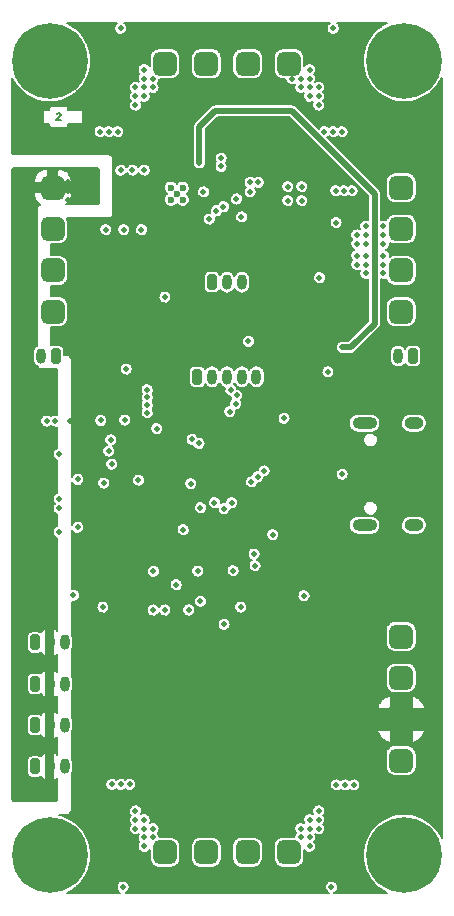
<source format=gbr>
%TF.GenerationSoftware,KiCad,Pcbnew,(5.99.0-7167-g34dbce6bce)*%
%TF.CreationDate,2021-01-04T09:35:53+03:00*%
%TF.ProjectId,ANV,414e562e-6b69-4636-9164-5f7063625858,rev?*%
%TF.SameCoordinates,Original*%
%TF.FileFunction,Copper,L2,Inr*%
%TF.FilePolarity,Positive*%
%FSLAX46Y46*%
G04 Gerber Fmt 4.6, Leading zero omitted, Abs format (unit mm)*
G04 Created by KiCad (PCBNEW (5.99.0-7167-g34dbce6bce)) date 2021-01-04 09:35:53*
%MOMM*%
%LPD*%
G01*
G04 APERTURE LIST*
G04 Aperture macros list*
%AMRoundRect*
0 Rectangle with rounded corners*
0 $1 Rounding radius*
0 $2 $3 $4 $5 $6 $7 $8 $9 X,Y pos of 4 corners*
0 Add a 4 corners polygon primitive as box body*
4,1,4,$2,$3,$4,$5,$6,$7,$8,$9,$2,$3,0*
0 Add four circle primitives for the rounded corners*
1,1,$1+$1,$2,$3,0*
1,1,$1+$1,$4,$5,0*
1,1,$1+$1,$6,$7,0*
1,1,$1+$1,$8,$9,0*
0 Add four rect primitives between the rounded corners*
20,1,$1+$1,$2,$3,$4,$5,0*
20,1,$1+$1,$4,$5,$6,$7,0*
20,1,$1+$1,$6,$7,$8,$9,0*
20,1,$1+$1,$8,$9,$2,$3,0*%
G04 Aperture macros list end*
%ADD10C,0.140000*%
%TA.AperFunction,ComponentPad*%
%ADD11RoundRect,0.200000X-0.200000X-0.450000X0.200000X-0.450000X0.200000X0.450000X-0.200000X0.450000X0*%
%TD*%
%TA.AperFunction,ComponentPad*%
%ADD12O,0.800000X1.300000*%
%TD*%
%TA.AperFunction,ComponentPad*%
%ADD13C,0.800000*%
%TD*%
%TA.AperFunction,ComponentPad*%
%ADD14C,6.400000*%
%TD*%
%TA.AperFunction,ComponentPad*%
%ADD15RoundRect,0.200000X0.200000X0.450000X-0.200000X0.450000X-0.200000X-0.450000X0.200000X-0.450000X0*%
%TD*%
%TA.AperFunction,ComponentPad*%
%ADD16RoundRect,0.500000X-0.500000X-0.500000X0.500000X-0.500000X0.500000X0.500000X-0.500000X0.500000X0*%
%TD*%
%TA.AperFunction,ComponentPad*%
%ADD17RoundRect,0.500000X0.500000X-0.500000X0.500000X0.500000X-0.500000X0.500000X-0.500000X-0.500000X0*%
%TD*%
%TA.AperFunction,ComponentPad*%
%ADD18C,0.600000*%
%TD*%
%TA.AperFunction,ComponentPad*%
%ADD19C,0.500000*%
%TD*%
%TA.AperFunction,ComponentPad*%
%ADD20O,1.600000X1.000000*%
%TD*%
%TA.AperFunction,ComponentPad*%
%ADD21O,2.100000X1.000000*%
%TD*%
%TA.AperFunction,ComponentPad*%
%ADD22RoundRect,0.500000X0.500000X0.500000X-0.500000X0.500000X-0.500000X-0.500000X0.500000X-0.500000X0*%
%TD*%
%TA.AperFunction,ComponentPad*%
%ADD23RoundRect,0.500000X-0.500000X0.500000X-0.500000X-0.500000X0.500000X-0.500000X0.500000X0.500000X0*%
%TD*%
%TA.AperFunction,ViaPad*%
%ADD24C,0.500000*%
%TD*%
%TA.AperFunction,Conductor*%
%ADD25C,0.300000*%
%TD*%
%TA.AperFunction,Conductor*%
%ADD26C,0.500000*%
%TD*%
%TA.AperFunction,Conductor*%
%ADD27C,0.200000*%
%TD*%
G04 APERTURE END LIST*
D10*
X19840000Y-23746666D02*
X19866666Y-23720000D01*
X19920000Y-23693333D01*
X20053333Y-23693333D01*
X20106666Y-23720000D01*
X20133333Y-23746666D01*
X20160000Y-23800000D01*
X20160000Y-23853333D01*
X20133333Y-23933333D01*
X19813333Y-24253333D01*
X20160000Y-24253333D01*
D11*
%TO.N,GND*%
%TO.C,J15*%
X18000000Y-72000000D03*
D12*
%TO.N,+5V*%
X19250000Y-72000000D03*
%TO.N,A3*%
X20500000Y-72000000D03*
%TD*%
D13*
%TO.N,GND*%
%TO.C,H3*%
X51650000Y-86510000D03*
X46850000Y-86510000D03*
X50947056Y-84812944D03*
X47552944Y-84812944D03*
X49250000Y-84110000D03*
X49250000Y-88910000D03*
X47552944Y-88207056D03*
X50947056Y-88207056D03*
D14*
X49250000Y-86510000D03*
%TD*%
D11*
%TO.N,GND*%
%TO.C,J1*%
X31750000Y-46000000D03*
D12*
%TO.N,Reset*%
X33000000Y-46000000D03*
%TO.N,B3*%
X34250000Y-46000000D03*
%TO.N,SWCLK*%
X35500000Y-46000000D03*
%TO.N,SWDIO*%
X36750000Y-46000000D03*
%TD*%
D15*
%TO.N,led_out*%
%TO.C,J9*%
X19749999Y-44250000D03*
D12*
%TO.N,GND*%
X18499999Y-44250000D03*
%TD*%
D13*
%TO.N,can_L*%
%TO.C,H1*%
X20947056Y-20947056D03*
X19250000Y-21650000D03*
X16850000Y-19250000D03*
X20947056Y-17552944D03*
X21650000Y-19250000D03*
X17552944Y-17552944D03*
X19250000Y-16850000D03*
D14*
X19250000Y-19250000D03*
D13*
X17552944Y-20947056D03*
%TD*%
D11*
%TO.N,GND*%
%TO.C,J19*%
X18000000Y-79000000D03*
D12*
%TO.N,+5V*%
X19250000Y-79000000D03*
%TO.N,A7*%
X20500000Y-79000000D03*
%TD*%
D16*
%TO.N,Batt_Pyro*%
%TO.C,J13*%
X36000000Y-86260000D03*
%TO.N,pyro4_out*%
X39500000Y-86260000D03*
%TD*%
D11*
%TO.N,GND*%
%TO.C,J18*%
X18000000Y-75500000D03*
D12*
%TO.N,+5V*%
X19250000Y-75500000D03*
%TO.N,A5*%
X20500000Y-75500000D03*
%TD*%
D17*
%TO.N,GND*%
%TO.C,J17*%
X49000000Y-78500000D03*
%TO.N,+3V3*%
X49000000Y-75000000D03*
%TD*%
D18*
%TO.N,GND*%
%TO.C,U4*%
X29500000Y-30000000D03*
X30000000Y-30500000D03*
X30500000Y-31000000D03*
X29500000Y-31000000D03*
X30500000Y-30000000D03*
%TD*%
D16*
%TO.N,pyro3_out*%
%TO.C,J12*%
X29000000Y-86260000D03*
%TO.N,Batt_Pyro*%
X32500000Y-86260000D03*
%TD*%
D13*
%TO.N,can_H*%
%TO.C,H2*%
X17552944Y-88207056D03*
X21650000Y-86510000D03*
X17552944Y-84812944D03*
X20947056Y-84812944D03*
D14*
X19250000Y-86510000D03*
D13*
X20947056Y-88207056D03*
X19250000Y-88910000D03*
X16850000Y-86510000D03*
X19250000Y-84110000D03*
%TD*%
D19*
%TO.N,GND*%
%TO.C,U3*%
X39410000Y-31090000D03*
X39410000Y-29910000D03*
X40590000Y-29910000D03*
X40590000Y-31090000D03*
%TD*%
D17*
%TO.N,GND*%
%TO.C,J16*%
X49000000Y-71500000D03*
%TO.N,Batt_Pyro*%
X49000000Y-68000000D03*
%TD*%
D11*
%TO.N,GND*%
%TO.C,J14*%
X18000000Y-68500000D03*
D12*
%TO.N,+5V*%
X19250000Y-68500000D03*
%TO.N,A2*%
X20500000Y-68500000D03*
%TD*%
D20*
%TO.N,GND*%
%TO.C,J4*%
X50075000Y-49930000D03*
D21*
X45895000Y-49930000D03*
X45895000Y-58570000D03*
D20*
X50075000Y-58570000D03*
%TD*%
D22*
%TO.N,Batt_Pyro*%
%TO.C,J10*%
X32499999Y-19500000D03*
%TO.N,pyro1_out*%
X28999999Y-19500000D03*
%TD*%
D15*
%TO.N,GND*%
%TO.C,J6*%
X50000000Y-44250000D03*
D12*
%TO.N,buzzer_out*%
X48750000Y-44250000D03*
%TD*%
D17*
%TO.N,GND*%
%TO.C,J2*%
X49000000Y-40500000D03*
%TO.N,Net-(J2-Pad2)*%
X49000000Y-37000000D03*
%TD*%
D22*
%TO.N,pyro2_out*%
%TO.C,J11*%
X39500000Y-19500000D03*
%TO.N,Batt_Pyro*%
X36000000Y-19500000D03*
%TD*%
D23*
%TO.N,can_L*%
%TO.C,J8*%
X19500000Y-37000000D03*
%TO.N,can_H*%
X19500000Y-40500000D03*
%TD*%
D17*
%TO.N,Net-(J3-Pad1)*%
%TO.C,J3*%
X49000000Y-33500000D03*
%TO.N,Batt_Pyro*%
X49000000Y-30000000D03*
%TD*%
D13*
%TO.N,Batt_Pyro*%
%TO.C,H4*%
X46850000Y-19250000D03*
X51650000Y-19250000D03*
X49250000Y-16850000D03*
X50947056Y-20947056D03*
D14*
X49250000Y-19250000D03*
D13*
X50947056Y-17552944D03*
X47552944Y-17552944D03*
X49250000Y-21650000D03*
X47552944Y-20947056D03*
%TD*%
D11*
%TO.N,en*%
%TO.C,J5*%
X33000000Y-38000000D03*
D12*
%TO.N,GND*%
X34250000Y-38000000D03*
%TO.N,Batt_+*%
X35500000Y-38000000D03*
%TD*%
D23*
%TO.N,+5V*%
%TO.C,J7*%
X19500000Y-30000000D03*
%TO.N,GND*%
X19500000Y-33500000D03*
%TD*%
D24*
%TO.N,*%
X29000000Y-65750000D03*
X28000000Y-65750000D03*
%TO.N,Batt_+*%
X35471232Y-32471232D03*
X35050000Y-30950000D03*
%TO.N,Net-(J2-Pad2)*%
X45250000Y-35750000D03*
X46000000Y-36500000D03*
X46000000Y-37250000D03*
X47500000Y-36500000D03*
X47500000Y-37250000D03*
X46000000Y-35750000D03*
X47500000Y-35750000D03*
X45250000Y-36500000D03*
%TO.N,GND*%
X32750000Y-32650000D03*
X45000002Y-80559999D03*
X33750000Y-28200000D03*
X28020000Y-62470000D03*
X24499999Y-80509998D03*
X39080000Y-49520000D03*
X25270000Y-28520000D03*
X43500002Y-80559999D03*
X44250002Y-80559999D03*
X43450000Y-30250000D03*
X25249999Y-80509998D03*
X42500000Y-25250000D03*
X25450000Y-89210000D03*
X44000000Y-25250000D03*
X30550000Y-58950000D03*
X32000000Y-65000000D03*
X24250000Y-25250000D03*
X25000000Y-25250000D03*
X38115000Y-59365000D03*
X44850000Y-30250000D03*
X25999999Y-80509998D03*
X35420000Y-65500000D03*
X20050000Y-52550000D03*
X31000000Y-65750000D03*
X33350000Y-31950000D03*
X36200000Y-29550000D03*
X29000000Y-39250000D03*
X20050000Y-57150000D03*
X27250000Y-28500000D03*
X44150000Y-30250000D03*
X24000000Y-33550000D03*
X43250000Y-16500000D03*
X34780000Y-62420000D03*
X23500000Y-25250000D03*
X26250000Y-28500000D03*
X34010000Y-66960000D03*
X23800000Y-55000000D03*
X40770000Y-64550000D03*
X28290000Y-50397995D03*
X26750000Y-54750000D03*
X43250000Y-25250000D03*
X31170451Y-55049213D03*
X31760000Y-62450000D03*
X19000000Y-49750000D03*
X20050000Y-56350000D03*
X20050000Y-59150000D03*
X36900000Y-29550000D03*
X27000000Y-33550000D03*
X19700000Y-49750000D03*
X44004990Y-54250835D03*
X36200000Y-30350000D03*
X43500000Y-32950000D03*
X43100000Y-89210000D03*
X25500000Y-33550000D03*
X25250000Y-16500000D03*
X33750000Y-27500000D03*
X21600000Y-54700000D03*
%TO.N,B1*%
X34660000Y-56660000D03*
X42080000Y-37600000D03*
%TO.N,+3V3*%
X36300000Y-32100000D03*
X35250000Y-39550000D03*
X37700000Y-29600000D03*
X41650000Y-50950000D03*
X21700000Y-49750000D03*
X36300000Y-34200000D03*
X45350000Y-32250000D03*
X36300000Y-33500000D03*
X25650000Y-57750000D03*
X36770000Y-64620000D03*
X36300000Y-32800000D03*
X37000000Y-32750000D03*
X41880000Y-56960000D03*
X34250000Y-81260000D03*
X30530000Y-58020000D03*
X36300000Y-34900000D03*
X33740000Y-64130000D03*
X38500000Y-57550000D03*
X32880000Y-69810000D03*
X40740000Y-62470000D03*
X34250000Y-24500000D03*
X29000000Y-38250000D03*
X21385000Y-53385000D03*
X29470000Y-50480000D03*
X42145641Y-30292835D03*
X39100000Y-50450000D03*
X21000000Y-49750000D03*
X27110000Y-63600001D03*
%TO.N,C14*%
X24250000Y-52300000D03*
X21250000Y-64500000D03*
%TO.N,Net-(J3-Pad1)*%
X45250000Y-34000000D03*
X47500000Y-33250000D03*
X46000000Y-33250000D03*
X46000000Y-34750000D03*
X47500000Y-34750000D03*
X45250000Y-34750000D03*
X47500000Y-34000000D03*
X46000000Y-34000000D03*
%TO.N,B0*%
X33999713Y-57180818D03*
X36060000Y-43010000D03*
%TO.N,B7*%
X34586091Y-47113909D03*
X27500000Y-47100000D03*
%TO.N,B5*%
X34975000Y-48285141D03*
X27500000Y-48400006D03*
%TO.N,pyro4_out*%
X42000000Y-82760000D03*
X41250000Y-83510000D03*
X41250000Y-85000000D03*
X42000000Y-83510000D03*
X40500000Y-84260000D03*
X42000000Y-84260000D03*
X41250000Y-84260000D03*
X41250000Y-85750000D03*
X40500000Y-85000000D03*
%TO.N,A6*%
X33185520Y-56654480D03*
X25720000Y-45350000D03*
%TO.N,pyro3_out*%
X27250000Y-84260000D03*
X28000000Y-84260000D03*
X26500000Y-83510000D03*
X26500000Y-84260000D03*
X28000000Y-85010000D03*
X27250000Y-83510000D03*
X27250000Y-85760000D03*
X27250000Y-85010000D03*
X26500000Y-82760000D03*
%TO.N,pyro2_out*%
X39750000Y-20750000D03*
X41250000Y-21500000D03*
X42000000Y-21500000D03*
X40500000Y-21500000D03*
X40500000Y-20750000D03*
X42000000Y-22250000D03*
X41250000Y-22250000D03*
X41250000Y-20000000D03*
X42000000Y-23000000D03*
X41250000Y-20750000D03*
%TO.N,pyro1_out*%
X27250000Y-20000000D03*
X26500000Y-21500000D03*
X26500000Y-22250000D03*
X28000000Y-20750000D03*
X27250000Y-22250000D03*
X28000000Y-21500000D03*
X27250000Y-21500000D03*
X27250000Y-20750000D03*
X26500000Y-23000000D03*
%TO.N,C13*%
X24400020Y-51349980D03*
%TO.N,Reset*%
X31300000Y-51300000D03*
%TO.N,A10*%
X36626914Y-62000000D03*
X37400000Y-53970000D03*
X29956883Y-63600001D03*
%TO.N,A9*%
X36540000Y-61010000D03*
X36860000Y-54470000D03*
%TO.N,B4*%
X27500000Y-47750003D03*
X35061091Y-47588909D03*
%TO.N,B6*%
X27500000Y-49050009D03*
X34475000Y-48950000D03*
%TO.N,A8*%
X42800000Y-45590000D03*
X36310000Y-54900000D03*
%TO.N,en*%
X33950000Y-31600000D03*
X32250000Y-30350000D03*
%TO.N,+5V*%
X21500000Y-30250000D03*
X23000000Y-31000000D03*
X22250000Y-31000000D03*
X22250000Y-30250000D03*
X31909999Y-27899999D03*
X44000000Y-43500000D03*
X20750000Y-31000000D03*
X20750000Y-30250000D03*
X21500000Y-31000000D03*
X20750000Y-29500000D03*
%TO.N,lora_reset*%
X32000000Y-57100000D03*
X23545000Y-49705000D03*
%TO.N,A15*%
X25585000Y-49665000D03*
X31880000Y-51650000D03*
%TO.N,A1*%
X21600000Y-58750000D03*
%TO.N,C15*%
X23750000Y-65500000D03*
X24500000Y-53400000D03*
%TD*%
D25*
%TO.N,+3V3*%
X21000000Y-49750000D02*
X21700000Y-49750000D01*
D26*
%TO.N,+5V*%
X39750000Y-23500000D02*
X33250000Y-23500000D01*
X46750000Y-41500000D02*
X44750000Y-43500000D01*
X46750000Y-30500000D02*
X39750000Y-23500000D01*
X31909999Y-24840001D02*
X31909999Y-27899999D01*
X46750000Y-41500000D02*
X46750000Y-30500000D01*
X33250000Y-23500000D02*
X31909999Y-24840001D01*
X44750000Y-43500000D02*
X44000000Y-43500000D01*
%TD*%
%TO.N,+3V3*%
D27*
X24856665Y-16110443D02*
X24836514Y-16131901D01*
X24759507Y-16243320D01*
X24746556Y-16269756D01*
X24705716Y-16398892D01*
X24701111Y-16427966D01*
X24700047Y-16563403D01*
X24704195Y-16592547D01*
X24743002Y-16722308D01*
X24755536Y-16748943D01*
X24830783Y-16861558D01*
X24850594Y-16883331D01*
X24955628Y-16968842D01*
X24980966Y-16983827D01*
X25106500Y-17034673D01*
X25135123Y-17041545D01*
X25270058Y-17053232D01*
X25299437Y-17051383D01*
X25431844Y-17022877D01*
X25459382Y-17012472D01*
X25577553Y-16946293D01*
X25600813Y-16928251D01*
X25694301Y-16830250D01*
X25711227Y-16806166D01*
X25771766Y-16685008D01*
X25780862Y-16657012D01*
X25803100Y-16523410D01*
X25804441Y-16507930D01*
X25804497Y-16500775D01*
X25803400Y-16485282D01*
X25783264Y-16351347D01*
X25774608Y-16323210D01*
X25715979Y-16201116D01*
X25699433Y-16176770D01*
X25607496Y-16077313D01*
X25584522Y-16058907D01*
X25567466Y-16049000D01*
X42934605Y-16049000D01*
X42856665Y-16110443D01*
X42836514Y-16131901D01*
X42759507Y-16243320D01*
X42746556Y-16269756D01*
X42705716Y-16398892D01*
X42701111Y-16427966D01*
X42700047Y-16563403D01*
X42704195Y-16592547D01*
X42743002Y-16722308D01*
X42755536Y-16748943D01*
X42830783Y-16861558D01*
X42850594Y-16883331D01*
X42955628Y-16968842D01*
X42980966Y-16983827D01*
X43106500Y-17034673D01*
X43135123Y-17041545D01*
X43270058Y-17053232D01*
X43299437Y-17051383D01*
X43431844Y-17022877D01*
X43459382Y-17012472D01*
X43577553Y-16946293D01*
X43600813Y-16928251D01*
X43694301Y-16830250D01*
X43711227Y-16806166D01*
X43771766Y-16685008D01*
X43780862Y-16657012D01*
X43803100Y-16523410D01*
X43804441Y-16507930D01*
X43804497Y-16500775D01*
X43803400Y-16485282D01*
X43783264Y-16351347D01*
X43774608Y-16323210D01*
X43715979Y-16201116D01*
X43699433Y-16176770D01*
X43607496Y-16077313D01*
X43584522Y-16058907D01*
X43567466Y-16049000D01*
X47834760Y-16049000D01*
X47620351Y-16147617D01*
X47610879Y-16152611D01*
X47294828Y-16341765D01*
X47285951Y-16347752D01*
X46992176Y-16569932D01*
X46983998Y-16576844D01*
X46715937Y-16829452D01*
X46708553Y-16837206D01*
X46469341Y-17117287D01*
X46462837Y-17125793D01*
X46255273Y-17430070D01*
X46249726Y-17439229D01*
X46076238Y-17764144D01*
X46071713Y-17773848D01*
X45934330Y-18115598D01*
X45930880Y-18125734D01*
X45831209Y-18480323D01*
X45828873Y-18490773D01*
X45768081Y-18854053D01*
X45766887Y-18864694D01*
X45745685Y-19232414D01*
X45745648Y-19243122D01*
X45764283Y-19610981D01*
X45765402Y-19621630D01*
X45823656Y-19985325D01*
X45825919Y-19995791D01*
X45923112Y-20351067D01*
X45926492Y-20361227D01*
X46061485Y-20703928D01*
X46065942Y-20713663D01*
X46237158Y-21039781D01*
X46242641Y-21048979D01*
X46448076Y-21354698D01*
X46454520Y-21363249D01*
X46691770Y-21644993D01*
X46699100Y-21652799D01*
X46965391Y-21907272D01*
X46973521Y-21914240D01*
X47265738Y-22138466D01*
X47274573Y-22144515D01*
X47589296Y-22335870D01*
X47598732Y-22340930D01*
X47932281Y-22497176D01*
X47942209Y-22501188D01*
X48290682Y-22620496D01*
X48300985Y-22623411D01*
X48660304Y-22704388D01*
X48670862Y-22706174D01*
X49036825Y-22747870D01*
X49047514Y-22748505D01*
X49415840Y-22750433D01*
X49426534Y-22749910D01*
X49792914Y-22712049D01*
X49803490Y-22710374D01*
X50163637Y-22633165D01*
X50173970Y-22630357D01*
X50523673Y-22514704D01*
X50533643Y-22510797D01*
X50868810Y-22358052D01*
X50878299Y-22353091D01*
X51195009Y-22165043D01*
X51203907Y-22159087D01*
X51498455Y-21937933D01*
X51506657Y-21931050D01*
X51775598Y-21679380D01*
X51783009Y-21671652D01*
X52023197Y-21392407D01*
X52029730Y-21383923D01*
X52238355Y-21080372D01*
X52243934Y-21071233D01*
X52418556Y-20746926D01*
X52423115Y-20737237D01*
X52451000Y-20668565D01*
X52451000Y-85089128D01*
X52433420Y-85044951D01*
X52428929Y-85035231D01*
X52256576Y-84709713D01*
X52251061Y-84700535D01*
X52044561Y-84395535D01*
X52038087Y-84387006D01*
X51799854Y-84106091D01*
X51792497Y-84098311D01*
X51525319Y-83844769D01*
X51517165Y-83837829D01*
X51224168Y-83614625D01*
X51215312Y-83608607D01*
X50899922Y-83418352D01*
X50890467Y-83413325D01*
X50556375Y-83258245D01*
X50546434Y-83254268D01*
X50197547Y-83136176D01*
X50187233Y-83133297D01*
X49827634Y-83053576D01*
X49817071Y-83051827D01*
X49450964Y-83011408D01*
X49440273Y-83010810D01*
X49071943Y-83010167D01*
X49061250Y-83010728D01*
X48695005Y-83049868D01*
X48684435Y-83051580D01*
X48324559Y-83130046D01*
X48314236Y-83132889D01*
X47964939Y-83249762D01*
X47954983Y-83253704D01*
X47620351Y-83407617D01*
X47610879Y-83412611D01*
X47294828Y-83601765D01*
X47285951Y-83607752D01*
X46992176Y-83829932D01*
X46983998Y-83836844D01*
X46715937Y-84089452D01*
X46708553Y-84097206D01*
X46469341Y-84377287D01*
X46462837Y-84385793D01*
X46255273Y-84690070D01*
X46249726Y-84699229D01*
X46076238Y-85024144D01*
X46071713Y-85033848D01*
X45934330Y-85375598D01*
X45930880Y-85385734D01*
X45831209Y-85740323D01*
X45828873Y-85750773D01*
X45768081Y-86114053D01*
X45766887Y-86124694D01*
X45745685Y-86492414D01*
X45745648Y-86503122D01*
X45764283Y-86870981D01*
X45765402Y-86881630D01*
X45823656Y-87245325D01*
X45825919Y-87255791D01*
X45923112Y-87611067D01*
X45926492Y-87621227D01*
X46061485Y-87963928D01*
X46065942Y-87973663D01*
X46237158Y-88299781D01*
X46242641Y-88308979D01*
X46448076Y-88614698D01*
X46454520Y-88623249D01*
X46691770Y-88904993D01*
X46699100Y-88912799D01*
X46965391Y-89167272D01*
X46973521Y-89174240D01*
X47265738Y-89398466D01*
X47274573Y-89404515D01*
X47589296Y-89595870D01*
X47598732Y-89600930D01*
X47833706Y-89711000D01*
X43329867Y-89711000D01*
X43427553Y-89656293D01*
X43450813Y-89638251D01*
X43544301Y-89540250D01*
X43561227Y-89516166D01*
X43621766Y-89395008D01*
X43630862Y-89367012D01*
X43653100Y-89233410D01*
X43654441Y-89217930D01*
X43654497Y-89210775D01*
X43653400Y-89195282D01*
X43633264Y-89061347D01*
X43624608Y-89033210D01*
X43565979Y-88911116D01*
X43549433Y-88886770D01*
X43457496Y-88787313D01*
X43434522Y-88768907D01*
X43317405Y-88700880D01*
X43290036Y-88690044D01*
X43158093Y-88659461D01*
X43128746Y-88657151D01*
X42993644Y-88666717D01*
X42964916Y-88673139D01*
X42838599Y-88722007D01*
X42813029Y-88736592D01*
X42706665Y-88820443D01*
X42686514Y-88841901D01*
X42609507Y-88953320D01*
X42596556Y-88979756D01*
X42555716Y-89108892D01*
X42551111Y-89137966D01*
X42550047Y-89273403D01*
X42554195Y-89302547D01*
X42593002Y-89432308D01*
X42605536Y-89458943D01*
X42680783Y-89571558D01*
X42700594Y-89593331D01*
X42805628Y-89678842D01*
X42830966Y-89693827D01*
X42873365Y-89711000D01*
X25679867Y-89711000D01*
X25777553Y-89656293D01*
X25800813Y-89638251D01*
X25894301Y-89540250D01*
X25911227Y-89516166D01*
X25971766Y-89395008D01*
X25980862Y-89367012D01*
X26003100Y-89233410D01*
X26004441Y-89217930D01*
X26004497Y-89210775D01*
X26003400Y-89195282D01*
X25983264Y-89061347D01*
X25974608Y-89033210D01*
X25915979Y-88911116D01*
X25899433Y-88886770D01*
X25807496Y-88787313D01*
X25784522Y-88768907D01*
X25667405Y-88700880D01*
X25640036Y-88690044D01*
X25508093Y-88659461D01*
X25478746Y-88657151D01*
X25343644Y-88666717D01*
X25314916Y-88673139D01*
X25188599Y-88722007D01*
X25163029Y-88736592D01*
X25056665Y-88820443D01*
X25036514Y-88841901D01*
X24959507Y-88953320D01*
X24946556Y-88979756D01*
X24905716Y-89108892D01*
X24901111Y-89137966D01*
X24900047Y-89273403D01*
X24904195Y-89302547D01*
X24943002Y-89432308D01*
X24955536Y-89458943D01*
X25030783Y-89571558D01*
X25050594Y-89593331D01*
X25155628Y-89678842D01*
X25180966Y-89693827D01*
X25223365Y-89711000D01*
X20664855Y-89711000D01*
X20868810Y-89618052D01*
X20878299Y-89613091D01*
X21195009Y-89425043D01*
X21203907Y-89419087D01*
X21498455Y-89197933D01*
X21506657Y-89191050D01*
X21775598Y-88939380D01*
X21783009Y-88931652D01*
X22023197Y-88652407D01*
X22029730Y-88643923D01*
X22238355Y-88340372D01*
X22243934Y-88331233D01*
X22418556Y-88006926D01*
X22423115Y-87997237D01*
X22561690Y-87655968D01*
X22565176Y-87645844D01*
X22666083Y-87291605D01*
X22668456Y-87281163D01*
X22730516Y-86918098D01*
X22731746Y-86907462D01*
X22754232Y-86539819D01*
X22754416Y-86534121D01*
X22754499Y-86510346D01*
X22754355Y-86504646D01*
X22734436Y-86136854D01*
X22733280Y-86126209D01*
X22673756Y-85762720D01*
X22671456Y-85752262D01*
X22573024Y-85397327D01*
X22569609Y-85387179D01*
X22433420Y-85044951D01*
X22428929Y-85035231D01*
X22256576Y-84709713D01*
X22251061Y-84700535D01*
X22044561Y-84395535D01*
X22038087Y-84387006D01*
X21799854Y-84106091D01*
X21792497Y-84098311D01*
X21525319Y-83844769D01*
X21517165Y-83837829D01*
X21224168Y-83614625D01*
X21215312Y-83608607D01*
X20899922Y-83418352D01*
X20890467Y-83413325D01*
X20556375Y-83258245D01*
X20546434Y-83254268D01*
X20197547Y-83136176D01*
X20187233Y-83133297D01*
X20032529Y-83099000D01*
X20700000Y-83099000D01*
X20719314Y-83097098D01*
X20834119Y-83074262D01*
X20869807Y-83059479D01*
X20958823Y-83000000D01*
X21000000Y-83000000D01*
X21000000Y-82958823D01*
X21059479Y-82869807D01*
X21074262Y-82834119D01*
X21076393Y-82823403D01*
X25950047Y-82823403D01*
X25954195Y-82852547D01*
X25993002Y-82982308D01*
X26005536Y-83008943D01*
X26080783Y-83121558D01*
X26093004Y-83134990D01*
X26086514Y-83141901D01*
X26009507Y-83253320D01*
X25996556Y-83279756D01*
X25955716Y-83408892D01*
X25951111Y-83437966D01*
X25950047Y-83573403D01*
X25954195Y-83602547D01*
X25993002Y-83732308D01*
X26005536Y-83758943D01*
X26080783Y-83871558D01*
X26093004Y-83884990D01*
X26086514Y-83891901D01*
X26009507Y-84003320D01*
X25996556Y-84029756D01*
X25955716Y-84158892D01*
X25951111Y-84187966D01*
X25950047Y-84323403D01*
X25954195Y-84352547D01*
X25993002Y-84482308D01*
X26005536Y-84508943D01*
X26080783Y-84621558D01*
X26100594Y-84643331D01*
X26205628Y-84728842D01*
X26230966Y-84743827D01*
X26356500Y-84794673D01*
X26385123Y-84801545D01*
X26520058Y-84813232D01*
X26549437Y-84811383D01*
X26681844Y-84782877D01*
X26709382Y-84772472D01*
X26769564Y-84738768D01*
X26759507Y-84753320D01*
X26746556Y-84779756D01*
X26705716Y-84908892D01*
X26701111Y-84937966D01*
X26700047Y-85073403D01*
X26704195Y-85102547D01*
X26743002Y-85232308D01*
X26755536Y-85258943D01*
X26830783Y-85371558D01*
X26843004Y-85384990D01*
X26836514Y-85391901D01*
X26759507Y-85503320D01*
X26746556Y-85529756D01*
X26705716Y-85658892D01*
X26701111Y-85687966D01*
X26700047Y-85823403D01*
X26704195Y-85852547D01*
X26743002Y-85982308D01*
X26755536Y-86008943D01*
X26830783Y-86121558D01*
X26850594Y-86143331D01*
X26955628Y-86228842D01*
X26980966Y-86243827D01*
X27106500Y-86294673D01*
X27135123Y-86301545D01*
X27270058Y-86313232D01*
X27299437Y-86311383D01*
X27431844Y-86282877D01*
X27459382Y-86272472D01*
X27577553Y-86206293D01*
X27600813Y-86188251D01*
X27694301Y-86090250D01*
X27700500Y-86081429D01*
X27700500Y-86801317D01*
X27701217Y-86813211D01*
X27716582Y-86940179D01*
X27722256Y-86963279D01*
X27782174Y-87121849D01*
X27793195Y-87142929D01*
X27889209Y-87282630D01*
X27904939Y-87300473D01*
X28031504Y-87413238D01*
X28051037Y-87426814D01*
X28200846Y-87506134D01*
X28223053Y-87514658D01*
X28387459Y-87555954D01*
X28405361Y-87558742D01*
X28414310Y-87559305D01*
X28420526Y-87559500D01*
X29541317Y-87559500D01*
X29553211Y-87558783D01*
X29680179Y-87543418D01*
X29703279Y-87537744D01*
X29861849Y-87477826D01*
X29882929Y-87466805D01*
X30022630Y-87370791D01*
X30040473Y-87355061D01*
X30153238Y-87228496D01*
X30166814Y-87208963D01*
X30246134Y-87059154D01*
X30254658Y-87036947D01*
X30295954Y-86872541D01*
X30298742Y-86854639D01*
X30299305Y-86845690D01*
X30299500Y-86839474D01*
X30299500Y-85718683D01*
X30298783Y-85706789D01*
X30295605Y-85680526D01*
X31200500Y-85680526D01*
X31200500Y-86801317D01*
X31201217Y-86813211D01*
X31216582Y-86940179D01*
X31222256Y-86963279D01*
X31282174Y-87121849D01*
X31293195Y-87142929D01*
X31389209Y-87282630D01*
X31404939Y-87300473D01*
X31531504Y-87413238D01*
X31551037Y-87426814D01*
X31700846Y-87506134D01*
X31723053Y-87514658D01*
X31887459Y-87555954D01*
X31905361Y-87558742D01*
X31914310Y-87559305D01*
X31920526Y-87559500D01*
X33041317Y-87559500D01*
X33053211Y-87558783D01*
X33180179Y-87543418D01*
X33203279Y-87537744D01*
X33361849Y-87477826D01*
X33382929Y-87466805D01*
X33522630Y-87370791D01*
X33540473Y-87355061D01*
X33653238Y-87228496D01*
X33666814Y-87208963D01*
X33746134Y-87059154D01*
X33754658Y-87036947D01*
X33795954Y-86872541D01*
X33798742Y-86854639D01*
X33799305Y-86845690D01*
X33799500Y-86839474D01*
X33799500Y-85718683D01*
X33798783Y-85706789D01*
X33795605Y-85680526D01*
X34700500Y-85680526D01*
X34700500Y-86801317D01*
X34701217Y-86813211D01*
X34716582Y-86940179D01*
X34722256Y-86963279D01*
X34782174Y-87121849D01*
X34793195Y-87142929D01*
X34889209Y-87282630D01*
X34904939Y-87300473D01*
X35031504Y-87413238D01*
X35051037Y-87426814D01*
X35200846Y-87506134D01*
X35223053Y-87514658D01*
X35387459Y-87555954D01*
X35405361Y-87558742D01*
X35414310Y-87559305D01*
X35420526Y-87559500D01*
X36541317Y-87559500D01*
X36553211Y-87558783D01*
X36680179Y-87543418D01*
X36703279Y-87537744D01*
X36861849Y-87477826D01*
X36882929Y-87466805D01*
X37022630Y-87370791D01*
X37040473Y-87355061D01*
X37153238Y-87228496D01*
X37166814Y-87208963D01*
X37246134Y-87059154D01*
X37254658Y-87036947D01*
X37295954Y-86872541D01*
X37298742Y-86854639D01*
X37299305Y-86845690D01*
X37299500Y-86839474D01*
X37299500Y-85718683D01*
X37298783Y-85706789D01*
X37295605Y-85680526D01*
X38200500Y-85680526D01*
X38200500Y-86801317D01*
X38201217Y-86813211D01*
X38216582Y-86940179D01*
X38222256Y-86963279D01*
X38282174Y-87121849D01*
X38293195Y-87142929D01*
X38389209Y-87282630D01*
X38404939Y-87300473D01*
X38531504Y-87413238D01*
X38551037Y-87426814D01*
X38700846Y-87506134D01*
X38723053Y-87514658D01*
X38887459Y-87555954D01*
X38905361Y-87558742D01*
X38914310Y-87559305D01*
X38920526Y-87559500D01*
X40041317Y-87559500D01*
X40053211Y-87558783D01*
X40180179Y-87543418D01*
X40203279Y-87537744D01*
X40361849Y-87477826D01*
X40382929Y-87466805D01*
X40522630Y-87370791D01*
X40540473Y-87355061D01*
X40653238Y-87228496D01*
X40666814Y-87208963D01*
X40746134Y-87059154D01*
X40754658Y-87036947D01*
X40795954Y-86872541D01*
X40798742Y-86854639D01*
X40799305Y-86845690D01*
X40799500Y-86839474D01*
X40799500Y-86064740D01*
X40830783Y-86111558D01*
X40850594Y-86133331D01*
X40955628Y-86218842D01*
X40980966Y-86233827D01*
X41106500Y-86284673D01*
X41135123Y-86291545D01*
X41270058Y-86303232D01*
X41299437Y-86301383D01*
X41431844Y-86272877D01*
X41459382Y-86262472D01*
X41577553Y-86196293D01*
X41600813Y-86178251D01*
X41694301Y-86080250D01*
X41711227Y-86056166D01*
X41771766Y-85935008D01*
X41780862Y-85907012D01*
X41803100Y-85773410D01*
X41804441Y-85757930D01*
X41804497Y-85750775D01*
X41803400Y-85735282D01*
X41783264Y-85601347D01*
X41774608Y-85573210D01*
X41715979Y-85451116D01*
X41699433Y-85426770D01*
X41651594Y-85375018D01*
X41694301Y-85330250D01*
X41711227Y-85306166D01*
X41771766Y-85185008D01*
X41780862Y-85157012D01*
X41803100Y-85023410D01*
X41804441Y-85007930D01*
X41804497Y-85000775D01*
X41803400Y-84985282D01*
X41783264Y-84851347D01*
X41774608Y-84823210D01*
X41737822Y-84746604D01*
X41856500Y-84794673D01*
X41885123Y-84801545D01*
X42020058Y-84813232D01*
X42049437Y-84811383D01*
X42181844Y-84782877D01*
X42209382Y-84772472D01*
X42327553Y-84706293D01*
X42350813Y-84688251D01*
X42444301Y-84590250D01*
X42461227Y-84566166D01*
X42521766Y-84445008D01*
X42530862Y-84417012D01*
X42553100Y-84283410D01*
X42554441Y-84267930D01*
X42554497Y-84260775D01*
X42553400Y-84245282D01*
X42533264Y-84111347D01*
X42524608Y-84083210D01*
X42465979Y-83961116D01*
X42449433Y-83936770D01*
X42401594Y-83885018D01*
X42444301Y-83840250D01*
X42461227Y-83816166D01*
X42521766Y-83695008D01*
X42530862Y-83667012D01*
X42553100Y-83533410D01*
X42554441Y-83517930D01*
X42554497Y-83510775D01*
X42553400Y-83495282D01*
X42533264Y-83361347D01*
X42524608Y-83333210D01*
X42465979Y-83211116D01*
X42449433Y-83186770D01*
X42401594Y-83135018D01*
X42444301Y-83090250D01*
X42461227Y-83066166D01*
X42521766Y-82945008D01*
X42530862Y-82917012D01*
X42553100Y-82783410D01*
X42554441Y-82767930D01*
X42554497Y-82760775D01*
X42553400Y-82745282D01*
X42533264Y-82611347D01*
X42524608Y-82583210D01*
X42465979Y-82461116D01*
X42449433Y-82436770D01*
X42357496Y-82337313D01*
X42334522Y-82318907D01*
X42217405Y-82250880D01*
X42190036Y-82240044D01*
X42058093Y-82209461D01*
X42028746Y-82207151D01*
X41893644Y-82216717D01*
X41864916Y-82223139D01*
X41738599Y-82272007D01*
X41713029Y-82286592D01*
X41606665Y-82370443D01*
X41586514Y-82391901D01*
X41509507Y-82503320D01*
X41496556Y-82529756D01*
X41455716Y-82658892D01*
X41451111Y-82687966D01*
X41450047Y-82823403D01*
X41454195Y-82852547D01*
X41493002Y-82982308D01*
X41505536Y-83008943D01*
X41520917Y-83031962D01*
X41467405Y-83000880D01*
X41440036Y-82990044D01*
X41308093Y-82959461D01*
X41278746Y-82957151D01*
X41143644Y-82966717D01*
X41114916Y-82973139D01*
X40988599Y-83022007D01*
X40963029Y-83036592D01*
X40856665Y-83120443D01*
X40836514Y-83141901D01*
X40759507Y-83253320D01*
X40746556Y-83279756D01*
X40705716Y-83408892D01*
X40701111Y-83437966D01*
X40700047Y-83573403D01*
X40704195Y-83602547D01*
X40743002Y-83732308D01*
X40755536Y-83758943D01*
X40770917Y-83781962D01*
X40717405Y-83750880D01*
X40690036Y-83740044D01*
X40558093Y-83709461D01*
X40528746Y-83707151D01*
X40393644Y-83716717D01*
X40364916Y-83723139D01*
X40238599Y-83772007D01*
X40213029Y-83786592D01*
X40106665Y-83870443D01*
X40086514Y-83891901D01*
X40009507Y-84003320D01*
X39996556Y-84029756D01*
X39955716Y-84158892D01*
X39951111Y-84187966D01*
X39950047Y-84323403D01*
X39954195Y-84352547D01*
X39993002Y-84482308D01*
X40005536Y-84508943D01*
X40080783Y-84621558D01*
X40088383Y-84629911D01*
X40086514Y-84631901D01*
X40009507Y-84743320D01*
X39996556Y-84769756D01*
X39955716Y-84898892D01*
X39951111Y-84927966D01*
X39950855Y-84960500D01*
X38958683Y-84960500D01*
X38946789Y-84961217D01*
X38819821Y-84976582D01*
X38796721Y-84982256D01*
X38638151Y-85042174D01*
X38617071Y-85053195D01*
X38477370Y-85149209D01*
X38459527Y-85164939D01*
X38346762Y-85291504D01*
X38333186Y-85311037D01*
X38253866Y-85460846D01*
X38245342Y-85483053D01*
X38204046Y-85647459D01*
X38201258Y-85665361D01*
X38200695Y-85674310D01*
X38200500Y-85680526D01*
X37295605Y-85680526D01*
X37283418Y-85579821D01*
X37277744Y-85556721D01*
X37217826Y-85398151D01*
X37206805Y-85377071D01*
X37110791Y-85237370D01*
X37095061Y-85219527D01*
X36968496Y-85106762D01*
X36948963Y-85093186D01*
X36799154Y-85013866D01*
X36776947Y-85005342D01*
X36612541Y-84964046D01*
X36594639Y-84961258D01*
X36585690Y-84960695D01*
X36579474Y-84960500D01*
X35458683Y-84960500D01*
X35446789Y-84961217D01*
X35319821Y-84976582D01*
X35296721Y-84982256D01*
X35138151Y-85042174D01*
X35117071Y-85053195D01*
X34977370Y-85149209D01*
X34959527Y-85164939D01*
X34846762Y-85291504D01*
X34833186Y-85311037D01*
X34753866Y-85460846D01*
X34745342Y-85483053D01*
X34704046Y-85647459D01*
X34701258Y-85665361D01*
X34700695Y-85674310D01*
X34700500Y-85680526D01*
X33795605Y-85680526D01*
X33783418Y-85579821D01*
X33777744Y-85556721D01*
X33717826Y-85398151D01*
X33706805Y-85377071D01*
X33610791Y-85237370D01*
X33595061Y-85219527D01*
X33468496Y-85106762D01*
X33448963Y-85093186D01*
X33299154Y-85013866D01*
X33276947Y-85005342D01*
X33112541Y-84964046D01*
X33094639Y-84961258D01*
X33085690Y-84960695D01*
X33079474Y-84960500D01*
X31958683Y-84960500D01*
X31946789Y-84961217D01*
X31819821Y-84976582D01*
X31796721Y-84982256D01*
X31638151Y-85042174D01*
X31617071Y-85053195D01*
X31477370Y-85149209D01*
X31459527Y-85164939D01*
X31346762Y-85291504D01*
X31333186Y-85311037D01*
X31253866Y-85460846D01*
X31245342Y-85483053D01*
X31204046Y-85647459D01*
X31201258Y-85665361D01*
X31200695Y-85674310D01*
X31200500Y-85680526D01*
X30295605Y-85680526D01*
X30283418Y-85579821D01*
X30277744Y-85556721D01*
X30217826Y-85398151D01*
X30206805Y-85377071D01*
X30110791Y-85237370D01*
X30095061Y-85219527D01*
X29968496Y-85106762D01*
X29948963Y-85093186D01*
X29799154Y-85013866D01*
X29776947Y-85005342D01*
X29612541Y-84964046D01*
X29594639Y-84961258D01*
X29585690Y-84960695D01*
X29579474Y-84960500D01*
X28548171Y-84960500D01*
X28533264Y-84861347D01*
X28524608Y-84833210D01*
X28465979Y-84711116D01*
X28449433Y-84686770D01*
X28401594Y-84635018D01*
X28444301Y-84590250D01*
X28461227Y-84566166D01*
X28521766Y-84445008D01*
X28530862Y-84417012D01*
X28553100Y-84283410D01*
X28554441Y-84267930D01*
X28554497Y-84260775D01*
X28553400Y-84245282D01*
X28533264Y-84111347D01*
X28524608Y-84083210D01*
X28465979Y-83961116D01*
X28449433Y-83936770D01*
X28357496Y-83837313D01*
X28334522Y-83818907D01*
X28217405Y-83750880D01*
X28190036Y-83740044D01*
X28058093Y-83709461D01*
X28028746Y-83707151D01*
X27893644Y-83716717D01*
X27864916Y-83723139D01*
X27738599Y-83772007D01*
X27731176Y-83776241D01*
X27771766Y-83695008D01*
X27780862Y-83667012D01*
X27803100Y-83533410D01*
X27804441Y-83517930D01*
X27804497Y-83510775D01*
X27803400Y-83495282D01*
X27783264Y-83361347D01*
X27774608Y-83333210D01*
X27715979Y-83211116D01*
X27699433Y-83186770D01*
X27607496Y-83087313D01*
X27584522Y-83068907D01*
X27467405Y-83000880D01*
X27440036Y-82990044D01*
X27308093Y-82959461D01*
X27278746Y-82957151D01*
X27143644Y-82966717D01*
X27114916Y-82973139D01*
X26988599Y-83022007D01*
X26981176Y-83026241D01*
X27021766Y-82945008D01*
X27030862Y-82917012D01*
X27053100Y-82783410D01*
X27054441Y-82767930D01*
X27054497Y-82760775D01*
X27053400Y-82745282D01*
X27033264Y-82611347D01*
X27024608Y-82583210D01*
X26965979Y-82461116D01*
X26949433Y-82436770D01*
X26857496Y-82337313D01*
X26834522Y-82318907D01*
X26717405Y-82250880D01*
X26690036Y-82240044D01*
X26558093Y-82209461D01*
X26528746Y-82207151D01*
X26393644Y-82216717D01*
X26364916Y-82223139D01*
X26238599Y-82272007D01*
X26213029Y-82286592D01*
X26106665Y-82370443D01*
X26086514Y-82391901D01*
X26009507Y-82503320D01*
X25996556Y-82529756D01*
X25955716Y-82658892D01*
X25951111Y-82687966D01*
X25950047Y-82823403D01*
X21076393Y-82823403D01*
X21097098Y-82719314D01*
X21099000Y-82700000D01*
X21099000Y-80573401D01*
X23950046Y-80573401D01*
X23954194Y-80602545D01*
X23993001Y-80732306D01*
X24005535Y-80758941D01*
X24080782Y-80871556D01*
X24100593Y-80893329D01*
X24205627Y-80978840D01*
X24230965Y-80993825D01*
X24356499Y-81044671D01*
X24385122Y-81051543D01*
X24520057Y-81063230D01*
X24549436Y-81061381D01*
X24681843Y-81032875D01*
X24709381Y-81022470D01*
X24827552Y-80956291D01*
X24850812Y-80938249D01*
X24874836Y-80913066D01*
X24955627Y-80978840D01*
X24980965Y-80993825D01*
X25106499Y-81044671D01*
X25135122Y-81051543D01*
X25270057Y-81063230D01*
X25299436Y-81061381D01*
X25431843Y-81032875D01*
X25459381Y-81022470D01*
X25577552Y-80956291D01*
X25600812Y-80938249D01*
X25624836Y-80913066D01*
X25705627Y-80978840D01*
X25730965Y-80993825D01*
X25856499Y-81044671D01*
X25885122Y-81051543D01*
X26020057Y-81063230D01*
X26049436Y-81061381D01*
X26181843Y-81032875D01*
X26209381Y-81022470D01*
X26327552Y-80956291D01*
X26350812Y-80938249D01*
X26444300Y-80840248D01*
X26461226Y-80816164D01*
X26521765Y-80695006D01*
X26530861Y-80667010D01*
X26538119Y-80623402D01*
X42950049Y-80623402D01*
X42954197Y-80652546D01*
X42993004Y-80782307D01*
X43005538Y-80808942D01*
X43080785Y-80921557D01*
X43100596Y-80943330D01*
X43205630Y-81028841D01*
X43230968Y-81043826D01*
X43356502Y-81094672D01*
X43385125Y-81101544D01*
X43520060Y-81113231D01*
X43549439Y-81111382D01*
X43681846Y-81082876D01*
X43709384Y-81072471D01*
X43827555Y-81006292D01*
X43850815Y-80988250D01*
X43874839Y-80963067D01*
X43955630Y-81028841D01*
X43980968Y-81043826D01*
X44106502Y-81094672D01*
X44135125Y-81101544D01*
X44270060Y-81113231D01*
X44299439Y-81111382D01*
X44431846Y-81082876D01*
X44459384Y-81072471D01*
X44577555Y-81006292D01*
X44600815Y-80988250D01*
X44624839Y-80963067D01*
X44705630Y-81028841D01*
X44730968Y-81043826D01*
X44856502Y-81094672D01*
X44885125Y-81101544D01*
X45020060Y-81113231D01*
X45049439Y-81111382D01*
X45181846Y-81082876D01*
X45209384Y-81072471D01*
X45327555Y-81006292D01*
X45350815Y-80988250D01*
X45444303Y-80890249D01*
X45461229Y-80866165D01*
X45521768Y-80745007D01*
X45530864Y-80717011D01*
X45553102Y-80583409D01*
X45554443Y-80567929D01*
X45554499Y-80560774D01*
X45553402Y-80545281D01*
X45533266Y-80411346D01*
X45524610Y-80383209D01*
X45465981Y-80261115D01*
X45449435Y-80236769D01*
X45357498Y-80137312D01*
X45334524Y-80118906D01*
X45217407Y-80050879D01*
X45190038Y-80040043D01*
X45058095Y-80009460D01*
X45028748Y-80007150D01*
X44893646Y-80016716D01*
X44864918Y-80023138D01*
X44738601Y-80072006D01*
X44713031Y-80086591D01*
X44624863Y-80156097D01*
X44607498Y-80137312D01*
X44584524Y-80118906D01*
X44467407Y-80050879D01*
X44440038Y-80040043D01*
X44308095Y-80009460D01*
X44278748Y-80007150D01*
X44143646Y-80016716D01*
X44114918Y-80023138D01*
X43988601Y-80072006D01*
X43963031Y-80086591D01*
X43874863Y-80156097D01*
X43857498Y-80137312D01*
X43834524Y-80118906D01*
X43717407Y-80050879D01*
X43690038Y-80040043D01*
X43558095Y-80009460D01*
X43528748Y-80007150D01*
X43393646Y-80016716D01*
X43364918Y-80023138D01*
X43238601Y-80072006D01*
X43213031Y-80086591D01*
X43106667Y-80170442D01*
X43086516Y-80191900D01*
X43009509Y-80303319D01*
X42996558Y-80329755D01*
X42955718Y-80458891D01*
X42951113Y-80487965D01*
X42950049Y-80623402D01*
X26538119Y-80623402D01*
X26553099Y-80533408D01*
X26554440Y-80517928D01*
X26554496Y-80510773D01*
X26553399Y-80495280D01*
X26533263Y-80361345D01*
X26524607Y-80333208D01*
X26465978Y-80211114D01*
X26449432Y-80186768D01*
X26357495Y-80087311D01*
X26334521Y-80068905D01*
X26217404Y-80000878D01*
X26190035Y-79990042D01*
X26058092Y-79959459D01*
X26028745Y-79957149D01*
X25893643Y-79966715D01*
X25864915Y-79973137D01*
X25738598Y-80022005D01*
X25713028Y-80036590D01*
X25624860Y-80106096D01*
X25607495Y-80087311D01*
X25584521Y-80068905D01*
X25467404Y-80000878D01*
X25440035Y-79990042D01*
X25308092Y-79959459D01*
X25278745Y-79957149D01*
X25143643Y-79966715D01*
X25114915Y-79973137D01*
X24988598Y-80022005D01*
X24963028Y-80036590D01*
X24874860Y-80106096D01*
X24857495Y-80087311D01*
X24834521Y-80068905D01*
X24717404Y-80000878D01*
X24690035Y-79990042D01*
X24558092Y-79959459D01*
X24528745Y-79957149D01*
X24393643Y-79966715D01*
X24364915Y-79973137D01*
X24238598Y-80022005D01*
X24213028Y-80036590D01*
X24106664Y-80120441D01*
X24086513Y-80141899D01*
X24009506Y-80253318D01*
X23996555Y-80279754D01*
X23955715Y-80408890D01*
X23951110Y-80437964D01*
X23950046Y-80573401D01*
X21099000Y-80573401D01*
X21099000Y-79618126D01*
X21102920Y-79613017D01*
X21115842Y-79590636D01*
X21176332Y-79444601D01*
X21183021Y-79419637D01*
X21198653Y-79300901D01*
X21199500Y-79287979D01*
X21199500Y-78712021D01*
X21198653Y-78699099D01*
X21183021Y-78580363D01*
X21176332Y-78555399D01*
X21115842Y-78409364D01*
X21102920Y-78386983D01*
X21099000Y-78381874D01*
X21099000Y-77920526D01*
X47700500Y-77920526D01*
X47700500Y-79041316D01*
X47701217Y-79053210D01*
X47716582Y-79180178D01*
X47722256Y-79203278D01*
X47782174Y-79361848D01*
X47793195Y-79382928D01*
X47889209Y-79522629D01*
X47904939Y-79540472D01*
X48031504Y-79653238D01*
X48051037Y-79666814D01*
X48200846Y-79746134D01*
X48223053Y-79754658D01*
X48387459Y-79795954D01*
X48405361Y-79798742D01*
X48414310Y-79799305D01*
X48420526Y-79799500D01*
X49541316Y-79799500D01*
X49553210Y-79798783D01*
X49680178Y-79783418D01*
X49703278Y-79777744D01*
X49861848Y-79717826D01*
X49882928Y-79706805D01*
X50022629Y-79610791D01*
X50040472Y-79595061D01*
X50153238Y-79468496D01*
X50166814Y-79448963D01*
X50246134Y-79299154D01*
X50254658Y-79276947D01*
X50295954Y-79112541D01*
X50298742Y-79094639D01*
X50299305Y-79085690D01*
X50299500Y-79079474D01*
X50299500Y-77958684D01*
X50298783Y-77946790D01*
X50283418Y-77819822D01*
X50277744Y-77796722D01*
X50217826Y-77638152D01*
X50206805Y-77617072D01*
X50110791Y-77477371D01*
X50095061Y-77459528D01*
X49968496Y-77346762D01*
X49948963Y-77333186D01*
X49799154Y-77253866D01*
X49776947Y-77245342D01*
X49612541Y-77204046D01*
X49594639Y-77201258D01*
X49585690Y-77200695D01*
X49579474Y-77200500D01*
X48458684Y-77200500D01*
X48446790Y-77201217D01*
X48319822Y-77216582D01*
X48296722Y-77222256D01*
X48138152Y-77282174D01*
X48117072Y-77293195D01*
X47977371Y-77389209D01*
X47959528Y-77404939D01*
X47846762Y-77531504D01*
X47833186Y-77551037D01*
X47753866Y-77700846D01*
X47745342Y-77723053D01*
X47704046Y-77887459D01*
X47701258Y-77905361D01*
X47700695Y-77914310D01*
X47700500Y-77920526D01*
X21099000Y-77920526D01*
X21099000Y-76118126D01*
X21102920Y-76113017D01*
X21115842Y-76090636D01*
X21166057Y-75969406D01*
X46987656Y-75969406D01*
X46987656Y-76030592D01*
X46991022Y-76039475D01*
X47082849Y-76250665D01*
X47090516Y-76264963D01*
X47224482Y-76472042D01*
X47234380Y-76484896D01*
X47400368Y-76667315D01*
X47412234Y-76678380D01*
X47605788Y-76831239D01*
X47619301Y-76840217D01*
X47835221Y-76959412D01*
X47850019Y-76966063D01*
X47966953Y-77007471D01*
X48028118Y-77009072D01*
X48078542Y-76974416D01*
X48099000Y-76914149D01*
X48099000Y-76000000D01*
X49900999Y-76000000D01*
X49900999Y-76918189D01*
X49919906Y-76976380D01*
X49969406Y-77012344D01*
X50030592Y-77012344D01*
X50039475Y-77008978D01*
X50250665Y-76917151D01*
X50264963Y-76909484D01*
X50472042Y-76775518D01*
X50484896Y-76765620D01*
X50667315Y-76599632D01*
X50678380Y-76587766D01*
X50831239Y-76394212D01*
X50840217Y-76380699D01*
X50959412Y-76164779D01*
X50966063Y-76149981D01*
X51007471Y-76033047D01*
X51009072Y-75971882D01*
X50974416Y-75921458D01*
X50914149Y-75901000D01*
X49999999Y-75901000D01*
X49941808Y-75919907D01*
X49905844Y-75969407D01*
X49900999Y-76000000D01*
X48099000Y-76000000D01*
X48099000Y-75999999D01*
X48080093Y-75941808D01*
X48030593Y-75905844D01*
X48000000Y-75900999D01*
X47081811Y-75900999D01*
X47023620Y-75919906D01*
X46987656Y-75969406D01*
X21166057Y-75969406D01*
X21176332Y-75944601D01*
X21183021Y-75919637D01*
X21198653Y-75800901D01*
X21199500Y-75787979D01*
X21199500Y-75212021D01*
X21198653Y-75199099D01*
X21183021Y-75080363D01*
X21176332Y-75055399D01*
X21115842Y-74909364D01*
X21102920Y-74886983D01*
X21099000Y-74881874D01*
X21099000Y-74028118D01*
X46990928Y-74028118D01*
X47025584Y-74078542D01*
X47085851Y-74099000D01*
X48000001Y-74099000D01*
X48058192Y-74080093D01*
X48094156Y-74030593D01*
X48099001Y-74000000D01*
X48099001Y-73085851D01*
X49901000Y-73085851D01*
X49901000Y-74000001D01*
X49919907Y-74058192D01*
X49969407Y-74094156D01*
X50000000Y-74099001D01*
X50918189Y-74099001D01*
X50976380Y-74080094D01*
X51012344Y-74030594D01*
X51012344Y-73969408D01*
X51008978Y-73960525D01*
X50917151Y-73749335D01*
X50909484Y-73735037D01*
X50775518Y-73527958D01*
X50765620Y-73515104D01*
X50599632Y-73332685D01*
X50587766Y-73321620D01*
X50394212Y-73168761D01*
X50380699Y-73159783D01*
X50164779Y-73040588D01*
X50149981Y-73033937D01*
X50033047Y-72992529D01*
X49971882Y-72990928D01*
X49921458Y-73025584D01*
X49901000Y-73085851D01*
X48099001Y-73085851D01*
X48099001Y-73081811D01*
X48080094Y-73023620D01*
X48030594Y-72987656D01*
X47969408Y-72987656D01*
X47960525Y-72991022D01*
X47749335Y-73082849D01*
X47735037Y-73090516D01*
X47527958Y-73224482D01*
X47515104Y-73234380D01*
X47332685Y-73400368D01*
X47321620Y-73412234D01*
X47168761Y-73605788D01*
X47159783Y-73619301D01*
X47040588Y-73835221D01*
X47033937Y-73850019D01*
X46992529Y-73966953D01*
X46990928Y-74028118D01*
X21099000Y-74028118D01*
X21099000Y-72618126D01*
X21102920Y-72613017D01*
X21115842Y-72590636D01*
X21176332Y-72444601D01*
X21183021Y-72419637D01*
X21198653Y-72300901D01*
X21199500Y-72287979D01*
X21199500Y-71712021D01*
X21198653Y-71699099D01*
X21183021Y-71580363D01*
X21176332Y-71555399D01*
X21115842Y-71409364D01*
X21102920Y-71386983D01*
X21099000Y-71381874D01*
X21099000Y-70920526D01*
X47700500Y-70920526D01*
X47700500Y-72041316D01*
X47701217Y-72053210D01*
X47716582Y-72180178D01*
X47722256Y-72203278D01*
X47782174Y-72361848D01*
X47793195Y-72382928D01*
X47889209Y-72522629D01*
X47904939Y-72540472D01*
X48031504Y-72653238D01*
X48051037Y-72666814D01*
X48200846Y-72746134D01*
X48223053Y-72754658D01*
X48387459Y-72795954D01*
X48405361Y-72798742D01*
X48414310Y-72799305D01*
X48420526Y-72799500D01*
X49541316Y-72799500D01*
X49553210Y-72798783D01*
X49680178Y-72783418D01*
X49703278Y-72777744D01*
X49861848Y-72717826D01*
X49882928Y-72706805D01*
X50022629Y-72610791D01*
X50040472Y-72595061D01*
X50153238Y-72468496D01*
X50166814Y-72448963D01*
X50246134Y-72299154D01*
X50254658Y-72276947D01*
X50295954Y-72112541D01*
X50298742Y-72094639D01*
X50299305Y-72085690D01*
X50299500Y-72079474D01*
X50299500Y-70958684D01*
X50298783Y-70946790D01*
X50283418Y-70819822D01*
X50277744Y-70796722D01*
X50217826Y-70638152D01*
X50206805Y-70617072D01*
X50110791Y-70477371D01*
X50095061Y-70459528D01*
X49968496Y-70346762D01*
X49948963Y-70333186D01*
X49799154Y-70253866D01*
X49776947Y-70245342D01*
X49612541Y-70204046D01*
X49594639Y-70201258D01*
X49585690Y-70200695D01*
X49579474Y-70200500D01*
X48458684Y-70200500D01*
X48446790Y-70201217D01*
X48319822Y-70216582D01*
X48296722Y-70222256D01*
X48138152Y-70282174D01*
X48117072Y-70293195D01*
X47977371Y-70389209D01*
X47959528Y-70404939D01*
X47846762Y-70531504D01*
X47833186Y-70551037D01*
X47753866Y-70700846D01*
X47745342Y-70723053D01*
X47704046Y-70887459D01*
X47701258Y-70905361D01*
X47700695Y-70914310D01*
X47700500Y-70920526D01*
X21099000Y-70920526D01*
X21099000Y-69118126D01*
X21102920Y-69113017D01*
X21115842Y-69090636D01*
X21176332Y-68944601D01*
X21183021Y-68919637D01*
X21198653Y-68800901D01*
X21199500Y-68787979D01*
X21199500Y-68212021D01*
X21198653Y-68199099D01*
X21183021Y-68080363D01*
X21176332Y-68055399D01*
X21115842Y-67909364D01*
X21102920Y-67886983D01*
X21099000Y-67881874D01*
X21099000Y-67023403D01*
X33460047Y-67023403D01*
X33464195Y-67052547D01*
X33503002Y-67182308D01*
X33515536Y-67208943D01*
X33590783Y-67321558D01*
X33610594Y-67343331D01*
X33715628Y-67428842D01*
X33740966Y-67443827D01*
X33866500Y-67494673D01*
X33895123Y-67501545D01*
X34030058Y-67513232D01*
X34059437Y-67511383D01*
X34191844Y-67482877D01*
X34219382Y-67472472D01*
X34312138Y-67420526D01*
X47700500Y-67420526D01*
X47700500Y-68541316D01*
X47701217Y-68553210D01*
X47716582Y-68680178D01*
X47722256Y-68703278D01*
X47782174Y-68861848D01*
X47793195Y-68882928D01*
X47889209Y-69022629D01*
X47904939Y-69040472D01*
X48031504Y-69153238D01*
X48051037Y-69166814D01*
X48200846Y-69246134D01*
X48223053Y-69254658D01*
X48387459Y-69295954D01*
X48405361Y-69298742D01*
X48414310Y-69299305D01*
X48420526Y-69299500D01*
X49541316Y-69299500D01*
X49553210Y-69298783D01*
X49680178Y-69283418D01*
X49703278Y-69277744D01*
X49861848Y-69217826D01*
X49882928Y-69206805D01*
X50022629Y-69110791D01*
X50040472Y-69095061D01*
X50153238Y-68968496D01*
X50166814Y-68948963D01*
X50246134Y-68799154D01*
X50254658Y-68776947D01*
X50295954Y-68612541D01*
X50298742Y-68594639D01*
X50299305Y-68585690D01*
X50299500Y-68579474D01*
X50299500Y-67458684D01*
X50298783Y-67446790D01*
X50283418Y-67319822D01*
X50277744Y-67296722D01*
X50217826Y-67138152D01*
X50206805Y-67117072D01*
X50110791Y-66977371D01*
X50095061Y-66959528D01*
X49968496Y-66846762D01*
X49948963Y-66833186D01*
X49799154Y-66753866D01*
X49776947Y-66745342D01*
X49612541Y-66704046D01*
X49594639Y-66701258D01*
X49585690Y-66700695D01*
X49579474Y-66700500D01*
X48458684Y-66700500D01*
X48446790Y-66701217D01*
X48319822Y-66716582D01*
X48296722Y-66722256D01*
X48138152Y-66782174D01*
X48117072Y-66793195D01*
X47977371Y-66889209D01*
X47959528Y-66904939D01*
X47846762Y-67031504D01*
X47833186Y-67051037D01*
X47753866Y-67200846D01*
X47745342Y-67223053D01*
X47704046Y-67387459D01*
X47701258Y-67405361D01*
X47700695Y-67414310D01*
X47700500Y-67420526D01*
X34312138Y-67420526D01*
X34337553Y-67406293D01*
X34360813Y-67388251D01*
X34454301Y-67290250D01*
X34471227Y-67266166D01*
X34531766Y-67145008D01*
X34540862Y-67117012D01*
X34563100Y-66983410D01*
X34564441Y-66967930D01*
X34564497Y-66960775D01*
X34563400Y-66945282D01*
X34543264Y-66811347D01*
X34534608Y-66783210D01*
X34475979Y-66661116D01*
X34459433Y-66636770D01*
X34367496Y-66537313D01*
X34344522Y-66518907D01*
X34227405Y-66450880D01*
X34200036Y-66440044D01*
X34068093Y-66409461D01*
X34038746Y-66407151D01*
X33903644Y-66416717D01*
X33874916Y-66423139D01*
X33748599Y-66472007D01*
X33723029Y-66486592D01*
X33616665Y-66570443D01*
X33596514Y-66591901D01*
X33519507Y-66703320D01*
X33506556Y-66729756D01*
X33465716Y-66858892D01*
X33461111Y-66887966D01*
X33460047Y-67023403D01*
X21099000Y-67023403D01*
X21099000Y-65563403D01*
X23200047Y-65563403D01*
X23204195Y-65592547D01*
X23243002Y-65722308D01*
X23255536Y-65748943D01*
X23330783Y-65861558D01*
X23350594Y-65883331D01*
X23455628Y-65968842D01*
X23480966Y-65983827D01*
X23606500Y-66034673D01*
X23635123Y-66041545D01*
X23770058Y-66053232D01*
X23799437Y-66051383D01*
X23931844Y-66022877D01*
X23959382Y-66012472D01*
X24077553Y-65946293D01*
X24100813Y-65928251D01*
X24194301Y-65830250D01*
X24206140Y-65813403D01*
X27450047Y-65813403D01*
X27454195Y-65842547D01*
X27493002Y-65972308D01*
X27505536Y-65998943D01*
X27580783Y-66111558D01*
X27600594Y-66133331D01*
X27705628Y-66218842D01*
X27730966Y-66233827D01*
X27856500Y-66284673D01*
X27885123Y-66291545D01*
X28020058Y-66303232D01*
X28049437Y-66301383D01*
X28181844Y-66272877D01*
X28209382Y-66262472D01*
X28327553Y-66196293D01*
X28350813Y-66178251D01*
X28444301Y-66080250D01*
X28461227Y-66056166D01*
X28497913Y-65982745D01*
X28505536Y-65998943D01*
X28580783Y-66111558D01*
X28600594Y-66133331D01*
X28705628Y-66218842D01*
X28730966Y-66233827D01*
X28856500Y-66284673D01*
X28885123Y-66291545D01*
X29020058Y-66303232D01*
X29049437Y-66301383D01*
X29181844Y-66272877D01*
X29209382Y-66262472D01*
X29327553Y-66196293D01*
X29350813Y-66178251D01*
X29444301Y-66080250D01*
X29461227Y-66056166D01*
X29521766Y-65935008D01*
X29530862Y-65907012D01*
X29546443Y-65813403D01*
X30450047Y-65813403D01*
X30454195Y-65842547D01*
X30493002Y-65972308D01*
X30505536Y-65998943D01*
X30580783Y-66111558D01*
X30600594Y-66133331D01*
X30705628Y-66218842D01*
X30730966Y-66233827D01*
X30856500Y-66284673D01*
X30885123Y-66291545D01*
X31020058Y-66303232D01*
X31049437Y-66301383D01*
X31181844Y-66272877D01*
X31209382Y-66262472D01*
X31327553Y-66196293D01*
X31350813Y-66178251D01*
X31444301Y-66080250D01*
X31461227Y-66056166D01*
X31521766Y-65935008D01*
X31530862Y-65907012D01*
X31553100Y-65773410D01*
X31554441Y-65757930D01*
X31554497Y-65750775D01*
X31553400Y-65735282D01*
X31533264Y-65601347D01*
X31524608Y-65573210D01*
X31519899Y-65563403D01*
X34870047Y-65563403D01*
X34874195Y-65592547D01*
X34913002Y-65722308D01*
X34925536Y-65748943D01*
X35000783Y-65861558D01*
X35020594Y-65883331D01*
X35125628Y-65968842D01*
X35150966Y-65983827D01*
X35276500Y-66034673D01*
X35305123Y-66041545D01*
X35440058Y-66053232D01*
X35469437Y-66051383D01*
X35601844Y-66022877D01*
X35629382Y-66012472D01*
X35747553Y-65946293D01*
X35770813Y-65928251D01*
X35864301Y-65830250D01*
X35881227Y-65806166D01*
X35941766Y-65685008D01*
X35950862Y-65657012D01*
X35973100Y-65523410D01*
X35974441Y-65507930D01*
X35974497Y-65500775D01*
X35973400Y-65485282D01*
X35953264Y-65351347D01*
X35944608Y-65323210D01*
X35885979Y-65201116D01*
X35869433Y-65176770D01*
X35777496Y-65077313D01*
X35754522Y-65058907D01*
X35637405Y-64990880D01*
X35610036Y-64980044D01*
X35478093Y-64949461D01*
X35448746Y-64947151D01*
X35313644Y-64956717D01*
X35284916Y-64963139D01*
X35158599Y-65012007D01*
X35133029Y-65026592D01*
X35026665Y-65110443D01*
X35006514Y-65131901D01*
X34929507Y-65243320D01*
X34916556Y-65269756D01*
X34875716Y-65398892D01*
X34871111Y-65427966D01*
X34870047Y-65563403D01*
X31519899Y-65563403D01*
X31465979Y-65451116D01*
X31449433Y-65426770D01*
X31357496Y-65327313D01*
X31334522Y-65308907D01*
X31217405Y-65240880D01*
X31190036Y-65230044D01*
X31058093Y-65199461D01*
X31028746Y-65197151D01*
X30893644Y-65206717D01*
X30864916Y-65213139D01*
X30738599Y-65262007D01*
X30713029Y-65276592D01*
X30606665Y-65360443D01*
X30586514Y-65381901D01*
X30509507Y-65493320D01*
X30496556Y-65519756D01*
X30455716Y-65648892D01*
X30451111Y-65677966D01*
X30450047Y-65813403D01*
X29546443Y-65813403D01*
X29553100Y-65773410D01*
X29554441Y-65757930D01*
X29554497Y-65750775D01*
X29553400Y-65735282D01*
X29533264Y-65601347D01*
X29524608Y-65573210D01*
X29465979Y-65451116D01*
X29449433Y-65426770D01*
X29357496Y-65327313D01*
X29334522Y-65308907D01*
X29217405Y-65240880D01*
X29190036Y-65230044D01*
X29058093Y-65199461D01*
X29028746Y-65197151D01*
X28893644Y-65206717D01*
X28864916Y-65213139D01*
X28738599Y-65262007D01*
X28713029Y-65276592D01*
X28606665Y-65360443D01*
X28586514Y-65381901D01*
X28509507Y-65493320D01*
X28497760Y-65517299D01*
X28465979Y-65451116D01*
X28449433Y-65426770D01*
X28357496Y-65327313D01*
X28334522Y-65308907D01*
X28217405Y-65240880D01*
X28190036Y-65230044D01*
X28058093Y-65199461D01*
X28028746Y-65197151D01*
X27893644Y-65206717D01*
X27864916Y-65213139D01*
X27738599Y-65262007D01*
X27713029Y-65276592D01*
X27606665Y-65360443D01*
X27586514Y-65381901D01*
X27509507Y-65493320D01*
X27496556Y-65519756D01*
X27455716Y-65648892D01*
X27451111Y-65677966D01*
X27450047Y-65813403D01*
X24206140Y-65813403D01*
X24211227Y-65806166D01*
X24271766Y-65685008D01*
X24280862Y-65657012D01*
X24303100Y-65523410D01*
X24304441Y-65507930D01*
X24304497Y-65500775D01*
X24303400Y-65485282D01*
X24283264Y-65351347D01*
X24274608Y-65323210D01*
X24215979Y-65201116D01*
X24199433Y-65176770D01*
X24107496Y-65077313D01*
X24090134Y-65063403D01*
X31450047Y-65063403D01*
X31454195Y-65092547D01*
X31493002Y-65222308D01*
X31505536Y-65248943D01*
X31580783Y-65361558D01*
X31600594Y-65383331D01*
X31705628Y-65468842D01*
X31730966Y-65483827D01*
X31856500Y-65534673D01*
X31885123Y-65541545D01*
X32020058Y-65553232D01*
X32049437Y-65551383D01*
X32181844Y-65522877D01*
X32209382Y-65512472D01*
X32327553Y-65446293D01*
X32350813Y-65428251D01*
X32444301Y-65330250D01*
X32461227Y-65306166D01*
X32521766Y-65185008D01*
X32530862Y-65157012D01*
X32553100Y-65023410D01*
X32554441Y-65007930D01*
X32554497Y-65000775D01*
X32553400Y-64985282D01*
X32533264Y-64851347D01*
X32524608Y-64823210D01*
X32465979Y-64701116D01*
X32449433Y-64676770D01*
X32390858Y-64613403D01*
X40220047Y-64613403D01*
X40224195Y-64642547D01*
X40263002Y-64772308D01*
X40275536Y-64798943D01*
X40350783Y-64911558D01*
X40370594Y-64933331D01*
X40475628Y-65018842D01*
X40500966Y-65033827D01*
X40626500Y-65084673D01*
X40655123Y-65091545D01*
X40790058Y-65103232D01*
X40819437Y-65101383D01*
X40951844Y-65072877D01*
X40979382Y-65062472D01*
X41097553Y-64996293D01*
X41120813Y-64978251D01*
X41214301Y-64880250D01*
X41231227Y-64856166D01*
X41291766Y-64735008D01*
X41300862Y-64707012D01*
X41323100Y-64573410D01*
X41324441Y-64557930D01*
X41324497Y-64550775D01*
X41323400Y-64535282D01*
X41303264Y-64401347D01*
X41294608Y-64373210D01*
X41235979Y-64251116D01*
X41219433Y-64226770D01*
X41127496Y-64127313D01*
X41104522Y-64108907D01*
X40987405Y-64040880D01*
X40960036Y-64030044D01*
X40828093Y-63999461D01*
X40798746Y-63997151D01*
X40663644Y-64006717D01*
X40634916Y-64013139D01*
X40508599Y-64062007D01*
X40483029Y-64076592D01*
X40376665Y-64160443D01*
X40356514Y-64181901D01*
X40279507Y-64293320D01*
X40266556Y-64319756D01*
X40225716Y-64448892D01*
X40221111Y-64477966D01*
X40220047Y-64613403D01*
X32390858Y-64613403D01*
X32357496Y-64577313D01*
X32334522Y-64558907D01*
X32217405Y-64490880D01*
X32190036Y-64480044D01*
X32058093Y-64449461D01*
X32028746Y-64447151D01*
X31893644Y-64456717D01*
X31864916Y-64463139D01*
X31738599Y-64512007D01*
X31713029Y-64526592D01*
X31606665Y-64610443D01*
X31586514Y-64631901D01*
X31509507Y-64743320D01*
X31496556Y-64769756D01*
X31455716Y-64898892D01*
X31451111Y-64927966D01*
X31450047Y-65063403D01*
X24090134Y-65063403D01*
X24084522Y-65058907D01*
X23967405Y-64990880D01*
X23940036Y-64980044D01*
X23808093Y-64949461D01*
X23778746Y-64947151D01*
X23643644Y-64956717D01*
X23614916Y-64963139D01*
X23488599Y-65012007D01*
X23463029Y-65026592D01*
X23356665Y-65110443D01*
X23336514Y-65131901D01*
X23259507Y-65243320D01*
X23246556Y-65269756D01*
X23205716Y-65398892D01*
X23201111Y-65427966D01*
X23200047Y-65563403D01*
X21099000Y-65563403D01*
X21099000Y-65031635D01*
X21106500Y-65034673D01*
X21135123Y-65041545D01*
X21270058Y-65053232D01*
X21299437Y-65051383D01*
X21431844Y-65022877D01*
X21459382Y-65012472D01*
X21577553Y-64946293D01*
X21600813Y-64928251D01*
X21694301Y-64830250D01*
X21711227Y-64806166D01*
X21771766Y-64685008D01*
X21780862Y-64657012D01*
X21803100Y-64523410D01*
X21804441Y-64507930D01*
X21804497Y-64500775D01*
X21803400Y-64485282D01*
X21783264Y-64351347D01*
X21774608Y-64323210D01*
X21715979Y-64201116D01*
X21699433Y-64176770D01*
X21607496Y-64077313D01*
X21584522Y-64058907D01*
X21467405Y-63990880D01*
X21440036Y-63980044D01*
X21308093Y-63949461D01*
X21278746Y-63947151D01*
X21143644Y-63956717D01*
X21114916Y-63963139D01*
X21099000Y-63969296D01*
X21099000Y-63663404D01*
X29406930Y-63663404D01*
X29411078Y-63692548D01*
X29449885Y-63822309D01*
X29462419Y-63848944D01*
X29537666Y-63961559D01*
X29557477Y-63983332D01*
X29662511Y-64068843D01*
X29687849Y-64083828D01*
X29813383Y-64134674D01*
X29842006Y-64141546D01*
X29976941Y-64153233D01*
X30006320Y-64151384D01*
X30138727Y-64122878D01*
X30166265Y-64112473D01*
X30284436Y-64046294D01*
X30307696Y-64028252D01*
X30401184Y-63930251D01*
X30418110Y-63906167D01*
X30478649Y-63785009D01*
X30487745Y-63757013D01*
X30509983Y-63623411D01*
X30511324Y-63607931D01*
X30511380Y-63600776D01*
X30510283Y-63585283D01*
X30490147Y-63451348D01*
X30481491Y-63423211D01*
X30422862Y-63301117D01*
X30406316Y-63276771D01*
X30314379Y-63177314D01*
X30291405Y-63158908D01*
X30174288Y-63090881D01*
X30146919Y-63080045D01*
X30014976Y-63049462D01*
X29985629Y-63047152D01*
X29850527Y-63056718D01*
X29821799Y-63063140D01*
X29695482Y-63112008D01*
X29669912Y-63126593D01*
X29563548Y-63210444D01*
X29543397Y-63231902D01*
X29466390Y-63343321D01*
X29453439Y-63369757D01*
X29412599Y-63498893D01*
X29407994Y-63527967D01*
X29406930Y-63663404D01*
X21099000Y-63663404D01*
X21099000Y-62533403D01*
X27470047Y-62533403D01*
X27474195Y-62562547D01*
X27513002Y-62692308D01*
X27525536Y-62718943D01*
X27600783Y-62831558D01*
X27620594Y-62853331D01*
X27725628Y-62938842D01*
X27750966Y-62953827D01*
X27876500Y-63004673D01*
X27905123Y-63011545D01*
X28040058Y-63023232D01*
X28069437Y-63021383D01*
X28201844Y-62992877D01*
X28229382Y-62982472D01*
X28347553Y-62916293D01*
X28370813Y-62898251D01*
X28464301Y-62800250D01*
X28481227Y-62776166D01*
X28541766Y-62655008D01*
X28550862Y-62627012D01*
X28569772Y-62513403D01*
X31210047Y-62513403D01*
X31214195Y-62542547D01*
X31253002Y-62672308D01*
X31265536Y-62698943D01*
X31340783Y-62811558D01*
X31360594Y-62833331D01*
X31465628Y-62918842D01*
X31490966Y-62933827D01*
X31616500Y-62984673D01*
X31645123Y-62991545D01*
X31780058Y-63003232D01*
X31809437Y-63001383D01*
X31941844Y-62972877D01*
X31969382Y-62962472D01*
X32087553Y-62896293D01*
X32110813Y-62878251D01*
X32204301Y-62780250D01*
X32221227Y-62756166D01*
X32281766Y-62635008D01*
X32290862Y-62607012D01*
X32311436Y-62483403D01*
X34230047Y-62483403D01*
X34234195Y-62512547D01*
X34273002Y-62642308D01*
X34285536Y-62668943D01*
X34360783Y-62781558D01*
X34380594Y-62803331D01*
X34485628Y-62888842D01*
X34510966Y-62903827D01*
X34636500Y-62954673D01*
X34665123Y-62961545D01*
X34800058Y-62973232D01*
X34829437Y-62971383D01*
X34961844Y-62942877D01*
X34989382Y-62932472D01*
X35107553Y-62866293D01*
X35130813Y-62848251D01*
X35224301Y-62750250D01*
X35241227Y-62726166D01*
X35301766Y-62605008D01*
X35310862Y-62577012D01*
X35333100Y-62443410D01*
X35334441Y-62427930D01*
X35334497Y-62420775D01*
X35333400Y-62405282D01*
X35313264Y-62271347D01*
X35304608Y-62243210D01*
X35245979Y-62121116D01*
X35229433Y-62096770D01*
X35137496Y-61997313D01*
X35114522Y-61978907D01*
X34997405Y-61910880D01*
X34970036Y-61900044D01*
X34838093Y-61869461D01*
X34808746Y-61867151D01*
X34673644Y-61876717D01*
X34644916Y-61883139D01*
X34518599Y-61932007D01*
X34493029Y-61946592D01*
X34386665Y-62030443D01*
X34366514Y-62051901D01*
X34289507Y-62163320D01*
X34276556Y-62189756D01*
X34235716Y-62318892D01*
X34231111Y-62347966D01*
X34230047Y-62483403D01*
X32311436Y-62483403D01*
X32313100Y-62473410D01*
X32314441Y-62457930D01*
X32314497Y-62450775D01*
X32313400Y-62435282D01*
X32293264Y-62301347D01*
X32284608Y-62273210D01*
X32225979Y-62151116D01*
X32209433Y-62126770D01*
X32117496Y-62027313D01*
X32094522Y-62008907D01*
X31977405Y-61940880D01*
X31950036Y-61930044D01*
X31818093Y-61899461D01*
X31788746Y-61897151D01*
X31653644Y-61906717D01*
X31624916Y-61913139D01*
X31498599Y-61962007D01*
X31473029Y-61976592D01*
X31366665Y-62060443D01*
X31346514Y-62081901D01*
X31269507Y-62193320D01*
X31256556Y-62219756D01*
X31215716Y-62348892D01*
X31211111Y-62377966D01*
X31210047Y-62513403D01*
X28569772Y-62513403D01*
X28573100Y-62493410D01*
X28574441Y-62477930D01*
X28574497Y-62470775D01*
X28573400Y-62455282D01*
X28553264Y-62321347D01*
X28544608Y-62293210D01*
X28485979Y-62171116D01*
X28469433Y-62146770D01*
X28377496Y-62047313D01*
X28354522Y-62028907D01*
X28237405Y-61960880D01*
X28210036Y-61950044D01*
X28078093Y-61919461D01*
X28048746Y-61917151D01*
X27913644Y-61926717D01*
X27884916Y-61933139D01*
X27758599Y-61982007D01*
X27733029Y-61996592D01*
X27626665Y-62080443D01*
X27606514Y-62101901D01*
X27529507Y-62213320D01*
X27516556Y-62239756D01*
X27475716Y-62368892D01*
X27471111Y-62397966D01*
X27470047Y-62533403D01*
X21099000Y-62533403D01*
X21099000Y-61073403D01*
X35990047Y-61073403D01*
X35994195Y-61102547D01*
X36033002Y-61232308D01*
X36045536Y-61258943D01*
X36120783Y-61371558D01*
X36140594Y-61393331D01*
X36245628Y-61478842D01*
X36270966Y-61493827D01*
X36344891Y-61523770D01*
X36339943Y-61526592D01*
X36233579Y-61610443D01*
X36213428Y-61631901D01*
X36136421Y-61743320D01*
X36123470Y-61769756D01*
X36082630Y-61898892D01*
X36078025Y-61927966D01*
X36076961Y-62063403D01*
X36081109Y-62092547D01*
X36119916Y-62222308D01*
X36132450Y-62248943D01*
X36207697Y-62361558D01*
X36227508Y-62383331D01*
X36332542Y-62468842D01*
X36357880Y-62483827D01*
X36483414Y-62534673D01*
X36512037Y-62541545D01*
X36646972Y-62553232D01*
X36676351Y-62551383D01*
X36808758Y-62522877D01*
X36836296Y-62512472D01*
X36954467Y-62446293D01*
X36977727Y-62428251D01*
X37071215Y-62330250D01*
X37088141Y-62306166D01*
X37148680Y-62185008D01*
X37157776Y-62157012D01*
X37180014Y-62023410D01*
X37181355Y-62007930D01*
X37181411Y-62000775D01*
X37180314Y-61985282D01*
X37160178Y-61851347D01*
X37151522Y-61823210D01*
X37092893Y-61701116D01*
X37076347Y-61676770D01*
X36984410Y-61577313D01*
X36961436Y-61558907D01*
X36844319Y-61490880D01*
X36821749Y-61481944D01*
X36867553Y-61456293D01*
X36890813Y-61438251D01*
X36984301Y-61340250D01*
X37001227Y-61316166D01*
X37061766Y-61195008D01*
X37070862Y-61167012D01*
X37093100Y-61033410D01*
X37094441Y-61017930D01*
X37094497Y-61010775D01*
X37093400Y-60995282D01*
X37073264Y-60861347D01*
X37064608Y-60833210D01*
X37005979Y-60711116D01*
X36989433Y-60686770D01*
X36897496Y-60587313D01*
X36874522Y-60568907D01*
X36757405Y-60500880D01*
X36730036Y-60490044D01*
X36598093Y-60459461D01*
X36568746Y-60457151D01*
X36433644Y-60466717D01*
X36404916Y-60473139D01*
X36278599Y-60522007D01*
X36253029Y-60536592D01*
X36146665Y-60620443D01*
X36126514Y-60641901D01*
X36049507Y-60753320D01*
X36036556Y-60779756D01*
X35995716Y-60908892D01*
X35991111Y-60937966D01*
X35990047Y-61073403D01*
X21099000Y-61073403D01*
X21099000Y-58985054D01*
X21105536Y-58998943D01*
X21180783Y-59111558D01*
X21200594Y-59133331D01*
X21305628Y-59218842D01*
X21330966Y-59233827D01*
X21456500Y-59284673D01*
X21485123Y-59291545D01*
X21620058Y-59303232D01*
X21649437Y-59301383D01*
X21781844Y-59272877D01*
X21809382Y-59262472D01*
X21927553Y-59196293D01*
X21950813Y-59178251D01*
X22044301Y-59080250D01*
X22061227Y-59056166D01*
X22082594Y-59013403D01*
X30000047Y-59013403D01*
X30004195Y-59042547D01*
X30043002Y-59172308D01*
X30055536Y-59198943D01*
X30130783Y-59311558D01*
X30150594Y-59333331D01*
X30255628Y-59418842D01*
X30280966Y-59433827D01*
X30406500Y-59484673D01*
X30435123Y-59491545D01*
X30570058Y-59503232D01*
X30599437Y-59501383D01*
X30731844Y-59472877D01*
X30759382Y-59462472D01*
X30820216Y-59428403D01*
X37565047Y-59428403D01*
X37569195Y-59457547D01*
X37608002Y-59587308D01*
X37620536Y-59613943D01*
X37695783Y-59726558D01*
X37715594Y-59748331D01*
X37820628Y-59833842D01*
X37845966Y-59848827D01*
X37971500Y-59899673D01*
X38000123Y-59906545D01*
X38135058Y-59918232D01*
X38164437Y-59916383D01*
X38296844Y-59887877D01*
X38324382Y-59877472D01*
X38442553Y-59811293D01*
X38465813Y-59793251D01*
X38559301Y-59695250D01*
X38576227Y-59671166D01*
X38636766Y-59550008D01*
X38645862Y-59522012D01*
X38668100Y-59388410D01*
X38669441Y-59372930D01*
X38669497Y-59365775D01*
X38668400Y-59350282D01*
X38648264Y-59216347D01*
X38639608Y-59188210D01*
X38580979Y-59066116D01*
X38564433Y-59041770D01*
X38472496Y-58942313D01*
X38449522Y-58923907D01*
X38332405Y-58855880D01*
X38305036Y-58845044D01*
X38173093Y-58814461D01*
X38143746Y-58812151D01*
X38008644Y-58821717D01*
X37979916Y-58828139D01*
X37853599Y-58877007D01*
X37828029Y-58891592D01*
X37721665Y-58975443D01*
X37701514Y-58996901D01*
X37624507Y-59108320D01*
X37611556Y-59134756D01*
X37570716Y-59263892D01*
X37566111Y-59292966D01*
X37565047Y-59428403D01*
X30820216Y-59428403D01*
X30877553Y-59396293D01*
X30900813Y-59378251D01*
X30994301Y-59280250D01*
X31011227Y-59256166D01*
X31071766Y-59135008D01*
X31080862Y-59107012D01*
X31103100Y-58973410D01*
X31104441Y-58957930D01*
X31104497Y-58950775D01*
X31103400Y-58935282D01*
X31083264Y-58801347D01*
X31074608Y-58773210D01*
X31015979Y-58651116D01*
X31015608Y-58650570D01*
X44545177Y-58650570D01*
X44547911Y-58674199D01*
X44587483Y-58839029D01*
X44595775Y-58861324D01*
X44673522Y-59011956D01*
X44686892Y-59031630D01*
X44798325Y-59159369D01*
X44816002Y-59175286D01*
X44954689Y-59272757D01*
X44975654Y-59283998D01*
X45133588Y-59345573D01*
X45156627Y-59351488D01*
X45287008Y-59368653D01*
X45299930Y-59369500D01*
X46486317Y-59369500D01*
X46498211Y-59368783D01*
X46625179Y-59353418D01*
X46648279Y-59347744D01*
X46806849Y-59287826D01*
X46827929Y-59276805D01*
X46967630Y-59180791D01*
X46985473Y-59165061D01*
X47098238Y-59038496D01*
X47111814Y-59018963D01*
X47191134Y-58869154D01*
X47199658Y-58846947D01*
X47240954Y-58682541D01*
X47243936Y-58658941D01*
X47243979Y-58650570D01*
X48975177Y-58650570D01*
X48977911Y-58674199D01*
X49017483Y-58839029D01*
X49025775Y-58861324D01*
X49103522Y-59011956D01*
X49116892Y-59031630D01*
X49228325Y-59159369D01*
X49246002Y-59175286D01*
X49384689Y-59272757D01*
X49405654Y-59283998D01*
X49563588Y-59345573D01*
X49586627Y-59351488D01*
X49717008Y-59368653D01*
X49729930Y-59369500D01*
X50416317Y-59369500D01*
X50428211Y-59368783D01*
X50555179Y-59353418D01*
X50578279Y-59347744D01*
X50736849Y-59287826D01*
X50757929Y-59276805D01*
X50897630Y-59180791D01*
X50915473Y-59165061D01*
X51028238Y-59038496D01*
X51041814Y-59018963D01*
X51121134Y-58869154D01*
X51129658Y-58846947D01*
X51170954Y-58682541D01*
X51173936Y-58658941D01*
X51174823Y-58489430D01*
X51172089Y-58465801D01*
X51132517Y-58300971D01*
X51124225Y-58278676D01*
X51046478Y-58128044D01*
X51033108Y-58108370D01*
X50921675Y-57980631D01*
X50903998Y-57964714D01*
X50765311Y-57867243D01*
X50744346Y-57856002D01*
X50586412Y-57794427D01*
X50563373Y-57788512D01*
X50432992Y-57771347D01*
X50420070Y-57770500D01*
X49733683Y-57770500D01*
X49721789Y-57771217D01*
X49594821Y-57786582D01*
X49571721Y-57792256D01*
X49413151Y-57852174D01*
X49392071Y-57863195D01*
X49252370Y-57959209D01*
X49234527Y-57974939D01*
X49121762Y-58101504D01*
X49108186Y-58121037D01*
X49028866Y-58270846D01*
X49020342Y-58293053D01*
X48979046Y-58457459D01*
X48976064Y-58481059D01*
X48975177Y-58650570D01*
X47243979Y-58650570D01*
X47244823Y-58489430D01*
X47242089Y-58465801D01*
X47202517Y-58300971D01*
X47194225Y-58278676D01*
X47116478Y-58128044D01*
X47103108Y-58108370D01*
X46991675Y-57980631D01*
X46973998Y-57964714D01*
X46835311Y-57867243D01*
X46814346Y-57856002D01*
X46656412Y-57794427D01*
X46633373Y-57788512D01*
X46502992Y-57771347D01*
X46490070Y-57770500D01*
X45303683Y-57770500D01*
X45291789Y-57771217D01*
X45164821Y-57786582D01*
X45141721Y-57792256D01*
X44983151Y-57852174D01*
X44962071Y-57863195D01*
X44822370Y-57959209D01*
X44804527Y-57974939D01*
X44691762Y-58101504D01*
X44678186Y-58121037D01*
X44598866Y-58270846D01*
X44590342Y-58293053D01*
X44549046Y-58457459D01*
X44546064Y-58481059D01*
X44545177Y-58650570D01*
X31015608Y-58650570D01*
X30999433Y-58626770D01*
X30907496Y-58527313D01*
X30884522Y-58508907D01*
X30767405Y-58440880D01*
X30740036Y-58430044D01*
X30608093Y-58399461D01*
X30578746Y-58397151D01*
X30443644Y-58406717D01*
X30414916Y-58413139D01*
X30288599Y-58462007D01*
X30263029Y-58476592D01*
X30156665Y-58560443D01*
X30136514Y-58581901D01*
X30059507Y-58693320D01*
X30046556Y-58719756D01*
X30005716Y-58848892D01*
X30001111Y-58877966D01*
X30000047Y-59013403D01*
X22082594Y-59013403D01*
X22121766Y-58935008D01*
X22130862Y-58907012D01*
X22153100Y-58773410D01*
X22154441Y-58757930D01*
X22154497Y-58750775D01*
X22153400Y-58735282D01*
X22133264Y-58601347D01*
X22124608Y-58573210D01*
X22065979Y-58451116D01*
X22049433Y-58426770D01*
X21957496Y-58327313D01*
X21934522Y-58308907D01*
X21817405Y-58240880D01*
X21790036Y-58230044D01*
X21658093Y-58199461D01*
X21628746Y-58197151D01*
X21493644Y-58206717D01*
X21464916Y-58213139D01*
X21338599Y-58262007D01*
X21313029Y-58276592D01*
X21206665Y-58360443D01*
X21186514Y-58381901D01*
X21109507Y-58493320D01*
X21099000Y-58514767D01*
X21099000Y-57163403D01*
X31450047Y-57163403D01*
X31454195Y-57192547D01*
X31493002Y-57322308D01*
X31505536Y-57348943D01*
X31580783Y-57461558D01*
X31600594Y-57483331D01*
X31705628Y-57568842D01*
X31730966Y-57583827D01*
X31856500Y-57634673D01*
X31885123Y-57641545D01*
X32020058Y-57653232D01*
X32049437Y-57651383D01*
X32181844Y-57622877D01*
X32209382Y-57612472D01*
X32327553Y-57546293D01*
X32350813Y-57528251D01*
X32444301Y-57430250D01*
X32461227Y-57406166D01*
X32521766Y-57285008D01*
X32530862Y-57257012D01*
X32553100Y-57123410D01*
X32554441Y-57107930D01*
X32554497Y-57100775D01*
X32553400Y-57085282D01*
X32533264Y-56951347D01*
X32524608Y-56923210D01*
X32465979Y-56801116D01*
X32449433Y-56776770D01*
X32394999Y-56717883D01*
X32635567Y-56717883D01*
X32639715Y-56747027D01*
X32678522Y-56876788D01*
X32691056Y-56903423D01*
X32766303Y-57016038D01*
X32786114Y-57037811D01*
X32891148Y-57123322D01*
X32916486Y-57138307D01*
X33042020Y-57189153D01*
X33070643Y-57196025D01*
X33205578Y-57207712D01*
X33234957Y-57205863D01*
X33367364Y-57177357D01*
X33394902Y-57166952D01*
X33450612Y-57135753D01*
X33449760Y-57244221D01*
X33453908Y-57273365D01*
X33492715Y-57403126D01*
X33505249Y-57429761D01*
X33580496Y-57542376D01*
X33600307Y-57564149D01*
X33705341Y-57649660D01*
X33730679Y-57664645D01*
X33856213Y-57715491D01*
X33884836Y-57722363D01*
X34019771Y-57734050D01*
X34049150Y-57732201D01*
X34181557Y-57703695D01*
X34209095Y-57693290D01*
X34327266Y-57627111D01*
X34350526Y-57609069D01*
X34444014Y-57511068D01*
X34460940Y-57486984D01*
X34521479Y-57365826D01*
X34530575Y-57337830D01*
X34552813Y-57204228D01*
X34552986Y-57202226D01*
X34680058Y-57213232D01*
X34709437Y-57211383D01*
X34736985Y-57205452D01*
X45769688Y-57205452D01*
X45773056Y-57232112D01*
X45810325Y-57371200D01*
X45820739Y-57395972D01*
X45894038Y-57519914D01*
X45910729Y-57540973D01*
X46014658Y-57640638D01*
X46036398Y-57656433D01*
X46163301Y-57724477D01*
X46188487Y-57733844D01*
X46329013Y-57765255D01*
X46355790Y-57767503D01*
X46499587Y-57759967D01*
X46525983Y-57754932D01*
X46662456Y-57709004D01*
X46686525Y-57697056D01*
X46805620Y-57616119D01*
X46825590Y-57598138D01*
X46918532Y-57488156D01*
X46932930Y-57465468D01*
X46992872Y-57334543D01*
X47000639Y-57308818D01*
X47023165Y-57166597D01*
X47024379Y-57152144D01*
X47024495Y-57141034D01*
X47023584Y-57126564D01*
X47004042Y-56983902D01*
X46996816Y-56958020D01*
X46939629Y-56825869D01*
X46925708Y-56802884D01*
X46835089Y-56690979D01*
X46815501Y-56672584D01*
X46698128Y-56589171D01*
X46674314Y-56576722D01*
X46538832Y-56527946D01*
X46512548Y-56522359D01*
X46368941Y-56511813D01*
X46342122Y-56513500D01*
X46200968Y-56541961D01*
X46175591Y-56550798D01*
X46047291Y-56616170D01*
X46025225Y-56631507D01*
X45919232Y-56728974D01*
X45902104Y-56749678D01*
X45826225Y-56872057D01*
X45815295Y-56896606D01*
X45775122Y-57034883D01*
X45771196Y-57061466D01*
X45769688Y-57205452D01*
X34736985Y-57205452D01*
X34841844Y-57182877D01*
X34869382Y-57172472D01*
X34987553Y-57106293D01*
X35010813Y-57088251D01*
X35104301Y-56990250D01*
X35121227Y-56966166D01*
X35181766Y-56845008D01*
X35190862Y-56817012D01*
X35213100Y-56683410D01*
X35214441Y-56667930D01*
X35214497Y-56660775D01*
X35213400Y-56645282D01*
X35193264Y-56511347D01*
X35184608Y-56483210D01*
X35125979Y-56361116D01*
X35109433Y-56336770D01*
X35017496Y-56237313D01*
X34994522Y-56218907D01*
X34877405Y-56150880D01*
X34850036Y-56140044D01*
X34718093Y-56109461D01*
X34688746Y-56107151D01*
X34553644Y-56116717D01*
X34524916Y-56123139D01*
X34398599Y-56172007D01*
X34373029Y-56186592D01*
X34266665Y-56270443D01*
X34246514Y-56291901D01*
X34169507Y-56403320D01*
X34156556Y-56429756D01*
X34115716Y-56558892D01*
X34111111Y-56587966D01*
X34110682Y-56642535D01*
X34057806Y-56630279D01*
X34028459Y-56627969D01*
X33893357Y-56637535D01*
X33864629Y-56643957D01*
X33738312Y-56692825D01*
X33735906Y-56694198D01*
X33738620Y-56677890D01*
X33739961Y-56662410D01*
X33740017Y-56655255D01*
X33738920Y-56639762D01*
X33718784Y-56505827D01*
X33710128Y-56477690D01*
X33651499Y-56355596D01*
X33634953Y-56331250D01*
X33543016Y-56231793D01*
X33520042Y-56213387D01*
X33402925Y-56145360D01*
X33375556Y-56134524D01*
X33243613Y-56103941D01*
X33214266Y-56101631D01*
X33079164Y-56111197D01*
X33050436Y-56117619D01*
X32924119Y-56166487D01*
X32898549Y-56181072D01*
X32792185Y-56264923D01*
X32772034Y-56286381D01*
X32695027Y-56397800D01*
X32682076Y-56424236D01*
X32641236Y-56553372D01*
X32636631Y-56582446D01*
X32635567Y-56717883D01*
X32394999Y-56717883D01*
X32357496Y-56677313D01*
X32334522Y-56658907D01*
X32217405Y-56590880D01*
X32190036Y-56580044D01*
X32058093Y-56549461D01*
X32028746Y-56547151D01*
X31893644Y-56556717D01*
X31864916Y-56563139D01*
X31738599Y-56612007D01*
X31713029Y-56626592D01*
X31606665Y-56710443D01*
X31586514Y-56731901D01*
X31509507Y-56843320D01*
X31496556Y-56869756D01*
X31455716Y-56998892D01*
X31451111Y-57027966D01*
X31450047Y-57163403D01*
X21099000Y-57163403D01*
X21099000Y-54935054D01*
X21105536Y-54948943D01*
X21180783Y-55061558D01*
X21200594Y-55083331D01*
X21305628Y-55168842D01*
X21330966Y-55183827D01*
X21456500Y-55234673D01*
X21485123Y-55241545D01*
X21620058Y-55253232D01*
X21649437Y-55251383D01*
X21781844Y-55222877D01*
X21809382Y-55212472D01*
X21927553Y-55146293D01*
X21950813Y-55128251D01*
X22012674Y-55063403D01*
X23250047Y-55063403D01*
X23254195Y-55092547D01*
X23293002Y-55222308D01*
X23305536Y-55248943D01*
X23380783Y-55361558D01*
X23400594Y-55383331D01*
X23505628Y-55468842D01*
X23530966Y-55483827D01*
X23656500Y-55534673D01*
X23685123Y-55541545D01*
X23820058Y-55553232D01*
X23849437Y-55551383D01*
X23981844Y-55522877D01*
X24009382Y-55512472D01*
X24127553Y-55446293D01*
X24150813Y-55428251D01*
X24244301Y-55330250D01*
X24261227Y-55306166D01*
X24321766Y-55185008D01*
X24330862Y-55157012D01*
X24353100Y-55023410D01*
X24354441Y-55007930D01*
X24354497Y-55000775D01*
X24353400Y-54985282D01*
X24333264Y-54851347D01*
X24324608Y-54823210D01*
X24319899Y-54813403D01*
X26200047Y-54813403D01*
X26204195Y-54842547D01*
X26243002Y-54972308D01*
X26255536Y-54998943D01*
X26330783Y-55111558D01*
X26350594Y-55133331D01*
X26455628Y-55218842D01*
X26480966Y-55233827D01*
X26606500Y-55284673D01*
X26635123Y-55291545D01*
X26770058Y-55303232D01*
X26799437Y-55301383D01*
X26931844Y-55272877D01*
X26959382Y-55262472D01*
X27077553Y-55196293D01*
X27100813Y-55178251D01*
X27163425Y-55112616D01*
X30620498Y-55112616D01*
X30624646Y-55141760D01*
X30663453Y-55271521D01*
X30675987Y-55298156D01*
X30751234Y-55410771D01*
X30771045Y-55432544D01*
X30876079Y-55518055D01*
X30901417Y-55533040D01*
X31026951Y-55583886D01*
X31055574Y-55590758D01*
X31190509Y-55602445D01*
X31219888Y-55600596D01*
X31352295Y-55572090D01*
X31379833Y-55561685D01*
X31498004Y-55495506D01*
X31521264Y-55477464D01*
X31614752Y-55379463D01*
X31631678Y-55355379D01*
X31692217Y-55234221D01*
X31701313Y-55206225D01*
X31723551Y-55072623D01*
X31724892Y-55057143D01*
X31724948Y-55049988D01*
X31723851Y-55034495D01*
X31713163Y-54963403D01*
X35760047Y-54963403D01*
X35764195Y-54992547D01*
X35803002Y-55122308D01*
X35815536Y-55148943D01*
X35890783Y-55261558D01*
X35910594Y-55283331D01*
X36015628Y-55368842D01*
X36040966Y-55383827D01*
X36166500Y-55434673D01*
X36195123Y-55441545D01*
X36330058Y-55453232D01*
X36359437Y-55451383D01*
X36491844Y-55422877D01*
X36519382Y-55412472D01*
X36637553Y-55346293D01*
X36660813Y-55328251D01*
X36754301Y-55230250D01*
X36771227Y-55206166D01*
X36831766Y-55085008D01*
X36840862Y-55057012D01*
X36846962Y-55020365D01*
X36880059Y-55023232D01*
X36909437Y-55021383D01*
X37041844Y-54992877D01*
X37069382Y-54982472D01*
X37187553Y-54916293D01*
X37210813Y-54898251D01*
X37304301Y-54800250D01*
X37321227Y-54776166D01*
X37381766Y-54655008D01*
X37390862Y-54627012D01*
X37408306Y-54522214D01*
X37420059Y-54523232D01*
X37449437Y-54521383D01*
X37581844Y-54492877D01*
X37609382Y-54482472D01*
X37727553Y-54416293D01*
X37750813Y-54398251D01*
X37830957Y-54314238D01*
X43455037Y-54314238D01*
X43459185Y-54343382D01*
X43497992Y-54473143D01*
X43510526Y-54499778D01*
X43585773Y-54612393D01*
X43605584Y-54634166D01*
X43710618Y-54719677D01*
X43735956Y-54734662D01*
X43861490Y-54785508D01*
X43890113Y-54792380D01*
X44025048Y-54804067D01*
X44054427Y-54802218D01*
X44186834Y-54773712D01*
X44214372Y-54763307D01*
X44332543Y-54697128D01*
X44355803Y-54679086D01*
X44449291Y-54581085D01*
X44466217Y-54557001D01*
X44526756Y-54435843D01*
X44535852Y-54407847D01*
X44558090Y-54274245D01*
X44559431Y-54258765D01*
X44559487Y-54251610D01*
X44558390Y-54236117D01*
X44538254Y-54102182D01*
X44529598Y-54074045D01*
X44470969Y-53951951D01*
X44454423Y-53927605D01*
X44362486Y-53828148D01*
X44339512Y-53809742D01*
X44222395Y-53741715D01*
X44195026Y-53730879D01*
X44063083Y-53700296D01*
X44033736Y-53697986D01*
X43898634Y-53707552D01*
X43869906Y-53713974D01*
X43743589Y-53762842D01*
X43718019Y-53777427D01*
X43611655Y-53861278D01*
X43591504Y-53882736D01*
X43514497Y-53994155D01*
X43501546Y-54020591D01*
X43460706Y-54149727D01*
X43456101Y-54178801D01*
X43455037Y-54314238D01*
X37830957Y-54314238D01*
X37844301Y-54300250D01*
X37861227Y-54276166D01*
X37921766Y-54155008D01*
X37930862Y-54127012D01*
X37953100Y-53993410D01*
X37954441Y-53977930D01*
X37954497Y-53970775D01*
X37953400Y-53955282D01*
X37933264Y-53821347D01*
X37924608Y-53793210D01*
X37865979Y-53671116D01*
X37849433Y-53646770D01*
X37757496Y-53547313D01*
X37734522Y-53528907D01*
X37617405Y-53460880D01*
X37590036Y-53450044D01*
X37458093Y-53419461D01*
X37428746Y-53417151D01*
X37293644Y-53426717D01*
X37264916Y-53433139D01*
X37138599Y-53482007D01*
X37113029Y-53496592D01*
X37006665Y-53580443D01*
X36986514Y-53601901D01*
X36909507Y-53713320D01*
X36896556Y-53739756D01*
X36855716Y-53868892D01*
X36851111Y-53897966D01*
X36850939Y-53919828D01*
X36753644Y-53926717D01*
X36724916Y-53933139D01*
X36598599Y-53982007D01*
X36573029Y-53996592D01*
X36466665Y-54080443D01*
X36446514Y-54101901D01*
X36369507Y-54213320D01*
X36356556Y-54239756D01*
X36322222Y-54348321D01*
X36203644Y-54356717D01*
X36174916Y-54363139D01*
X36048599Y-54412007D01*
X36023029Y-54426592D01*
X35916665Y-54510443D01*
X35896514Y-54531901D01*
X35819507Y-54643320D01*
X35806556Y-54669756D01*
X35765716Y-54798892D01*
X35761111Y-54827966D01*
X35760047Y-54963403D01*
X31713163Y-54963403D01*
X31703715Y-54900560D01*
X31695059Y-54872423D01*
X31636430Y-54750329D01*
X31619884Y-54725983D01*
X31527947Y-54626526D01*
X31504973Y-54608120D01*
X31387856Y-54540093D01*
X31360487Y-54529257D01*
X31228544Y-54498674D01*
X31199197Y-54496364D01*
X31064095Y-54505930D01*
X31035367Y-54512352D01*
X30909050Y-54561220D01*
X30883480Y-54575805D01*
X30777116Y-54659656D01*
X30756965Y-54681114D01*
X30679958Y-54792533D01*
X30667007Y-54818969D01*
X30626167Y-54948105D01*
X30621562Y-54977179D01*
X30620498Y-55112616D01*
X27163425Y-55112616D01*
X27194301Y-55080250D01*
X27211227Y-55056166D01*
X27271766Y-54935008D01*
X27280862Y-54907012D01*
X27303100Y-54773410D01*
X27304441Y-54757930D01*
X27304497Y-54750775D01*
X27303400Y-54735282D01*
X27283264Y-54601347D01*
X27274608Y-54573210D01*
X27215979Y-54451116D01*
X27199433Y-54426770D01*
X27107496Y-54327313D01*
X27084522Y-54308907D01*
X26967405Y-54240880D01*
X26940036Y-54230044D01*
X26808093Y-54199461D01*
X26778746Y-54197151D01*
X26643644Y-54206717D01*
X26614916Y-54213139D01*
X26488599Y-54262007D01*
X26463029Y-54276592D01*
X26356665Y-54360443D01*
X26336514Y-54381901D01*
X26259507Y-54493320D01*
X26246556Y-54519756D01*
X26205716Y-54648892D01*
X26201111Y-54677966D01*
X26200047Y-54813403D01*
X24319899Y-54813403D01*
X24265979Y-54701116D01*
X24249433Y-54676770D01*
X24157496Y-54577313D01*
X24134522Y-54558907D01*
X24017405Y-54490880D01*
X23990036Y-54480044D01*
X23858093Y-54449461D01*
X23828746Y-54447151D01*
X23693644Y-54456717D01*
X23664916Y-54463139D01*
X23538599Y-54512007D01*
X23513029Y-54526592D01*
X23406665Y-54610443D01*
X23386514Y-54631901D01*
X23309507Y-54743320D01*
X23296556Y-54769756D01*
X23255716Y-54898892D01*
X23251111Y-54927966D01*
X23250047Y-55063403D01*
X22012674Y-55063403D01*
X22044301Y-55030250D01*
X22061227Y-55006166D01*
X22121766Y-54885008D01*
X22130862Y-54857012D01*
X22153100Y-54723410D01*
X22154441Y-54707930D01*
X22154497Y-54700775D01*
X22153400Y-54685282D01*
X22133264Y-54551347D01*
X22124608Y-54523210D01*
X22065979Y-54401116D01*
X22049433Y-54376770D01*
X21957496Y-54277313D01*
X21934522Y-54258907D01*
X21817405Y-54190880D01*
X21790036Y-54180044D01*
X21658093Y-54149461D01*
X21628746Y-54147151D01*
X21493644Y-54156717D01*
X21464916Y-54163139D01*
X21338599Y-54212007D01*
X21313029Y-54226592D01*
X21206665Y-54310443D01*
X21186514Y-54331901D01*
X21109507Y-54443320D01*
X21099000Y-54464767D01*
X21099000Y-53463403D01*
X23950047Y-53463403D01*
X23954195Y-53492547D01*
X23993002Y-53622308D01*
X24005536Y-53648943D01*
X24080783Y-53761558D01*
X24100594Y-53783331D01*
X24205628Y-53868842D01*
X24230966Y-53883827D01*
X24356500Y-53934673D01*
X24385123Y-53941545D01*
X24520058Y-53953232D01*
X24549437Y-53951383D01*
X24681844Y-53922877D01*
X24709382Y-53912472D01*
X24827553Y-53846293D01*
X24850813Y-53828251D01*
X24944301Y-53730250D01*
X24961227Y-53706166D01*
X25021766Y-53585008D01*
X25030862Y-53557012D01*
X25053100Y-53423410D01*
X25054441Y-53407930D01*
X25054497Y-53400775D01*
X25053400Y-53385282D01*
X25033264Y-53251347D01*
X25024608Y-53223210D01*
X24965979Y-53101116D01*
X24949433Y-53076770D01*
X24857496Y-52977313D01*
X24834522Y-52958907D01*
X24717405Y-52890880D01*
X24690036Y-52880044D01*
X24558093Y-52849461D01*
X24528746Y-52847151D01*
X24393644Y-52856717D01*
X24364916Y-52863139D01*
X24238599Y-52912007D01*
X24213029Y-52926592D01*
X24106665Y-53010443D01*
X24086514Y-53031901D01*
X24009507Y-53143320D01*
X23996556Y-53169756D01*
X23955716Y-53298892D01*
X23951111Y-53327966D01*
X23950047Y-53463403D01*
X21099000Y-53463403D01*
X21099000Y-52363403D01*
X23700047Y-52363403D01*
X23704195Y-52392547D01*
X23743002Y-52522308D01*
X23755536Y-52548943D01*
X23830783Y-52661558D01*
X23850594Y-52683331D01*
X23955628Y-52768842D01*
X23980966Y-52783827D01*
X24106500Y-52834673D01*
X24135123Y-52841545D01*
X24270058Y-52853232D01*
X24299437Y-52851383D01*
X24431844Y-52822877D01*
X24459382Y-52812472D01*
X24577553Y-52746293D01*
X24600813Y-52728251D01*
X24694301Y-52630250D01*
X24711227Y-52606166D01*
X24771766Y-52485008D01*
X24780862Y-52457012D01*
X24803100Y-52323410D01*
X24804441Y-52307930D01*
X24804497Y-52300775D01*
X24803400Y-52285282D01*
X24783264Y-52151347D01*
X24774608Y-52123210D01*
X24715979Y-52001116D01*
X24699433Y-51976770D01*
X24607496Y-51877313D01*
X24595502Y-51867704D01*
X24609402Y-51862452D01*
X24727573Y-51796273D01*
X24750833Y-51778231D01*
X24844321Y-51680230D01*
X24861247Y-51656146D01*
X24921786Y-51534988D01*
X24930882Y-51506992D01*
X24953120Y-51373390D01*
X24953985Y-51363403D01*
X30750047Y-51363403D01*
X30754195Y-51392547D01*
X30793002Y-51522308D01*
X30805536Y-51548943D01*
X30880783Y-51661558D01*
X30900594Y-51683331D01*
X31005628Y-51768842D01*
X31030966Y-51783827D01*
X31156500Y-51834673D01*
X31185123Y-51841545D01*
X31320058Y-51853232D01*
X31349437Y-51851384D01*
X31365697Y-51847883D01*
X31373002Y-51872308D01*
X31385536Y-51898943D01*
X31460783Y-52011558D01*
X31480594Y-52033331D01*
X31585628Y-52118842D01*
X31610966Y-52133827D01*
X31736500Y-52184673D01*
X31765123Y-52191545D01*
X31900058Y-52203232D01*
X31929437Y-52201383D01*
X32061844Y-52172877D01*
X32089382Y-52162472D01*
X32207553Y-52096293D01*
X32230813Y-52078251D01*
X32324301Y-51980250D01*
X32341227Y-51956166D01*
X32401766Y-51835008D01*
X32410862Y-51807012D01*
X32433100Y-51673410D01*
X32434441Y-51657930D01*
X32434497Y-51650775D01*
X32433400Y-51635282D01*
X32413264Y-51501347D01*
X32404608Y-51473210D01*
X32381675Y-51425452D01*
X45769688Y-51425452D01*
X45773056Y-51452112D01*
X45810325Y-51591200D01*
X45820739Y-51615972D01*
X45894038Y-51739914D01*
X45910729Y-51760973D01*
X46014658Y-51860638D01*
X46036398Y-51876433D01*
X46163301Y-51944477D01*
X46188487Y-51953844D01*
X46329013Y-51985255D01*
X46355790Y-51987503D01*
X46499587Y-51979967D01*
X46525983Y-51974932D01*
X46662456Y-51929004D01*
X46686525Y-51917056D01*
X46805620Y-51836119D01*
X46825590Y-51818138D01*
X46918532Y-51708156D01*
X46932930Y-51685468D01*
X46992872Y-51554543D01*
X47000639Y-51528818D01*
X47023165Y-51386597D01*
X47024379Y-51372144D01*
X47024495Y-51361034D01*
X47023584Y-51346564D01*
X47004042Y-51203902D01*
X46996816Y-51178020D01*
X46939629Y-51045869D01*
X46925708Y-51022884D01*
X46835089Y-50910979D01*
X46815501Y-50892584D01*
X46698128Y-50809171D01*
X46674314Y-50796722D01*
X46538832Y-50747946D01*
X46512548Y-50742359D01*
X46368941Y-50731813D01*
X46342122Y-50733500D01*
X46200968Y-50761961D01*
X46175591Y-50770798D01*
X46047291Y-50836170D01*
X46025225Y-50851507D01*
X45919232Y-50948974D01*
X45902104Y-50969678D01*
X45826225Y-51092057D01*
X45815295Y-51116606D01*
X45775122Y-51254883D01*
X45771196Y-51281466D01*
X45769688Y-51425452D01*
X32381675Y-51425452D01*
X32345979Y-51351116D01*
X32329433Y-51326770D01*
X32237496Y-51227313D01*
X32214522Y-51208907D01*
X32097405Y-51140880D01*
X32070036Y-51130044D01*
X31938093Y-51099461D01*
X31908746Y-51097151D01*
X31815273Y-51103769D01*
X31765979Y-51001116D01*
X31749433Y-50976770D01*
X31657496Y-50877313D01*
X31634522Y-50858907D01*
X31517405Y-50790880D01*
X31490036Y-50780044D01*
X31358093Y-50749461D01*
X31328746Y-50747151D01*
X31193644Y-50756717D01*
X31164916Y-50763139D01*
X31038599Y-50812007D01*
X31013029Y-50826592D01*
X30906665Y-50910443D01*
X30886514Y-50931901D01*
X30809507Y-51043320D01*
X30796556Y-51069756D01*
X30755716Y-51198892D01*
X30751111Y-51227966D01*
X30750047Y-51363403D01*
X24953985Y-51363403D01*
X24954461Y-51357910D01*
X24954517Y-51350755D01*
X24953420Y-51335262D01*
X24933284Y-51201327D01*
X24924628Y-51173190D01*
X24865999Y-51051096D01*
X24849453Y-51026750D01*
X24757516Y-50927293D01*
X24734542Y-50908887D01*
X24617425Y-50840860D01*
X24590056Y-50830024D01*
X24458113Y-50799441D01*
X24428766Y-50797131D01*
X24293664Y-50806697D01*
X24264936Y-50813119D01*
X24138619Y-50861987D01*
X24113049Y-50876572D01*
X24006685Y-50960423D01*
X23986534Y-50981881D01*
X23909527Y-51093300D01*
X23896576Y-51119736D01*
X23855736Y-51248872D01*
X23851131Y-51277946D01*
X23850067Y-51413383D01*
X23854215Y-51442527D01*
X23893022Y-51572288D01*
X23905556Y-51598923D01*
X23980803Y-51711538D01*
X24000614Y-51733311D01*
X24062269Y-51783506D01*
X23988599Y-51812007D01*
X23963029Y-51826592D01*
X23856665Y-51910443D01*
X23836514Y-51931901D01*
X23759507Y-52043320D01*
X23746556Y-52069756D01*
X23705716Y-52198892D01*
X23701111Y-52227966D01*
X23700047Y-52363403D01*
X21099000Y-52363403D01*
X21099000Y-50461398D01*
X27740047Y-50461398D01*
X27744195Y-50490542D01*
X27783002Y-50620303D01*
X27795536Y-50646938D01*
X27870783Y-50759553D01*
X27890594Y-50781326D01*
X27995628Y-50866837D01*
X28020966Y-50881822D01*
X28146500Y-50932668D01*
X28175123Y-50939540D01*
X28310058Y-50951227D01*
X28339437Y-50949378D01*
X28471844Y-50920872D01*
X28499382Y-50910467D01*
X28617553Y-50844288D01*
X28640813Y-50826246D01*
X28734301Y-50728245D01*
X28751227Y-50704161D01*
X28811766Y-50583003D01*
X28820862Y-50555007D01*
X28843100Y-50421405D01*
X28844441Y-50405925D01*
X28844497Y-50398770D01*
X28843400Y-50383277D01*
X28823264Y-50249342D01*
X28814608Y-50221205D01*
X28755979Y-50099111D01*
X28739433Y-50074765D01*
X28647496Y-49975308D01*
X28624522Y-49956902D01*
X28507405Y-49888875D01*
X28480036Y-49878039D01*
X28348093Y-49847456D01*
X28318746Y-49845146D01*
X28183644Y-49854712D01*
X28154916Y-49861134D01*
X28028599Y-49910002D01*
X28003029Y-49924587D01*
X27896665Y-50008438D01*
X27876514Y-50029896D01*
X27799507Y-50141315D01*
X27786556Y-50167751D01*
X27745716Y-50296887D01*
X27741111Y-50325961D01*
X27740047Y-50461398D01*
X21099000Y-50461398D01*
X21099000Y-49768403D01*
X22995047Y-49768403D01*
X22999195Y-49797547D01*
X23038002Y-49927308D01*
X23050536Y-49953943D01*
X23125783Y-50066558D01*
X23145594Y-50088331D01*
X23250628Y-50173842D01*
X23275966Y-50188827D01*
X23401500Y-50239673D01*
X23430123Y-50246545D01*
X23565058Y-50258232D01*
X23594437Y-50256383D01*
X23726844Y-50227877D01*
X23754382Y-50217472D01*
X23872553Y-50151293D01*
X23895813Y-50133251D01*
X23989301Y-50035250D01*
X24006227Y-50011166D01*
X24066766Y-49890008D01*
X24075862Y-49862012D01*
X24098100Y-49728410D01*
X24098100Y-49728403D01*
X25035047Y-49728403D01*
X25039195Y-49757547D01*
X25078002Y-49887308D01*
X25090536Y-49913943D01*
X25165783Y-50026558D01*
X25185594Y-50048331D01*
X25290628Y-50133842D01*
X25315966Y-50148827D01*
X25441500Y-50199673D01*
X25470123Y-50206545D01*
X25605058Y-50218232D01*
X25634437Y-50216383D01*
X25766844Y-50187877D01*
X25794382Y-50177472D01*
X25912553Y-50111293D01*
X25935813Y-50093251D01*
X26029301Y-49995250D01*
X26046227Y-49971166D01*
X26106766Y-49850008D01*
X26115862Y-49822012D01*
X26138100Y-49688410D01*
X26139441Y-49672930D01*
X26139497Y-49665775D01*
X26138400Y-49650282D01*
X26118264Y-49516347D01*
X26109608Y-49488210D01*
X26050979Y-49366116D01*
X26034433Y-49341770D01*
X25942496Y-49242313D01*
X25919522Y-49223907D01*
X25802405Y-49155880D01*
X25775036Y-49145044D01*
X25643093Y-49114461D01*
X25613746Y-49112151D01*
X25478644Y-49121717D01*
X25449916Y-49128139D01*
X25323599Y-49177007D01*
X25298029Y-49191592D01*
X25191665Y-49275443D01*
X25171514Y-49296901D01*
X25094507Y-49408320D01*
X25081556Y-49434756D01*
X25040716Y-49563892D01*
X25036111Y-49592966D01*
X25035047Y-49728403D01*
X24098100Y-49728403D01*
X24099441Y-49712930D01*
X24099497Y-49705775D01*
X24098400Y-49690282D01*
X24078264Y-49556347D01*
X24069608Y-49528210D01*
X24010979Y-49406116D01*
X23994433Y-49381770D01*
X23902496Y-49282313D01*
X23879522Y-49263907D01*
X23762405Y-49195880D01*
X23735036Y-49185044D01*
X23603093Y-49154461D01*
X23573746Y-49152151D01*
X23438644Y-49161717D01*
X23409916Y-49168139D01*
X23283599Y-49217007D01*
X23258029Y-49231592D01*
X23151665Y-49315443D01*
X23131514Y-49336901D01*
X23054507Y-49448320D01*
X23041556Y-49474756D01*
X23000716Y-49603892D01*
X22996111Y-49632966D01*
X22995047Y-49768403D01*
X21099000Y-49768403D01*
X21099000Y-47163403D01*
X26950047Y-47163403D01*
X26954195Y-47192547D01*
X26993002Y-47322308D01*
X27005536Y-47348943D01*
X27056539Y-47425274D01*
X27009507Y-47493323D01*
X26996556Y-47519759D01*
X26955716Y-47648895D01*
X26951111Y-47677969D01*
X26950047Y-47813406D01*
X26954195Y-47842550D01*
X26993002Y-47972311D01*
X27005536Y-47998946D01*
X27056539Y-48075277D01*
X27009507Y-48143326D01*
X26996556Y-48169762D01*
X26955716Y-48298898D01*
X26951111Y-48327972D01*
X26950047Y-48463409D01*
X26954195Y-48492553D01*
X26993002Y-48622314D01*
X27005536Y-48648949D01*
X27056539Y-48725280D01*
X27009507Y-48793329D01*
X26996556Y-48819765D01*
X26955716Y-48948901D01*
X26951111Y-48977975D01*
X26950047Y-49113412D01*
X26954195Y-49142556D01*
X26993002Y-49272317D01*
X27005536Y-49298952D01*
X27080783Y-49411567D01*
X27100594Y-49433340D01*
X27205628Y-49518851D01*
X27230966Y-49533836D01*
X27356500Y-49584682D01*
X27385123Y-49591554D01*
X27520058Y-49603241D01*
X27549437Y-49601392D01*
X27632993Y-49583403D01*
X38530047Y-49583403D01*
X38534195Y-49612547D01*
X38573002Y-49742308D01*
X38585536Y-49768943D01*
X38660783Y-49881558D01*
X38680594Y-49903331D01*
X38785628Y-49988842D01*
X38810966Y-50003827D01*
X38936500Y-50054673D01*
X38965123Y-50061545D01*
X39100058Y-50073232D01*
X39129437Y-50071383D01*
X39261844Y-50042877D01*
X39289382Y-50032472D01*
X39328490Y-50010570D01*
X44545177Y-50010570D01*
X44547911Y-50034199D01*
X44587483Y-50199029D01*
X44595775Y-50221324D01*
X44673522Y-50371956D01*
X44686892Y-50391630D01*
X44798325Y-50519369D01*
X44816002Y-50535286D01*
X44954689Y-50632757D01*
X44975654Y-50643998D01*
X45133588Y-50705573D01*
X45156627Y-50711488D01*
X45287008Y-50728653D01*
X45299930Y-50729500D01*
X46486317Y-50729500D01*
X46498211Y-50728783D01*
X46625179Y-50713418D01*
X46648279Y-50707744D01*
X46806849Y-50647826D01*
X46827929Y-50636805D01*
X46967630Y-50540791D01*
X46985473Y-50525061D01*
X47098238Y-50398496D01*
X47111814Y-50378963D01*
X47191134Y-50229154D01*
X47199658Y-50206947D01*
X47240954Y-50042541D01*
X47243936Y-50018941D01*
X47243979Y-50010570D01*
X48975177Y-50010570D01*
X48977911Y-50034199D01*
X49017483Y-50199029D01*
X49025775Y-50221324D01*
X49103522Y-50371956D01*
X49116892Y-50391630D01*
X49228325Y-50519369D01*
X49246002Y-50535286D01*
X49384689Y-50632757D01*
X49405654Y-50643998D01*
X49563588Y-50705573D01*
X49586627Y-50711488D01*
X49717008Y-50728653D01*
X49729930Y-50729500D01*
X50416317Y-50729500D01*
X50428211Y-50728783D01*
X50555179Y-50713418D01*
X50578279Y-50707744D01*
X50736849Y-50647826D01*
X50757929Y-50636805D01*
X50897630Y-50540791D01*
X50915473Y-50525061D01*
X51028238Y-50398496D01*
X51041814Y-50378963D01*
X51121134Y-50229154D01*
X51129658Y-50206947D01*
X51170954Y-50042541D01*
X51173936Y-50018941D01*
X51174823Y-49849430D01*
X51172089Y-49825801D01*
X51132517Y-49660971D01*
X51124225Y-49638676D01*
X51046478Y-49488044D01*
X51033108Y-49468370D01*
X50921675Y-49340631D01*
X50903998Y-49324714D01*
X50765311Y-49227243D01*
X50744346Y-49216002D01*
X50586412Y-49154427D01*
X50563373Y-49148512D01*
X50432992Y-49131347D01*
X50420070Y-49130500D01*
X49733683Y-49130500D01*
X49721789Y-49131217D01*
X49594821Y-49146582D01*
X49571721Y-49152256D01*
X49413151Y-49212174D01*
X49392071Y-49223195D01*
X49252370Y-49319209D01*
X49234527Y-49334939D01*
X49121762Y-49461504D01*
X49108186Y-49481037D01*
X49028866Y-49630846D01*
X49020342Y-49653053D01*
X48979046Y-49817459D01*
X48976064Y-49841059D01*
X48975177Y-50010570D01*
X47243979Y-50010570D01*
X47244823Y-49849430D01*
X47242089Y-49825801D01*
X47202517Y-49660971D01*
X47194225Y-49638676D01*
X47116478Y-49488044D01*
X47103108Y-49468370D01*
X46991675Y-49340631D01*
X46973998Y-49324714D01*
X46835311Y-49227243D01*
X46814346Y-49216002D01*
X46656412Y-49154427D01*
X46633373Y-49148512D01*
X46502992Y-49131347D01*
X46490070Y-49130500D01*
X45303683Y-49130500D01*
X45291789Y-49131217D01*
X45164821Y-49146582D01*
X45141721Y-49152256D01*
X44983151Y-49212174D01*
X44962071Y-49223195D01*
X44822370Y-49319209D01*
X44804527Y-49334939D01*
X44691762Y-49461504D01*
X44678186Y-49481037D01*
X44598866Y-49630846D01*
X44590342Y-49653053D01*
X44549046Y-49817459D01*
X44546064Y-49841059D01*
X44545177Y-50010570D01*
X39328490Y-50010570D01*
X39407553Y-49966293D01*
X39430813Y-49948251D01*
X39524301Y-49850250D01*
X39541227Y-49826166D01*
X39601766Y-49705008D01*
X39610862Y-49677012D01*
X39633100Y-49543410D01*
X39634441Y-49527930D01*
X39634497Y-49520775D01*
X39633400Y-49505282D01*
X39613264Y-49371347D01*
X39604608Y-49343210D01*
X39545979Y-49221116D01*
X39529433Y-49196770D01*
X39437496Y-49097313D01*
X39414522Y-49078907D01*
X39297405Y-49010880D01*
X39270036Y-49000044D01*
X39138093Y-48969461D01*
X39108746Y-48967151D01*
X38973644Y-48976717D01*
X38944916Y-48983139D01*
X38818599Y-49032007D01*
X38793029Y-49046592D01*
X38686665Y-49130443D01*
X38666514Y-49151901D01*
X38589507Y-49263320D01*
X38576556Y-49289756D01*
X38535716Y-49418892D01*
X38531111Y-49447966D01*
X38530047Y-49583403D01*
X27632993Y-49583403D01*
X27681844Y-49572886D01*
X27709382Y-49562481D01*
X27827553Y-49496302D01*
X27850813Y-49478260D01*
X27944301Y-49380259D01*
X27961227Y-49356175D01*
X28021766Y-49235017D01*
X28030862Y-49207021D01*
X28053100Y-49073419D01*
X28054441Y-49057939D01*
X28054497Y-49050784D01*
X28053400Y-49035291D01*
X28033264Y-48901356D01*
X28024608Y-48873219D01*
X27965979Y-48751125D01*
X27949433Y-48726778D01*
X27947906Y-48725126D01*
X27961227Y-48706172D01*
X28021766Y-48585014D01*
X28030862Y-48557018D01*
X28053100Y-48423416D01*
X28054441Y-48407936D01*
X28054497Y-48400781D01*
X28053400Y-48385288D01*
X28033264Y-48251353D01*
X28024608Y-48223216D01*
X27965979Y-48101122D01*
X27949433Y-48076775D01*
X27947906Y-48075123D01*
X27961227Y-48056169D01*
X28021766Y-47935011D01*
X28030862Y-47907015D01*
X28053100Y-47773413D01*
X28054441Y-47757933D01*
X28054497Y-47750778D01*
X28053400Y-47735285D01*
X28033264Y-47601350D01*
X28024608Y-47573213D01*
X27965979Y-47451119D01*
X27949433Y-47426772D01*
X27947906Y-47425120D01*
X27961227Y-47406166D01*
X28021766Y-47285008D01*
X28030862Y-47257012D01*
X28053100Y-47123410D01*
X28054441Y-47107930D01*
X28054497Y-47100775D01*
X28053400Y-47085282D01*
X28033264Y-46951347D01*
X28024608Y-46923210D01*
X27965979Y-46801116D01*
X27949433Y-46776770D01*
X27857496Y-46677313D01*
X27834522Y-46658907D01*
X27717405Y-46590880D01*
X27690036Y-46580044D01*
X27558093Y-46549461D01*
X27528746Y-46547151D01*
X27393644Y-46556717D01*
X27364916Y-46563139D01*
X27238599Y-46612007D01*
X27213029Y-46626592D01*
X27106665Y-46710443D01*
X27086514Y-46731901D01*
X27009507Y-46843320D01*
X26996556Y-46869756D01*
X26955716Y-46998892D01*
X26951111Y-47027966D01*
X26950047Y-47163403D01*
X21099000Y-47163403D01*
X21099000Y-45413403D01*
X25170047Y-45413403D01*
X25174195Y-45442547D01*
X25213002Y-45572308D01*
X25225536Y-45598943D01*
X25300783Y-45711558D01*
X25320594Y-45733331D01*
X25425628Y-45818842D01*
X25450966Y-45833827D01*
X25576500Y-45884673D01*
X25605123Y-45891545D01*
X25740058Y-45903232D01*
X25769437Y-45901383D01*
X25901844Y-45872877D01*
X25929382Y-45862472D01*
X26047553Y-45796293D01*
X26070813Y-45778251D01*
X26164301Y-45680250D01*
X26181227Y-45656166D01*
X26241766Y-45535008D01*
X26247151Y-45518432D01*
X31050500Y-45518432D01*
X31050500Y-46481568D01*
X31051719Y-46497055D01*
X31066566Y-46590793D01*
X31076137Y-46620251D01*
X31133734Y-46733292D01*
X31151940Y-46758351D01*
X31241649Y-46848060D01*
X31266708Y-46866266D01*
X31379749Y-46923863D01*
X31409207Y-46933434D01*
X31502945Y-46948281D01*
X31518432Y-46949500D01*
X31981568Y-46949500D01*
X31997055Y-46948281D01*
X32090793Y-46933434D01*
X32120251Y-46923863D01*
X32233292Y-46866266D01*
X32258351Y-46848060D01*
X32348060Y-46758351D01*
X32366266Y-46733292D01*
X32415390Y-46636880D01*
X32493306Y-46738421D01*
X32511581Y-46756695D01*
X32636984Y-46852920D01*
X32659365Y-46865842D01*
X32805400Y-46926332D01*
X32830364Y-46933021D01*
X32987078Y-46953653D01*
X33012922Y-46953653D01*
X33169637Y-46933021D01*
X33194601Y-46926332D01*
X33340636Y-46865842D01*
X33363017Y-46852920D01*
X33488420Y-46756695D01*
X33506695Y-46738420D01*
X33602920Y-46613017D01*
X33615842Y-46590636D01*
X33625000Y-46568527D01*
X33634158Y-46590636D01*
X33647080Y-46613018D01*
X33743306Y-46738421D01*
X33761581Y-46756695D01*
X33886984Y-46852920D01*
X33909365Y-46865842D01*
X34055400Y-46926332D01*
X34068079Y-46929729D01*
X34041807Y-47012801D01*
X34037202Y-47041875D01*
X34036138Y-47177312D01*
X34040286Y-47206456D01*
X34079093Y-47336217D01*
X34091627Y-47362852D01*
X34166874Y-47475467D01*
X34186685Y-47497240D01*
X34291719Y-47582751D01*
X34317057Y-47597736D01*
X34442591Y-47648582D01*
X34471214Y-47655454D01*
X34512089Y-47658994D01*
X34515286Y-47681456D01*
X34554093Y-47811217D01*
X34566627Y-47837852D01*
X34597082Y-47883430D01*
X34581665Y-47895584D01*
X34561514Y-47917042D01*
X34484507Y-48028461D01*
X34471556Y-48054897D01*
X34430716Y-48184033D01*
X34426111Y-48213107D01*
X34425047Y-48348544D01*
X34429195Y-48377688D01*
X34436441Y-48401917D01*
X34368644Y-48406717D01*
X34339916Y-48413139D01*
X34213599Y-48462007D01*
X34188029Y-48476592D01*
X34081665Y-48560443D01*
X34061514Y-48581901D01*
X33984507Y-48693320D01*
X33971556Y-48719756D01*
X33930716Y-48848892D01*
X33926111Y-48877966D01*
X33925047Y-49013403D01*
X33929195Y-49042547D01*
X33968002Y-49172308D01*
X33980536Y-49198943D01*
X34055783Y-49311558D01*
X34075594Y-49333331D01*
X34180628Y-49418842D01*
X34205966Y-49433827D01*
X34331500Y-49484673D01*
X34360123Y-49491545D01*
X34495058Y-49503232D01*
X34524437Y-49501383D01*
X34656844Y-49472877D01*
X34684382Y-49462472D01*
X34802553Y-49396293D01*
X34825813Y-49378251D01*
X34919301Y-49280250D01*
X34936227Y-49256166D01*
X34996766Y-49135008D01*
X35005862Y-49107012D01*
X35028100Y-48973410D01*
X35029441Y-48957930D01*
X35029497Y-48950775D01*
X35028400Y-48935282D01*
X35013655Y-48837203D01*
X35024437Y-48836524D01*
X35156844Y-48808018D01*
X35184382Y-48797613D01*
X35302553Y-48731434D01*
X35325813Y-48713392D01*
X35419301Y-48615391D01*
X35436227Y-48591307D01*
X35496766Y-48470149D01*
X35505862Y-48442153D01*
X35528100Y-48308551D01*
X35529441Y-48293071D01*
X35529497Y-48285916D01*
X35528400Y-48270423D01*
X35508264Y-48136488D01*
X35499608Y-48108351D01*
X35441115Y-47986539D01*
X35505392Y-47919159D01*
X35522318Y-47895075D01*
X35582857Y-47773917D01*
X35591953Y-47745921D01*
X35614191Y-47612319D01*
X35615532Y-47596839D01*
X35615588Y-47589684D01*
X35614491Y-47574191D01*
X35594355Y-47440256D01*
X35585699Y-47412119D01*
X35527070Y-47290025D01*
X35510524Y-47265679D01*
X35418587Y-47166222D01*
X35395613Y-47147816D01*
X35278496Y-47079789D01*
X35251127Y-47068953D01*
X35130750Y-47041051D01*
X35119355Y-46965256D01*
X35110699Y-46937119D01*
X35052070Y-46815025D01*
X35035524Y-46790679D01*
X34943587Y-46691222D01*
X34920613Y-46672816D01*
X34842050Y-46627183D01*
X34852920Y-46613017D01*
X34865842Y-46590636D01*
X34875000Y-46568527D01*
X34884158Y-46590636D01*
X34897080Y-46613018D01*
X34993306Y-46738421D01*
X35011581Y-46756695D01*
X35136984Y-46852920D01*
X35159365Y-46865842D01*
X35305400Y-46926332D01*
X35330364Y-46933021D01*
X35487078Y-46953653D01*
X35512922Y-46953653D01*
X35669637Y-46933021D01*
X35694601Y-46926332D01*
X35840636Y-46865842D01*
X35863017Y-46852920D01*
X35988420Y-46756695D01*
X36006695Y-46738420D01*
X36102920Y-46613017D01*
X36115842Y-46590636D01*
X36125000Y-46568527D01*
X36134158Y-46590636D01*
X36147080Y-46613018D01*
X36243306Y-46738421D01*
X36261581Y-46756695D01*
X36386984Y-46852920D01*
X36409365Y-46865842D01*
X36555400Y-46926332D01*
X36580364Y-46933021D01*
X36737078Y-46953653D01*
X36762922Y-46953653D01*
X36919637Y-46933021D01*
X36944601Y-46926332D01*
X37090636Y-46865842D01*
X37113017Y-46852920D01*
X37238420Y-46756695D01*
X37256695Y-46738420D01*
X37352920Y-46613017D01*
X37365842Y-46590636D01*
X37426332Y-46444601D01*
X37433021Y-46419637D01*
X37448653Y-46300901D01*
X37449500Y-46287979D01*
X37449500Y-45712021D01*
X37448653Y-45699099D01*
X37442637Y-45653403D01*
X42250047Y-45653403D01*
X42254195Y-45682547D01*
X42293002Y-45812308D01*
X42305536Y-45838943D01*
X42380783Y-45951558D01*
X42400594Y-45973331D01*
X42505628Y-46058842D01*
X42530966Y-46073827D01*
X42656500Y-46124673D01*
X42685123Y-46131545D01*
X42820058Y-46143232D01*
X42849437Y-46141383D01*
X42981844Y-46112877D01*
X43009382Y-46102472D01*
X43127553Y-46036293D01*
X43150813Y-46018251D01*
X43244301Y-45920250D01*
X43261227Y-45896166D01*
X43321766Y-45775008D01*
X43330862Y-45747012D01*
X43353100Y-45613410D01*
X43354441Y-45597930D01*
X43354497Y-45590775D01*
X43353400Y-45575282D01*
X43333264Y-45441347D01*
X43324608Y-45413210D01*
X43265979Y-45291116D01*
X43249433Y-45266770D01*
X43157496Y-45167313D01*
X43134522Y-45148907D01*
X43017405Y-45080880D01*
X42990036Y-45070044D01*
X42858093Y-45039461D01*
X42828746Y-45037151D01*
X42693644Y-45046717D01*
X42664916Y-45053139D01*
X42538599Y-45102007D01*
X42513029Y-45116592D01*
X42406665Y-45200443D01*
X42386514Y-45221901D01*
X42309507Y-45333320D01*
X42296556Y-45359756D01*
X42255716Y-45488892D01*
X42251111Y-45517966D01*
X42250047Y-45653403D01*
X37442637Y-45653403D01*
X37433021Y-45580363D01*
X37426332Y-45555399D01*
X37365842Y-45409364D01*
X37352920Y-45386983D01*
X37256695Y-45261580D01*
X37238420Y-45243305D01*
X37113016Y-45147080D01*
X37090635Y-45134158D01*
X36944600Y-45073668D01*
X36919636Y-45066979D01*
X36762922Y-45046347D01*
X36737078Y-45046347D01*
X36580363Y-45066979D01*
X36555399Y-45073668D01*
X36409364Y-45134158D01*
X36386983Y-45147080D01*
X36261580Y-45243305D01*
X36243305Y-45261580D01*
X36147080Y-45386984D01*
X36134158Y-45409365D01*
X36125000Y-45431474D01*
X36115842Y-45409364D01*
X36102920Y-45386983D01*
X36006695Y-45261580D01*
X35988420Y-45243305D01*
X35863016Y-45147080D01*
X35840635Y-45134158D01*
X35694600Y-45073668D01*
X35669636Y-45066979D01*
X35512922Y-45046347D01*
X35487078Y-45046347D01*
X35330363Y-45066979D01*
X35305399Y-45073668D01*
X35159364Y-45134158D01*
X35136983Y-45147080D01*
X35011580Y-45243305D01*
X34993305Y-45261580D01*
X34897080Y-45386984D01*
X34884158Y-45409365D01*
X34875000Y-45431474D01*
X34865842Y-45409364D01*
X34852920Y-45386983D01*
X34756695Y-45261580D01*
X34738420Y-45243305D01*
X34613016Y-45147080D01*
X34590635Y-45134158D01*
X34444600Y-45073668D01*
X34419636Y-45066979D01*
X34262922Y-45046347D01*
X34237078Y-45046347D01*
X34080363Y-45066979D01*
X34055399Y-45073668D01*
X33909364Y-45134158D01*
X33886983Y-45147080D01*
X33761580Y-45243305D01*
X33743305Y-45261580D01*
X33647080Y-45386984D01*
X33634158Y-45409365D01*
X33625000Y-45431474D01*
X33615842Y-45409364D01*
X33602920Y-45386983D01*
X33506695Y-45261580D01*
X33488420Y-45243305D01*
X33363016Y-45147080D01*
X33340635Y-45134158D01*
X33194600Y-45073668D01*
X33169636Y-45066979D01*
X33012922Y-45046347D01*
X32987078Y-45046347D01*
X32830363Y-45066979D01*
X32805399Y-45073668D01*
X32659364Y-45134158D01*
X32636983Y-45147080D01*
X32511580Y-45243305D01*
X32493305Y-45261580D01*
X32415391Y-45363121D01*
X32366266Y-45266708D01*
X32348060Y-45241649D01*
X32258351Y-45151940D01*
X32233292Y-45133734D01*
X32120251Y-45076137D01*
X32090793Y-45066566D01*
X31997055Y-45051719D01*
X31981568Y-45050500D01*
X31518432Y-45050500D01*
X31502945Y-45051719D01*
X31409207Y-45066566D01*
X31379749Y-45076137D01*
X31266708Y-45133734D01*
X31241649Y-45151940D01*
X31151940Y-45241649D01*
X31133734Y-45266708D01*
X31076137Y-45379749D01*
X31066566Y-45409207D01*
X31051719Y-45502945D01*
X31050500Y-45518432D01*
X26247151Y-45518432D01*
X26250862Y-45507012D01*
X26273100Y-45373410D01*
X26274441Y-45357930D01*
X26274497Y-45350775D01*
X26273400Y-45335282D01*
X26253264Y-45201347D01*
X26244608Y-45173210D01*
X26185979Y-45051116D01*
X26169433Y-45026770D01*
X26077496Y-44927313D01*
X26054522Y-44908907D01*
X25937405Y-44840880D01*
X25910036Y-44830044D01*
X25778093Y-44799461D01*
X25748746Y-44797151D01*
X25613644Y-44806717D01*
X25584916Y-44813139D01*
X25458599Y-44862007D01*
X25433029Y-44876592D01*
X25326665Y-44960443D01*
X25306514Y-44981901D01*
X25229507Y-45093320D01*
X25216556Y-45119756D01*
X25175716Y-45248892D01*
X25171111Y-45277966D01*
X25170047Y-45413403D01*
X21099000Y-45413403D01*
X21099000Y-44550000D01*
X21097098Y-44530686D01*
X21074262Y-44415881D01*
X21059479Y-44380193D01*
X21000000Y-44291177D01*
X21000000Y-44250000D01*
X20958823Y-44250000D01*
X20869807Y-44190521D01*
X20834119Y-44175738D01*
X20719314Y-44152902D01*
X20700000Y-44151000D01*
X20449499Y-44151000D01*
X20449499Y-43768433D01*
X20448280Y-43752946D01*
X20433433Y-43659208D01*
X20423862Y-43629750D01*
X20366265Y-43516709D01*
X20348059Y-43491651D01*
X20258350Y-43401941D01*
X20233291Y-43383734D01*
X20120250Y-43326137D01*
X20090792Y-43316566D01*
X19997054Y-43301719D01*
X19981567Y-43300500D01*
X19518432Y-43300500D01*
X19502945Y-43301719D01*
X19409207Y-43316566D01*
X19379749Y-43326137D01*
X19349000Y-43341804D01*
X19349000Y-43073403D01*
X35510047Y-43073403D01*
X35514195Y-43102547D01*
X35553002Y-43232308D01*
X35565536Y-43258943D01*
X35640783Y-43371558D01*
X35660594Y-43393331D01*
X35765628Y-43478842D01*
X35790966Y-43493827D01*
X35916500Y-43544673D01*
X35945123Y-43551545D01*
X36080058Y-43563232D01*
X36109437Y-43561383D01*
X36241844Y-43532877D01*
X36269382Y-43522472D01*
X36387553Y-43456293D01*
X36410813Y-43438251D01*
X36504301Y-43340250D01*
X36521227Y-43316166D01*
X36581766Y-43195008D01*
X36590862Y-43167012D01*
X36613100Y-43033410D01*
X36614441Y-43017930D01*
X36614497Y-43010775D01*
X36613400Y-42995282D01*
X36593264Y-42861347D01*
X36584608Y-42833210D01*
X36525979Y-42711116D01*
X36509433Y-42686770D01*
X36417496Y-42587313D01*
X36394522Y-42568907D01*
X36277405Y-42500880D01*
X36250036Y-42490044D01*
X36118093Y-42459461D01*
X36088746Y-42457151D01*
X35953644Y-42466717D01*
X35924916Y-42473139D01*
X35798599Y-42522007D01*
X35773029Y-42536592D01*
X35666665Y-42620443D01*
X35646514Y-42641901D01*
X35569507Y-42753320D01*
X35556556Y-42779756D01*
X35515716Y-42908892D01*
X35511111Y-42937966D01*
X35510047Y-43073403D01*
X19349000Y-43073403D01*
X19349000Y-41799500D01*
X20041316Y-41799500D01*
X20053210Y-41798783D01*
X20180178Y-41783418D01*
X20203278Y-41777744D01*
X20361848Y-41717826D01*
X20382928Y-41706805D01*
X20522629Y-41610791D01*
X20540472Y-41595061D01*
X20653237Y-41468496D01*
X20666813Y-41448963D01*
X20746133Y-41299154D01*
X20754657Y-41276947D01*
X20795954Y-41112541D01*
X20798742Y-41094639D01*
X20799305Y-41085690D01*
X20799500Y-41079474D01*
X20799500Y-39958684D01*
X20798783Y-39946790D01*
X20783418Y-39819822D01*
X20777744Y-39796722D01*
X20717826Y-39638152D01*
X20706805Y-39617072D01*
X20610791Y-39477371D01*
X20595061Y-39459528D01*
X20468496Y-39346763D01*
X20448963Y-39333187D01*
X20411598Y-39313403D01*
X28450047Y-39313403D01*
X28454195Y-39342547D01*
X28493002Y-39472308D01*
X28505536Y-39498943D01*
X28580783Y-39611558D01*
X28600594Y-39633331D01*
X28705628Y-39718842D01*
X28730966Y-39733827D01*
X28856500Y-39784673D01*
X28885123Y-39791545D01*
X29020058Y-39803232D01*
X29049437Y-39801383D01*
X29181844Y-39772877D01*
X29209382Y-39762472D01*
X29327553Y-39696293D01*
X29350813Y-39678251D01*
X29444301Y-39580250D01*
X29461227Y-39556166D01*
X29521766Y-39435008D01*
X29530862Y-39407012D01*
X29553100Y-39273410D01*
X29554441Y-39257930D01*
X29554497Y-39250775D01*
X29553400Y-39235282D01*
X29533264Y-39101347D01*
X29524608Y-39073210D01*
X29465979Y-38951116D01*
X29449433Y-38926770D01*
X29357496Y-38827313D01*
X29334522Y-38808907D01*
X29217405Y-38740880D01*
X29190036Y-38730044D01*
X29058093Y-38699461D01*
X29028746Y-38697151D01*
X28893644Y-38706717D01*
X28864916Y-38713139D01*
X28738599Y-38762007D01*
X28713029Y-38776592D01*
X28606665Y-38860443D01*
X28586514Y-38881901D01*
X28509507Y-38993320D01*
X28496556Y-39019756D01*
X28455716Y-39148892D01*
X28451111Y-39177966D01*
X28450047Y-39313403D01*
X20411598Y-39313403D01*
X20299154Y-39253867D01*
X20276947Y-39245343D01*
X20112541Y-39204046D01*
X20094639Y-39201258D01*
X20085690Y-39200695D01*
X20079474Y-39200500D01*
X19349000Y-39200500D01*
X19349000Y-38299500D01*
X20041316Y-38299500D01*
X20053210Y-38298783D01*
X20180178Y-38283418D01*
X20203278Y-38277744D01*
X20361848Y-38217826D01*
X20382928Y-38206805D01*
X20522629Y-38110791D01*
X20540472Y-38095061D01*
X20653237Y-37968496D01*
X20666813Y-37948963D01*
X20746133Y-37799154D01*
X20754657Y-37776947D01*
X20795954Y-37612541D01*
X20798742Y-37594639D01*
X20799305Y-37585690D01*
X20799500Y-37579474D01*
X20799500Y-37518432D01*
X32300500Y-37518432D01*
X32300500Y-38481568D01*
X32301719Y-38497055D01*
X32316566Y-38590793D01*
X32326137Y-38620251D01*
X32383734Y-38733292D01*
X32401940Y-38758351D01*
X32491649Y-38848060D01*
X32516708Y-38866266D01*
X32629749Y-38923863D01*
X32659207Y-38933434D01*
X32752945Y-38948281D01*
X32768432Y-38949500D01*
X33231568Y-38949500D01*
X33247055Y-38948281D01*
X33340793Y-38933434D01*
X33370251Y-38923863D01*
X33483292Y-38866266D01*
X33508351Y-38848060D01*
X33598060Y-38758351D01*
X33616266Y-38733292D01*
X33665390Y-38636880D01*
X33743306Y-38738421D01*
X33761581Y-38756695D01*
X33886984Y-38852920D01*
X33909365Y-38865842D01*
X34055400Y-38926332D01*
X34080364Y-38933021D01*
X34237078Y-38953653D01*
X34262922Y-38953653D01*
X34419637Y-38933021D01*
X34444601Y-38926332D01*
X34590636Y-38865842D01*
X34613017Y-38852920D01*
X34738420Y-38756695D01*
X34756695Y-38738420D01*
X34852920Y-38613017D01*
X34865842Y-38590636D01*
X34875000Y-38568527D01*
X34884158Y-38590636D01*
X34897080Y-38613018D01*
X34993306Y-38738421D01*
X35011581Y-38756695D01*
X35136984Y-38852920D01*
X35159365Y-38865842D01*
X35305400Y-38926332D01*
X35330364Y-38933021D01*
X35487078Y-38953653D01*
X35512922Y-38953653D01*
X35669637Y-38933021D01*
X35694601Y-38926332D01*
X35840636Y-38865842D01*
X35863017Y-38852920D01*
X35988420Y-38756695D01*
X36006695Y-38738420D01*
X36102920Y-38613017D01*
X36115842Y-38590636D01*
X36176332Y-38444601D01*
X36183021Y-38419637D01*
X36198653Y-38300901D01*
X36199500Y-38287979D01*
X36199500Y-37712021D01*
X36198653Y-37699099D01*
X36193954Y-37663403D01*
X41530047Y-37663403D01*
X41534195Y-37692547D01*
X41573002Y-37822308D01*
X41585536Y-37848943D01*
X41660783Y-37961558D01*
X41680594Y-37983331D01*
X41785628Y-38068842D01*
X41810966Y-38083827D01*
X41936500Y-38134673D01*
X41965123Y-38141545D01*
X42100058Y-38153232D01*
X42129437Y-38151383D01*
X42261844Y-38122877D01*
X42289382Y-38112472D01*
X42407553Y-38046293D01*
X42430813Y-38028251D01*
X42524301Y-37930250D01*
X42541227Y-37906166D01*
X42601766Y-37785008D01*
X42610862Y-37757012D01*
X42633100Y-37623410D01*
X42634441Y-37607930D01*
X42634497Y-37600775D01*
X42633400Y-37585282D01*
X42613264Y-37451347D01*
X42604608Y-37423210D01*
X42545979Y-37301116D01*
X42529433Y-37276770D01*
X42437496Y-37177313D01*
X42414522Y-37158907D01*
X42297405Y-37090880D01*
X42270036Y-37080044D01*
X42138093Y-37049461D01*
X42108746Y-37047151D01*
X41973644Y-37056717D01*
X41944916Y-37063139D01*
X41818599Y-37112007D01*
X41793029Y-37126592D01*
X41686665Y-37210443D01*
X41666514Y-37231901D01*
X41589507Y-37343320D01*
X41576556Y-37369756D01*
X41535716Y-37498892D01*
X41531111Y-37527966D01*
X41530047Y-37663403D01*
X36193954Y-37663403D01*
X36183021Y-37580363D01*
X36176332Y-37555399D01*
X36115842Y-37409364D01*
X36102920Y-37386983D01*
X36006695Y-37261580D01*
X35988420Y-37243305D01*
X35863016Y-37147080D01*
X35840635Y-37134158D01*
X35694600Y-37073668D01*
X35669636Y-37066979D01*
X35512922Y-37046347D01*
X35487078Y-37046347D01*
X35330363Y-37066979D01*
X35305399Y-37073668D01*
X35159364Y-37134158D01*
X35136983Y-37147080D01*
X35011580Y-37243305D01*
X34993305Y-37261580D01*
X34897080Y-37386984D01*
X34884158Y-37409365D01*
X34875000Y-37431474D01*
X34865842Y-37409364D01*
X34852920Y-37386983D01*
X34756695Y-37261580D01*
X34738420Y-37243305D01*
X34613016Y-37147080D01*
X34590635Y-37134158D01*
X34444600Y-37073668D01*
X34419636Y-37066979D01*
X34262922Y-37046347D01*
X34237078Y-37046347D01*
X34080363Y-37066979D01*
X34055399Y-37073668D01*
X33909364Y-37134158D01*
X33886983Y-37147080D01*
X33761580Y-37243305D01*
X33743305Y-37261580D01*
X33665391Y-37363121D01*
X33616266Y-37266708D01*
X33598060Y-37241649D01*
X33508351Y-37151940D01*
X33483292Y-37133734D01*
X33370251Y-37076137D01*
X33340793Y-37066566D01*
X33247055Y-37051719D01*
X33231568Y-37050500D01*
X32768432Y-37050500D01*
X32752945Y-37051719D01*
X32659207Y-37066566D01*
X32629749Y-37076137D01*
X32516708Y-37133734D01*
X32491649Y-37151940D01*
X32401940Y-37241649D01*
X32383734Y-37266708D01*
X32326137Y-37379749D01*
X32316566Y-37409207D01*
X32301719Y-37502945D01*
X32300500Y-37518432D01*
X20799500Y-37518432D01*
X20799500Y-36458684D01*
X20798783Y-36446790D01*
X20783418Y-36319822D01*
X20777744Y-36296722D01*
X20717826Y-36138152D01*
X20706805Y-36117072D01*
X20610791Y-35977371D01*
X20595061Y-35959528D01*
X20468496Y-35846763D01*
X20448963Y-35833187D01*
X20299154Y-35753867D01*
X20276947Y-35745343D01*
X20112541Y-35704046D01*
X20094639Y-35701258D01*
X20085690Y-35700695D01*
X20079474Y-35700500D01*
X19349000Y-35700500D01*
X19349000Y-34799500D01*
X20041316Y-34799500D01*
X20053210Y-34798783D01*
X20180178Y-34783418D01*
X20203278Y-34777744D01*
X20361848Y-34717826D01*
X20382928Y-34706805D01*
X20522629Y-34610791D01*
X20540472Y-34595061D01*
X20653237Y-34468496D01*
X20666813Y-34448963D01*
X20746133Y-34299154D01*
X20754657Y-34276947D01*
X20795954Y-34112541D01*
X20798742Y-34094639D01*
X20799305Y-34085690D01*
X20799500Y-34079474D01*
X20799500Y-33613403D01*
X23450047Y-33613403D01*
X23454195Y-33642547D01*
X23493002Y-33772308D01*
X23505536Y-33798943D01*
X23580783Y-33911558D01*
X23600594Y-33933331D01*
X23705628Y-34018842D01*
X23730966Y-34033827D01*
X23856500Y-34084673D01*
X23885123Y-34091545D01*
X24020058Y-34103232D01*
X24049437Y-34101383D01*
X24181844Y-34072877D01*
X24209382Y-34062472D01*
X24327553Y-33996293D01*
X24350813Y-33978251D01*
X24444301Y-33880250D01*
X24461227Y-33856166D01*
X24521766Y-33735008D01*
X24530862Y-33707012D01*
X24546443Y-33613403D01*
X24950047Y-33613403D01*
X24954195Y-33642547D01*
X24993002Y-33772308D01*
X25005536Y-33798943D01*
X25080783Y-33911558D01*
X25100594Y-33933331D01*
X25205628Y-34018842D01*
X25230966Y-34033827D01*
X25356500Y-34084673D01*
X25385123Y-34091545D01*
X25520058Y-34103232D01*
X25549437Y-34101383D01*
X25681844Y-34072877D01*
X25709382Y-34062472D01*
X25827553Y-33996293D01*
X25850813Y-33978251D01*
X25944301Y-33880250D01*
X25961227Y-33856166D01*
X26021766Y-33735008D01*
X26030862Y-33707012D01*
X26046443Y-33613403D01*
X26450047Y-33613403D01*
X26454195Y-33642547D01*
X26493002Y-33772308D01*
X26505536Y-33798943D01*
X26580783Y-33911558D01*
X26600594Y-33933331D01*
X26705628Y-34018842D01*
X26730966Y-34033827D01*
X26856500Y-34084673D01*
X26885123Y-34091545D01*
X27020058Y-34103232D01*
X27049437Y-34101383D01*
X27181844Y-34072877D01*
X27209382Y-34062472D01*
X27327553Y-33996293D01*
X27350813Y-33978251D01*
X27444301Y-33880250D01*
X27461227Y-33856166D01*
X27521766Y-33735008D01*
X27530862Y-33707012D01*
X27553100Y-33573410D01*
X27554441Y-33557930D01*
X27554497Y-33550775D01*
X27553400Y-33535282D01*
X27533264Y-33401347D01*
X27524608Y-33373210D01*
X27465979Y-33251116D01*
X27449433Y-33226770D01*
X27357496Y-33127313D01*
X27334522Y-33108907D01*
X27217405Y-33040880D01*
X27190036Y-33030044D01*
X27058093Y-32999461D01*
X27028746Y-32997151D01*
X26893644Y-33006717D01*
X26864916Y-33013139D01*
X26738599Y-33062007D01*
X26713029Y-33076592D01*
X26606665Y-33160443D01*
X26586514Y-33181901D01*
X26509507Y-33293320D01*
X26496556Y-33319756D01*
X26455716Y-33448892D01*
X26451111Y-33477966D01*
X26450047Y-33613403D01*
X26046443Y-33613403D01*
X26053100Y-33573410D01*
X26054441Y-33557930D01*
X26054497Y-33550775D01*
X26053400Y-33535282D01*
X26033264Y-33401347D01*
X26024608Y-33373210D01*
X25965979Y-33251116D01*
X25949433Y-33226770D01*
X25857496Y-33127313D01*
X25834522Y-33108907D01*
X25717405Y-33040880D01*
X25690036Y-33030044D01*
X25558093Y-32999461D01*
X25528746Y-32997151D01*
X25393644Y-33006717D01*
X25364916Y-33013139D01*
X25238599Y-33062007D01*
X25213029Y-33076592D01*
X25106665Y-33160443D01*
X25086514Y-33181901D01*
X25009507Y-33293320D01*
X24996556Y-33319756D01*
X24955716Y-33448892D01*
X24951111Y-33477966D01*
X24950047Y-33613403D01*
X24546443Y-33613403D01*
X24553100Y-33573410D01*
X24554441Y-33557930D01*
X24554497Y-33550775D01*
X24553400Y-33535282D01*
X24533264Y-33401347D01*
X24524608Y-33373210D01*
X24465979Y-33251116D01*
X24449433Y-33226770D01*
X24357496Y-33127313D01*
X24334522Y-33108907D01*
X24217405Y-33040880D01*
X24190036Y-33030044D01*
X24058093Y-32999461D01*
X24028746Y-32997151D01*
X23893644Y-33006717D01*
X23864916Y-33013139D01*
X23738599Y-33062007D01*
X23713029Y-33076592D01*
X23606665Y-33160443D01*
X23586514Y-33181901D01*
X23509507Y-33293320D01*
X23496556Y-33319756D01*
X23455716Y-33448892D01*
X23451111Y-33477966D01*
X23450047Y-33613403D01*
X20799500Y-33613403D01*
X20799500Y-32958684D01*
X20798783Y-32946790D01*
X20783418Y-32819822D01*
X20777744Y-32796722D01*
X20746261Y-32713403D01*
X32200047Y-32713403D01*
X32204195Y-32742547D01*
X32243002Y-32872308D01*
X32255536Y-32898943D01*
X32330783Y-33011558D01*
X32350594Y-33033331D01*
X32455628Y-33118842D01*
X32480966Y-33133827D01*
X32606500Y-33184673D01*
X32635123Y-33191545D01*
X32770058Y-33203232D01*
X32799437Y-33201383D01*
X32931844Y-33172877D01*
X32959382Y-33162472D01*
X33077553Y-33096293D01*
X33100813Y-33078251D01*
X33194301Y-32980250D01*
X33211227Y-32956166D01*
X33271766Y-32835008D01*
X33280862Y-32807012D01*
X33303100Y-32673410D01*
X33304441Y-32657930D01*
X33304497Y-32650775D01*
X33303400Y-32635282D01*
X33288269Y-32534635D01*
X34921279Y-32534635D01*
X34925427Y-32563779D01*
X34964234Y-32693540D01*
X34976768Y-32720175D01*
X35052015Y-32832790D01*
X35071826Y-32854563D01*
X35176860Y-32940074D01*
X35202198Y-32955059D01*
X35327732Y-33005905D01*
X35356355Y-33012777D01*
X35491290Y-33024464D01*
X35520669Y-33022615D01*
X35563457Y-33013403D01*
X42950047Y-33013403D01*
X42954195Y-33042547D01*
X42993002Y-33172308D01*
X43005536Y-33198943D01*
X43080783Y-33311558D01*
X43100594Y-33333331D01*
X43205628Y-33418842D01*
X43230966Y-33433827D01*
X43356500Y-33484673D01*
X43385123Y-33491545D01*
X43520058Y-33503232D01*
X43549437Y-33501383D01*
X43681844Y-33472877D01*
X43709382Y-33462472D01*
X43827553Y-33396293D01*
X43850813Y-33378251D01*
X43944301Y-33280250D01*
X43961227Y-33256166D01*
X44021766Y-33135008D01*
X44030862Y-33107012D01*
X44053100Y-32973410D01*
X44054441Y-32957930D01*
X44054497Y-32950775D01*
X44053400Y-32935282D01*
X44033264Y-32801347D01*
X44024608Y-32773210D01*
X43965979Y-32651116D01*
X43949433Y-32626770D01*
X43857496Y-32527313D01*
X43834522Y-32508907D01*
X43717405Y-32440880D01*
X43690036Y-32430044D01*
X43558093Y-32399461D01*
X43528746Y-32397151D01*
X43393644Y-32406717D01*
X43364916Y-32413139D01*
X43238599Y-32462007D01*
X43213029Y-32476592D01*
X43106665Y-32560443D01*
X43086514Y-32581901D01*
X43009507Y-32693320D01*
X42996556Y-32719756D01*
X42955716Y-32848892D01*
X42951111Y-32877966D01*
X42950047Y-33013403D01*
X35563457Y-33013403D01*
X35653076Y-32994109D01*
X35680614Y-32983704D01*
X35798785Y-32917525D01*
X35822045Y-32899483D01*
X35915533Y-32801482D01*
X35932459Y-32777398D01*
X35992998Y-32656240D01*
X36002094Y-32628244D01*
X36024332Y-32494642D01*
X36025673Y-32479162D01*
X36025729Y-32472007D01*
X36024632Y-32456514D01*
X36004496Y-32322579D01*
X35995840Y-32294442D01*
X35937211Y-32172348D01*
X35920665Y-32148002D01*
X35828728Y-32048545D01*
X35805754Y-32030139D01*
X35688637Y-31962112D01*
X35661268Y-31951276D01*
X35529325Y-31920693D01*
X35499978Y-31918383D01*
X35364876Y-31927949D01*
X35336148Y-31934371D01*
X35209831Y-31983239D01*
X35184261Y-31997824D01*
X35077897Y-32081675D01*
X35057746Y-32103133D01*
X34980739Y-32214552D01*
X34967788Y-32240988D01*
X34926948Y-32370124D01*
X34922343Y-32399198D01*
X34921279Y-32534635D01*
X33288269Y-32534635D01*
X33283264Y-32501347D01*
X33281484Y-32495560D01*
X33370058Y-32503232D01*
X33399437Y-32501383D01*
X33531844Y-32472877D01*
X33559382Y-32462472D01*
X33677553Y-32396293D01*
X33700813Y-32378251D01*
X33794301Y-32280250D01*
X33811227Y-32256166D01*
X33867115Y-32144316D01*
X33970058Y-32153232D01*
X33999437Y-32151383D01*
X34131844Y-32122877D01*
X34159382Y-32112472D01*
X34277553Y-32046293D01*
X34300813Y-32028251D01*
X34394301Y-31930250D01*
X34411227Y-31906166D01*
X34471766Y-31785008D01*
X34480862Y-31757012D01*
X34503100Y-31623410D01*
X34504441Y-31607930D01*
X34504497Y-31600775D01*
X34503400Y-31585282D01*
X34483264Y-31451347D01*
X34474608Y-31423210D01*
X34415979Y-31301116D01*
X34399433Y-31276770D01*
X34307496Y-31177313D01*
X34284522Y-31158907D01*
X34167405Y-31090880D01*
X34140036Y-31080044D01*
X34008093Y-31049461D01*
X33978746Y-31047151D01*
X33843644Y-31056717D01*
X33814916Y-31063139D01*
X33688599Y-31112007D01*
X33663029Y-31126592D01*
X33556665Y-31210443D01*
X33536514Y-31231901D01*
X33459507Y-31343320D01*
X33446556Y-31369756D01*
X33435176Y-31405739D01*
X33408092Y-31399461D01*
X33378746Y-31397151D01*
X33243644Y-31406717D01*
X33214916Y-31413139D01*
X33088599Y-31462007D01*
X33063029Y-31476592D01*
X32956665Y-31560443D01*
X32936514Y-31581901D01*
X32859507Y-31693320D01*
X32846556Y-31719756D01*
X32805716Y-31848892D01*
X32801111Y-31877966D01*
X32800047Y-32013403D01*
X32804195Y-32042547D01*
X32822193Y-32102729D01*
X32808093Y-32099461D01*
X32778746Y-32097151D01*
X32643644Y-32106717D01*
X32614916Y-32113139D01*
X32488599Y-32162007D01*
X32463029Y-32176592D01*
X32356665Y-32260443D01*
X32336514Y-32281901D01*
X32259507Y-32393320D01*
X32246556Y-32419756D01*
X32205716Y-32548892D01*
X32201111Y-32577966D01*
X32200047Y-32713403D01*
X20746261Y-32713403D01*
X20717826Y-32638152D01*
X20706805Y-32617072D01*
X20694384Y-32599000D01*
X24200000Y-32599000D01*
X24219314Y-32597098D01*
X24334119Y-32574262D01*
X24369807Y-32559479D01*
X24458823Y-32500000D01*
X24500000Y-32500000D01*
X24500000Y-32458823D01*
X24559479Y-32369807D01*
X24574262Y-32334119D01*
X24597098Y-32219314D01*
X24599000Y-32200000D01*
X24599000Y-30006660D01*
X28896374Y-30006660D01*
X28914957Y-30148775D01*
X28922505Y-30175811D01*
X28980229Y-30306998D01*
X28995062Y-30330828D01*
X29087285Y-30440540D01*
X29108210Y-30459249D01*
X29169307Y-30499919D01*
X29119547Y-30531315D01*
X29098171Y-30549507D01*
X29003295Y-30656934D01*
X28987884Y-30680395D01*
X28926973Y-30810132D01*
X28918767Y-30836975D01*
X28896717Y-30978593D01*
X28896374Y-31006660D01*
X28914957Y-31148775D01*
X28922505Y-31175811D01*
X28980229Y-31306998D01*
X28995062Y-31330828D01*
X29087285Y-31440540D01*
X29108210Y-31459249D01*
X29227519Y-31538668D01*
X29252855Y-31550753D01*
X29389658Y-31593493D01*
X29417365Y-31597980D01*
X29560666Y-31600607D01*
X29588521Y-31597138D01*
X29726798Y-31559439D01*
X29752559Y-31548291D01*
X29874698Y-31473297D01*
X29896295Y-31455367D01*
X29992476Y-31349108D01*
X30000468Y-31337259D01*
X30087285Y-31440540D01*
X30108210Y-31459249D01*
X30227519Y-31538668D01*
X30252855Y-31550753D01*
X30389658Y-31593493D01*
X30417365Y-31597980D01*
X30560666Y-31600607D01*
X30588521Y-31597138D01*
X30726798Y-31559439D01*
X30752559Y-31548291D01*
X30874698Y-31473297D01*
X30896295Y-31455367D01*
X30992476Y-31349108D01*
X31008172Y-31325838D01*
X31070664Y-31196855D01*
X31079198Y-31170114D01*
X31102977Y-31028775D01*
X31104342Y-31013560D01*
X31104343Y-31013403D01*
X34500047Y-31013403D01*
X34504195Y-31042547D01*
X34543002Y-31172308D01*
X34555536Y-31198943D01*
X34630783Y-31311558D01*
X34650594Y-31333331D01*
X34755628Y-31418842D01*
X34780966Y-31433827D01*
X34906500Y-31484673D01*
X34935123Y-31491545D01*
X35070058Y-31503232D01*
X35099437Y-31501383D01*
X35231844Y-31472877D01*
X35259382Y-31462472D01*
X35377553Y-31396293D01*
X35400813Y-31378251D01*
X35494301Y-31280250D01*
X35511227Y-31256166D01*
X35562574Y-31153403D01*
X38860047Y-31153403D01*
X38864195Y-31182547D01*
X38903002Y-31312308D01*
X38915536Y-31338943D01*
X38990783Y-31451558D01*
X39010594Y-31473331D01*
X39115628Y-31558842D01*
X39140966Y-31573827D01*
X39266500Y-31624673D01*
X39295123Y-31631545D01*
X39430058Y-31643232D01*
X39459437Y-31641383D01*
X39591844Y-31612877D01*
X39619382Y-31602472D01*
X39737553Y-31536293D01*
X39760813Y-31518251D01*
X39854301Y-31420250D01*
X39871227Y-31396166D01*
X39931766Y-31275008D01*
X39940862Y-31247012D01*
X39956443Y-31153403D01*
X40040047Y-31153403D01*
X40044195Y-31182547D01*
X40083002Y-31312308D01*
X40095536Y-31338943D01*
X40170783Y-31451558D01*
X40190594Y-31473331D01*
X40295628Y-31558842D01*
X40320966Y-31573827D01*
X40446500Y-31624673D01*
X40475123Y-31631545D01*
X40610058Y-31643232D01*
X40639437Y-31641383D01*
X40771844Y-31612877D01*
X40799382Y-31602472D01*
X40917553Y-31536293D01*
X40940813Y-31518251D01*
X41034301Y-31420250D01*
X41051227Y-31396166D01*
X41111766Y-31275008D01*
X41120862Y-31247012D01*
X41143100Y-31113410D01*
X41144441Y-31097930D01*
X41144497Y-31090775D01*
X41143400Y-31075282D01*
X41123264Y-30941347D01*
X41114608Y-30913210D01*
X41055979Y-30791116D01*
X41039433Y-30766770D01*
X40947496Y-30667313D01*
X40924522Y-30648907D01*
X40807405Y-30580880D01*
X40780036Y-30570044D01*
X40648093Y-30539461D01*
X40618746Y-30537151D01*
X40483644Y-30546717D01*
X40454916Y-30553139D01*
X40328599Y-30602007D01*
X40303029Y-30616592D01*
X40196665Y-30700443D01*
X40176514Y-30721901D01*
X40099507Y-30833320D01*
X40086556Y-30859756D01*
X40045716Y-30988892D01*
X40041111Y-31017966D01*
X40040047Y-31153403D01*
X39956443Y-31153403D01*
X39963100Y-31113410D01*
X39964441Y-31097930D01*
X39964497Y-31090775D01*
X39963400Y-31075282D01*
X39943264Y-30941347D01*
X39934608Y-30913210D01*
X39875979Y-30791116D01*
X39859433Y-30766770D01*
X39767496Y-30667313D01*
X39744522Y-30648907D01*
X39627405Y-30580880D01*
X39600036Y-30570044D01*
X39468093Y-30539461D01*
X39438746Y-30537151D01*
X39303644Y-30546717D01*
X39274916Y-30553139D01*
X39148599Y-30602007D01*
X39123029Y-30616592D01*
X39016665Y-30700443D01*
X38996514Y-30721901D01*
X38919507Y-30833320D01*
X38906556Y-30859756D01*
X38865716Y-30988892D01*
X38861111Y-31017966D01*
X38860047Y-31153403D01*
X35562574Y-31153403D01*
X35571766Y-31135008D01*
X35580862Y-31107012D01*
X35603100Y-30973410D01*
X35604441Y-30957930D01*
X35604497Y-30950775D01*
X35603400Y-30935282D01*
X35583264Y-30801347D01*
X35574608Y-30773210D01*
X35515979Y-30651116D01*
X35499433Y-30626770D01*
X35407496Y-30527313D01*
X35384522Y-30508907D01*
X35267405Y-30440880D01*
X35240036Y-30430044D01*
X35108093Y-30399461D01*
X35078746Y-30397151D01*
X34943644Y-30406717D01*
X34914916Y-30413139D01*
X34788599Y-30462007D01*
X34763029Y-30476592D01*
X34656665Y-30560443D01*
X34636514Y-30581901D01*
X34559507Y-30693320D01*
X34546556Y-30719756D01*
X34505716Y-30848892D01*
X34501111Y-30877966D01*
X34500047Y-31013403D01*
X31104343Y-31013403D01*
X31104493Y-31001210D01*
X31103500Y-30985966D01*
X31083182Y-30844089D01*
X31075304Y-30817147D01*
X31015982Y-30686675D01*
X31000859Y-30663027D01*
X30907302Y-30554450D01*
X30886150Y-30535999D01*
X30830901Y-30500188D01*
X30874698Y-30473297D01*
X30896295Y-30455367D01*
X30934278Y-30413403D01*
X31700047Y-30413403D01*
X31704195Y-30442547D01*
X31743002Y-30572308D01*
X31755536Y-30598943D01*
X31830783Y-30711558D01*
X31850594Y-30733331D01*
X31955628Y-30818842D01*
X31980966Y-30833827D01*
X32106500Y-30884673D01*
X32135123Y-30891545D01*
X32270058Y-30903232D01*
X32299437Y-30901383D01*
X32431844Y-30872877D01*
X32459382Y-30862472D01*
X32577553Y-30796293D01*
X32600813Y-30778251D01*
X32694301Y-30680250D01*
X32711227Y-30656166D01*
X32771766Y-30535008D01*
X32780862Y-30507012D01*
X32803100Y-30373410D01*
X32804441Y-30357930D01*
X32804497Y-30350775D01*
X32803400Y-30335282D01*
X32783264Y-30201347D01*
X32774608Y-30173210D01*
X32715979Y-30051116D01*
X32699433Y-30026770D01*
X32607496Y-29927313D01*
X32584522Y-29908907D01*
X32467405Y-29840880D01*
X32440036Y-29830044D01*
X32308093Y-29799461D01*
X32278746Y-29797151D01*
X32143644Y-29806717D01*
X32114916Y-29813139D01*
X31988599Y-29862007D01*
X31963029Y-29876592D01*
X31856665Y-29960443D01*
X31836514Y-29981901D01*
X31759507Y-30093320D01*
X31746556Y-30119756D01*
X31705716Y-30248892D01*
X31701111Y-30277966D01*
X31700047Y-30413403D01*
X30934278Y-30413403D01*
X30992476Y-30349108D01*
X31008172Y-30325838D01*
X31070664Y-30196855D01*
X31079198Y-30170114D01*
X31102977Y-30028775D01*
X31104342Y-30013560D01*
X31104493Y-30001210D01*
X31103500Y-29985966D01*
X31083182Y-29844089D01*
X31075304Y-29817147D01*
X31015982Y-29686675D01*
X31000859Y-29663027D01*
X30958100Y-29613403D01*
X35650047Y-29613403D01*
X35654195Y-29642547D01*
X35693002Y-29772308D01*
X35705536Y-29798943D01*
X35780783Y-29911558D01*
X35800594Y-29933331D01*
X35820500Y-29949537D01*
X35806665Y-29960443D01*
X35786514Y-29981901D01*
X35709507Y-30093320D01*
X35696556Y-30119756D01*
X35655716Y-30248892D01*
X35651111Y-30277966D01*
X35650047Y-30413403D01*
X35654195Y-30442547D01*
X35693002Y-30572308D01*
X35705536Y-30598943D01*
X35780783Y-30711558D01*
X35800594Y-30733331D01*
X35905628Y-30818842D01*
X35930966Y-30833827D01*
X36056500Y-30884673D01*
X36085123Y-30891545D01*
X36220058Y-30903232D01*
X36249437Y-30901383D01*
X36381844Y-30872877D01*
X36409382Y-30862472D01*
X36527553Y-30796293D01*
X36550813Y-30778251D01*
X36644301Y-30680250D01*
X36661227Y-30656166D01*
X36721766Y-30535008D01*
X36730862Y-30507012D01*
X36753100Y-30373410D01*
X36754441Y-30357930D01*
X36754497Y-30350775D01*
X36753400Y-30335282D01*
X36733264Y-30201347D01*
X36724608Y-30173210D01*
X36665979Y-30051116D01*
X36663065Y-30046828D01*
X36756500Y-30084673D01*
X36785123Y-30091545D01*
X36920058Y-30103232D01*
X36949437Y-30101383D01*
X37081844Y-30072877D01*
X37109382Y-30062472D01*
X37227553Y-29996293D01*
X37250813Y-29978251D01*
X37255437Y-29973403D01*
X38860047Y-29973403D01*
X38864195Y-30002547D01*
X38903002Y-30132308D01*
X38915536Y-30158943D01*
X38990783Y-30271558D01*
X39010594Y-30293331D01*
X39115628Y-30378842D01*
X39140966Y-30393827D01*
X39266500Y-30444673D01*
X39295123Y-30451545D01*
X39430058Y-30463232D01*
X39459437Y-30461383D01*
X39591844Y-30432877D01*
X39619382Y-30422472D01*
X39737553Y-30356293D01*
X39760813Y-30338251D01*
X39854301Y-30240250D01*
X39871227Y-30216166D01*
X39931766Y-30095008D01*
X39940862Y-30067012D01*
X39956443Y-29973403D01*
X40040047Y-29973403D01*
X40044195Y-30002547D01*
X40083002Y-30132308D01*
X40095536Y-30158943D01*
X40170783Y-30271558D01*
X40190594Y-30293331D01*
X40295628Y-30378842D01*
X40320966Y-30393827D01*
X40446500Y-30444673D01*
X40475123Y-30451545D01*
X40610058Y-30463232D01*
X40639437Y-30461383D01*
X40771844Y-30432877D01*
X40799382Y-30422472D01*
X40917553Y-30356293D01*
X40940813Y-30338251D01*
X40964516Y-30313403D01*
X42900047Y-30313403D01*
X42904195Y-30342547D01*
X42943002Y-30472308D01*
X42955536Y-30498943D01*
X43030783Y-30611558D01*
X43050594Y-30633331D01*
X43155628Y-30718842D01*
X43180966Y-30733827D01*
X43306500Y-30784673D01*
X43335123Y-30791545D01*
X43470058Y-30803232D01*
X43499437Y-30801383D01*
X43631844Y-30772877D01*
X43659382Y-30762472D01*
X43777553Y-30696293D01*
X43800812Y-30678251D01*
X43802979Y-30675979D01*
X43855628Y-30718842D01*
X43880966Y-30733827D01*
X44006500Y-30784673D01*
X44035123Y-30791545D01*
X44170058Y-30803232D01*
X44199437Y-30801383D01*
X44331844Y-30772877D01*
X44359382Y-30762472D01*
X44477553Y-30696293D01*
X44500812Y-30678251D01*
X44502979Y-30675979D01*
X44555628Y-30718842D01*
X44580966Y-30733827D01*
X44706500Y-30784673D01*
X44735123Y-30791545D01*
X44870058Y-30803232D01*
X44899437Y-30801383D01*
X45031844Y-30772877D01*
X45059382Y-30762472D01*
X45177553Y-30696293D01*
X45200813Y-30678251D01*
X45294301Y-30580250D01*
X45311227Y-30556166D01*
X45371766Y-30435008D01*
X45380862Y-30407012D01*
X45403100Y-30273410D01*
X45404441Y-30257930D01*
X45404497Y-30250775D01*
X45403400Y-30235282D01*
X45383264Y-30101347D01*
X45374608Y-30073210D01*
X45315979Y-29951116D01*
X45299433Y-29926770D01*
X45207496Y-29827313D01*
X45184522Y-29808907D01*
X45067405Y-29740880D01*
X45040036Y-29730044D01*
X44908093Y-29699461D01*
X44878746Y-29697151D01*
X44743644Y-29706717D01*
X44714916Y-29713139D01*
X44588599Y-29762007D01*
X44563029Y-29776592D01*
X44503129Y-29823814D01*
X44484522Y-29808907D01*
X44367405Y-29740880D01*
X44340036Y-29730044D01*
X44208093Y-29699461D01*
X44178746Y-29697151D01*
X44043644Y-29706717D01*
X44014916Y-29713139D01*
X43888599Y-29762007D01*
X43863029Y-29776592D01*
X43803129Y-29823814D01*
X43784522Y-29808907D01*
X43667405Y-29740880D01*
X43640036Y-29730044D01*
X43508093Y-29699461D01*
X43478746Y-29697151D01*
X43343644Y-29706717D01*
X43314916Y-29713139D01*
X43188599Y-29762007D01*
X43163029Y-29776592D01*
X43056665Y-29860443D01*
X43036514Y-29881901D01*
X42959507Y-29993320D01*
X42946556Y-30019756D01*
X42905716Y-30148892D01*
X42901111Y-30177966D01*
X42900047Y-30313403D01*
X40964516Y-30313403D01*
X41034301Y-30240250D01*
X41051227Y-30216166D01*
X41111766Y-30095008D01*
X41120862Y-30067012D01*
X41143100Y-29933410D01*
X41144441Y-29917930D01*
X41144497Y-29910775D01*
X41143400Y-29895282D01*
X41123264Y-29761347D01*
X41114608Y-29733210D01*
X41055979Y-29611116D01*
X41039433Y-29586770D01*
X40947496Y-29487313D01*
X40924522Y-29468907D01*
X40807405Y-29400880D01*
X40780036Y-29390044D01*
X40648093Y-29359461D01*
X40618746Y-29357151D01*
X40483644Y-29366717D01*
X40454916Y-29373139D01*
X40328599Y-29422007D01*
X40303029Y-29436592D01*
X40196665Y-29520443D01*
X40176514Y-29541901D01*
X40099507Y-29653320D01*
X40086556Y-29679756D01*
X40045716Y-29808892D01*
X40041111Y-29837966D01*
X40040047Y-29973403D01*
X39956443Y-29973403D01*
X39963100Y-29933410D01*
X39964441Y-29917930D01*
X39964497Y-29910775D01*
X39963400Y-29895282D01*
X39943264Y-29761347D01*
X39934608Y-29733210D01*
X39875979Y-29611116D01*
X39859433Y-29586770D01*
X39767496Y-29487313D01*
X39744522Y-29468907D01*
X39627405Y-29400880D01*
X39600036Y-29390044D01*
X39468093Y-29359461D01*
X39438746Y-29357151D01*
X39303644Y-29366717D01*
X39274916Y-29373139D01*
X39148599Y-29422007D01*
X39123029Y-29436592D01*
X39016665Y-29520443D01*
X38996514Y-29541901D01*
X38919507Y-29653320D01*
X38906556Y-29679756D01*
X38865716Y-29808892D01*
X38861111Y-29837966D01*
X38860047Y-29973403D01*
X37255437Y-29973403D01*
X37344301Y-29880250D01*
X37361227Y-29856166D01*
X37421766Y-29735008D01*
X37430862Y-29707012D01*
X37453100Y-29573410D01*
X37454441Y-29557930D01*
X37454497Y-29550775D01*
X37453400Y-29535282D01*
X37433264Y-29401347D01*
X37424608Y-29373210D01*
X37365979Y-29251116D01*
X37349433Y-29226770D01*
X37257496Y-29127313D01*
X37234522Y-29108907D01*
X37117405Y-29040880D01*
X37090036Y-29030044D01*
X36958093Y-28999461D01*
X36928746Y-28997151D01*
X36793644Y-29006717D01*
X36764916Y-29013139D01*
X36638599Y-29062007D01*
X36613029Y-29076592D01*
X36553129Y-29123814D01*
X36534522Y-29108907D01*
X36417405Y-29040880D01*
X36390036Y-29030044D01*
X36258093Y-28999461D01*
X36228746Y-28997151D01*
X36093644Y-29006717D01*
X36064916Y-29013139D01*
X35938599Y-29062007D01*
X35913029Y-29076592D01*
X35806665Y-29160443D01*
X35786514Y-29181901D01*
X35709507Y-29293320D01*
X35696556Y-29319756D01*
X35655716Y-29448892D01*
X35651111Y-29477966D01*
X35650047Y-29613403D01*
X30958100Y-29613403D01*
X30907302Y-29554450D01*
X30886150Y-29535999D01*
X30765880Y-29458043D01*
X30740399Y-29446269D01*
X30603084Y-29405203D01*
X30575322Y-29401054D01*
X30432000Y-29400179D01*
X30404191Y-29403988D01*
X30266384Y-29443373D01*
X30240761Y-29454835D01*
X30119547Y-29531315D01*
X30098171Y-29549507D01*
X30003295Y-29656934D01*
X29999970Y-29661996D01*
X29907302Y-29554450D01*
X29886150Y-29535999D01*
X29765880Y-29458043D01*
X29740399Y-29446269D01*
X29603084Y-29405203D01*
X29575322Y-29401054D01*
X29432000Y-29400179D01*
X29404191Y-29403988D01*
X29266384Y-29443373D01*
X29240761Y-29454835D01*
X29119547Y-29531315D01*
X29098171Y-29549507D01*
X29003295Y-29656934D01*
X28987884Y-29680395D01*
X28926973Y-29810132D01*
X28918767Y-29836975D01*
X28896717Y-29978593D01*
X28896374Y-30006660D01*
X24599000Y-30006660D01*
X24599000Y-28583403D01*
X24720047Y-28583403D01*
X24724195Y-28612547D01*
X24763002Y-28742308D01*
X24775536Y-28768943D01*
X24850783Y-28881558D01*
X24870594Y-28903331D01*
X24975628Y-28988842D01*
X25000966Y-29003827D01*
X25126500Y-29054673D01*
X25155123Y-29061545D01*
X25290058Y-29073232D01*
X25319437Y-29071383D01*
X25451844Y-29042877D01*
X25479382Y-29032472D01*
X25597553Y-28966293D01*
X25620813Y-28948251D01*
X25714301Y-28850250D01*
X25731227Y-28826166D01*
X25763705Y-28761168D01*
X25830783Y-28861558D01*
X25850594Y-28883331D01*
X25955628Y-28968842D01*
X25980966Y-28983827D01*
X26106500Y-29034673D01*
X26135123Y-29041545D01*
X26270058Y-29053232D01*
X26299437Y-29051383D01*
X26431844Y-29022877D01*
X26459382Y-29012472D01*
X26577553Y-28946293D01*
X26600813Y-28928251D01*
X26694301Y-28830250D01*
X26711227Y-28806166D01*
X26747913Y-28732745D01*
X26755536Y-28748943D01*
X26830783Y-28861558D01*
X26850594Y-28883331D01*
X26955628Y-28968842D01*
X26980966Y-28983827D01*
X27106500Y-29034673D01*
X27135123Y-29041545D01*
X27270058Y-29053232D01*
X27299437Y-29051383D01*
X27431844Y-29022877D01*
X27459382Y-29012472D01*
X27577553Y-28946293D01*
X27600813Y-28928251D01*
X27694301Y-28830250D01*
X27711227Y-28806166D01*
X27771766Y-28685008D01*
X27780862Y-28657012D01*
X27803100Y-28523410D01*
X27804441Y-28507930D01*
X27804497Y-28500775D01*
X27803400Y-28485282D01*
X27783264Y-28351347D01*
X27774608Y-28323210D01*
X27715979Y-28201116D01*
X27699433Y-28176770D01*
X27607496Y-28077313D01*
X27584522Y-28058907D01*
X27467405Y-27990880D01*
X27440036Y-27980044D01*
X27308093Y-27949461D01*
X27278746Y-27947151D01*
X27143644Y-27956717D01*
X27114916Y-27963139D01*
X26988599Y-28012007D01*
X26963029Y-28026592D01*
X26856665Y-28110443D01*
X26836514Y-28131901D01*
X26759507Y-28243320D01*
X26747760Y-28267299D01*
X26715979Y-28201116D01*
X26699433Y-28176770D01*
X26607496Y-28077313D01*
X26584522Y-28058907D01*
X26467405Y-27990880D01*
X26440036Y-27980044D01*
X26308093Y-27949461D01*
X26278746Y-27947151D01*
X26143644Y-27956717D01*
X26114916Y-27963139D01*
X25988599Y-28012007D01*
X25963029Y-28026592D01*
X25856665Y-28110443D01*
X25836514Y-28131901D01*
X25759507Y-28243320D01*
X25753010Y-28256582D01*
X25735979Y-28221116D01*
X25719433Y-28196770D01*
X25627496Y-28097313D01*
X25604522Y-28078907D01*
X25487405Y-28010880D01*
X25460036Y-28000044D01*
X25328093Y-27969461D01*
X25298746Y-27967151D01*
X25163644Y-27976717D01*
X25134916Y-27983139D01*
X25008599Y-28032007D01*
X24983029Y-28046592D01*
X24876665Y-28130443D01*
X24856514Y-28151901D01*
X24779507Y-28263320D01*
X24766556Y-28289756D01*
X24725716Y-28418892D01*
X24721111Y-28447966D01*
X24720047Y-28583403D01*
X24599000Y-28583403D01*
X24599000Y-27550000D01*
X24597098Y-27530686D01*
X24574262Y-27415881D01*
X24559479Y-27380193D01*
X24500000Y-27291177D01*
X24500000Y-27250000D01*
X24458823Y-27250000D01*
X24369807Y-27190521D01*
X24334119Y-27175738D01*
X24219314Y-27152902D01*
X24200000Y-27151000D01*
X16259752Y-27151000D01*
X16173822Y-27133908D01*
X16109243Y-27090757D01*
X16066092Y-27026178D01*
X16049000Y-26940248D01*
X16049000Y-25313403D01*
X22950047Y-25313403D01*
X22954195Y-25342547D01*
X22993002Y-25472308D01*
X23005536Y-25498943D01*
X23080783Y-25611558D01*
X23100594Y-25633331D01*
X23205628Y-25718842D01*
X23230966Y-25733827D01*
X23356500Y-25784673D01*
X23385123Y-25791545D01*
X23520058Y-25803232D01*
X23549437Y-25801383D01*
X23681844Y-25772877D01*
X23709382Y-25762472D01*
X23827553Y-25696293D01*
X23850813Y-25678251D01*
X23874837Y-25653068D01*
X23955628Y-25718842D01*
X23980966Y-25733827D01*
X24106500Y-25784673D01*
X24135123Y-25791545D01*
X24270058Y-25803232D01*
X24299437Y-25801383D01*
X24431844Y-25772877D01*
X24459382Y-25762472D01*
X24577553Y-25696293D01*
X24600813Y-25678251D01*
X24624837Y-25653068D01*
X24705628Y-25718842D01*
X24730966Y-25733827D01*
X24856500Y-25784673D01*
X24885123Y-25791545D01*
X25020058Y-25803232D01*
X25049437Y-25801383D01*
X25181844Y-25772877D01*
X25209382Y-25762472D01*
X25327553Y-25696293D01*
X25350813Y-25678251D01*
X25444301Y-25580250D01*
X25461227Y-25556166D01*
X25521766Y-25435008D01*
X25530862Y-25407012D01*
X25553100Y-25273410D01*
X25554441Y-25257930D01*
X25554497Y-25250775D01*
X25553400Y-25235282D01*
X25533264Y-25101347D01*
X25524608Y-25073210D01*
X25465979Y-24951116D01*
X25449433Y-24926770D01*
X25411836Y-24886097D01*
X31358326Y-24886097D01*
X31360499Y-24905776D01*
X31360500Y-27905613D01*
X31360046Y-27963402D01*
X31364194Y-27992547D01*
X31372453Y-28020163D01*
X31376736Y-28048651D01*
X31385392Y-28076789D01*
X31395986Y-28098851D01*
X31403001Y-28122307D01*
X31415534Y-28148942D01*
X31431549Y-28172910D01*
X31444021Y-28198883D01*
X31460568Y-28223230D01*
X31477178Y-28241198D01*
X31490781Y-28261557D01*
X31510593Y-28283330D01*
X31532946Y-28301528D01*
X31552504Y-28322686D01*
X31575477Y-28341091D01*
X31596641Y-28353384D01*
X31615627Y-28368841D01*
X31640965Y-28383826D01*
X31667677Y-28394645D01*
X31692595Y-28409119D01*
X31719964Y-28419955D01*
X31743813Y-28425483D01*
X31766500Y-28434672D01*
X31795123Y-28441544D01*
X31823831Y-28444030D01*
X31851906Y-28450538D01*
X31881253Y-28452848D01*
X31905673Y-28451119D01*
X31930058Y-28453231D01*
X31959438Y-28451382D01*
X31987607Y-28445317D01*
X32016354Y-28443282D01*
X32045084Y-28436860D01*
X32067909Y-28428030D01*
X32091843Y-28422877D01*
X32119381Y-28412471D01*
X32144529Y-28398388D01*
X32171400Y-28387992D01*
X32196970Y-28373408D01*
X32216194Y-28358254D01*
X32237552Y-28346292D01*
X32260812Y-28328250D01*
X32280710Y-28307391D01*
X32303334Y-28289556D01*
X32323486Y-28268097D01*
X32337404Y-28247960D01*
X32354299Y-28230249D01*
X32371226Y-28206164D01*
X32384103Y-28180392D01*
X32400492Y-28156680D01*
X32413443Y-28130242D01*
X32420824Y-28106901D01*
X32431764Y-28085008D01*
X32440862Y-28057010D01*
X32445593Y-28028584D01*
X32454283Y-28001108D01*
X32458586Y-27979023D01*
X32459194Y-27971298D01*
X32459499Y-27963530D01*
X32459499Y-27945037D01*
X32463099Y-27923409D01*
X32464440Y-27907929D01*
X32464496Y-27900774D01*
X32463399Y-27885281D01*
X32459499Y-27859340D01*
X32459499Y-27563403D01*
X33200047Y-27563403D01*
X33204195Y-27592547D01*
X33243002Y-27722308D01*
X33255536Y-27748943D01*
X33323525Y-27850695D01*
X33259507Y-27943320D01*
X33246556Y-27969756D01*
X33205716Y-28098892D01*
X33201111Y-28127966D01*
X33200047Y-28263403D01*
X33204195Y-28292547D01*
X33243002Y-28422308D01*
X33255536Y-28448943D01*
X33330783Y-28561558D01*
X33350594Y-28583331D01*
X33455628Y-28668842D01*
X33480966Y-28683827D01*
X33606500Y-28734673D01*
X33635123Y-28741545D01*
X33770058Y-28753232D01*
X33799437Y-28751383D01*
X33931844Y-28722877D01*
X33959382Y-28712472D01*
X34077553Y-28646293D01*
X34100813Y-28628251D01*
X34194301Y-28530250D01*
X34211227Y-28506166D01*
X34271766Y-28385008D01*
X34280862Y-28357012D01*
X34303100Y-28223410D01*
X34304441Y-28207930D01*
X34304497Y-28200775D01*
X34303400Y-28185282D01*
X34283264Y-28051347D01*
X34274608Y-28023210D01*
X34215979Y-27901116D01*
X34199433Y-27876769D01*
X34175068Y-27850411D01*
X34194300Y-27830250D01*
X34211227Y-27806166D01*
X34271766Y-27685008D01*
X34280862Y-27657012D01*
X34303100Y-27523410D01*
X34304441Y-27507930D01*
X34304497Y-27500775D01*
X34303400Y-27485282D01*
X34283264Y-27351347D01*
X34274608Y-27323210D01*
X34215979Y-27201116D01*
X34199433Y-27176770D01*
X34107496Y-27077313D01*
X34084522Y-27058907D01*
X33967405Y-26990880D01*
X33940036Y-26980044D01*
X33808093Y-26949461D01*
X33778746Y-26947151D01*
X33643644Y-26956717D01*
X33614916Y-26963139D01*
X33488599Y-27012007D01*
X33463029Y-27026592D01*
X33356665Y-27110443D01*
X33336514Y-27131901D01*
X33259507Y-27243320D01*
X33246556Y-27269756D01*
X33205716Y-27398892D01*
X33201111Y-27427966D01*
X33200047Y-27563403D01*
X32459499Y-27563403D01*
X32459499Y-25067611D01*
X33477611Y-24049500D01*
X39522390Y-24049500D01*
X46200501Y-30727612D01*
X46200501Y-32734187D01*
X46190036Y-32730044D01*
X46058093Y-32699461D01*
X46028746Y-32697151D01*
X45893644Y-32706717D01*
X45864916Y-32713139D01*
X45738599Y-32762007D01*
X45713029Y-32776592D01*
X45606665Y-32860443D01*
X45586514Y-32881901D01*
X45509507Y-32993320D01*
X45496556Y-33019756D01*
X45455716Y-33148892D01*
X45451111Y-33177966D01*
X45450047Y-33313403D01*
X45454195Y-33342547D01*
X45493002Y-33472308D01*
X45505536Y-33498943D01*
X45520917Y-33521962D01*
X45467405Y-33490880D01*
X45440036Y-33480044D01*
X45308093Y-33449461D01*
X45278746Y-33447151D01*
X45143644Y-33456717D01*
X45114916Y-33463139D01*
X44988599Y-33512007D01*
X44963029Y-33526592D01*
X44856665Y-33610443D01*
X44836514Y-33631901D01*
X44759507Y-33743320D01*
X44746556Y-33769756D01*
X44705716Y-33898892D01*
X44701111Y-33927966D01*
X44700047Y-34063403D01*
X44704195Y-34092547D01*
X44743002Y-34222308D01*
X44755536Y-34248943D01*
X44830783Y-34361558D01*
X44843004Y-34374990D01*
X44836514Y-34381901D01*
X44759507Y-34493320D01*
X44746556Y-34519756D01*
X44705716Y-34648892D01*
X44701111Y-34677966D01*
X44700047Y-34813403D01*
X44704195Y-34842547D01*
X44743002Y-34972308D01*
X44755536Y-34998943D01*
X44830783Y-35111558D01*
X44850594Y-35133331D01*
X44955628Y-35218842D01*
X44980966Y-35233827D01*
X45020280Y-35249751D01*
X44988599Y-35262007D01*
X44963029Y-35276592D01*
X44856665Y-35360443D01*
X44836514Y-35381901D01*
X44759507Y-35493320D01*
X44746556Y-35519756D01*
X44705716Y-35648892D01*
X44701111Y-35677966D01*
X44700047Y-35813403D01*
X44704195Y-35842547D01*
X44743002Y-35972308D01*
X44755536Y-35998943D01*
X44830783Y-36111558D01*
X44843004Y-36124990D01*
X44836514Y-36131901D01*
X44759507Y-36243320D01*
X44746556Y-36269756D01*
X44705716Y-36398892D01*
X44701111Y-36427966D01*
X44700047Y-36563403D01*
X44704195Y-36592547D01*
X44743002Y-36722308D01*
X44755536Y-36748943D01*
X44830783Y-36861558D01*
X44850594Y-36883331D01*
X44955628Y-36968842D01*
X44980966Y-36983827D01*
X45106500Y-37034673D01*
X45135123Y-37041545D01*
X45270058Y-37053232D01*
X45299437Y-37051383D01*
X45431844Y-37022877D01*
X45459382Y-37012472D01*
X45519564Y-36978768D01*
X45509507Y-36993320D01*
X45496556Y-37019756D01*
X45455716Y-37148892D01*
X45451111Y-37177966D01*
X45450047Y-37313403D01*
X45454195Y-37342547D01*
X45493002Y-37472308D01*
X45505536Y-37498943D01*
X45580783Y-37611558D01*
X45600594Y-37633331D01*
X45705628Y-37718842D01*
X45730966Y-37733827D01*
X45856500Y-37784673D01*
X45885123Y-37791545D01*
X46020058Y-37803232D01*
X46049437Y-37801383D01*
X46181844Y-37772877D01*
X46200500Y-37765828D01*
X46200500Y-41272389D01*
X44522390Y-42950500D01*
X44062575Y-42950500D01*
X44058093Y-42949461D01*
X44028746Y-42947151D01*
X43981447Y-42950500D01*
X43966742Y-42950500D01*
X43952024Y-42951600D01*
X43939661Y-42953459D01*
X43893644Y-42956717D01*
X43864915Y-42963139D01*
X43858332Y-42965686D01*
X43851347Y-42966736D01*
X43823211Y-42975392D01*
X43781627Y-42995360D01*
X43738598Y-43012007D01*
X43713029Y-43026591D01*
X43707481Y-43030964D01*
X43701116Y-43034021D01*
X43676769Y-43050567D01*
X43642890Y-43081884D01*
X43606665Y-43110442D01*
X43586514Y-43131901D01*
X43582499Y-43137710D01*
X43577313Y-43142504D01*
X43558907Y-43165478D01*
X43535735Y-43205371D01*
X43509507Y-43243320D01*
X43496555Y-43269758D01*
X43494426Y-43276490D01*
X43490881Y-43282593D01*
X43480044Y-43309964D01*
X43469627Y-43354905D01*
X43455716Y-43398892D01*
X43451111Y-43427968D01*
X43451056Y-43435026D01*
X43449461Y-43441905D01*
X43447151Y-43471254D01*
X43450409Y-43517273D01*
X43450047Y-43563403D01*
X43454194Y-43592546D01*
X43456218Y-43599315D01*
X43456717Y-43606358D01*
X43463138Y-43635083D01*
X43479783Y-43678108D01*
X43493002Y-43722309D01*
X43505535Y-43748942D01*
X43509457Y-43754812D01*
X43512007Y-43761403D01*
X43526592Y-43786971D01*
X43555150Y-43823197D01*
X43580783Y-43861559D01*
X43600596Y-43883333D01*
X43606073Y-43887792D01*
X43610442Y-43893334D01*
X43631900Y-43913486D01*
X43669855Y-43939719D01*
X43705629Y-43968843D01*
X43730964Y-43983826D01*
X43737509Y-43986477D01*
X43743321Y-43990494D01*
X43769756Y-44003444D01*
X43813747Y-44017356D01*
X43856500Y-44034673D01*
X43885125Y-44041545D01*
X43892155Y-44042154D01*
X43898890Y-44044284D01*
X43920976Y-44048587D01*
X43928701Y-44049195D01*
X43936469Y-44049500D01*
X43976969Y-44049500D01*
X44020058Y-44053232D01*
X44049437Y-44051384D01*
X44058188Y-44049500D01*
X44718131Y-44049500D01*
X44752671Y-44053588D01*
X44782093Y-44052663D01*
X44840169Y-44042056D01*
X44898653Y-44033264D01*
X44913755Y-44028618D01*
X44915326Y-44028331D01*
X44920989Y-44026392D01*
X44926795Y-44024606D01*
X44928256Y-44023904D01*
X44943180Y-44018795D01*
X44995589Y-43991571D01*
X45048884Y-43965979D01*
X45054707Y-43962021D01*
X48050500Y-43962021D01*
X48050500Y-44537978D01*
X48051347Y-44550900D01*
X48066979Y-44669636D01*
X48073668Y-44694600D01*
X48134158Y-44840635D01*
X48147080Y-44863016D01*
X48243305Y-44988420D01*
X48261580Y-45006695D01*
X48386983Y-45102920D01*
X48409364Y-45115842D01*
X48555399Y-45176332D01*
X48580363Y-45183021D01*
X48737078Y-45203653D01*
X48762922Y-45203653D01*
X48919636Y-45183021D01*
X48944600Y-45176332D01*
X49090635Y-45115842D01*
X49113016Y-45102920D01*
X49238420Y-45006695D01*
X49256695Y-44988420D01*
X49334610Y-44886879D01*
X49383734Y-44983291D01*
X49401940Y-45008349D01*
X49491649Y-45098059D01*
X49516708Y-45116266D01*
X49629749Y-45173863D01*
X49659207Y-45183434D01*
X49752945Y-45198281D01*
X49768432Y-45199500D01*
X50231567Y-45199500D01*
X50247054Y-45198281D01*
X50340792Y-45183434D01*
X50370250Y-45173863D01*
X50483291Y-45116266D01*
X50508350Y-45098060D01*
X50598059Y-45008351D01*
X50616265Y-44983292D01*
X50673862Y-44870251D01*
X50683433Y-44840793D01*
X50698280Y-44747055D01*
X50699499Y-44731568D01*
X50699500Y-43768433D01*
X50698281Y-43752946D01*
X50683434Y-43659208D01*
X50673863Y-43629750D01*
X50616266Y-43516709D01*
X50598060Y-43491651D01*
X50508351Y-43401941D01*
X50483292Y-43383734D01*
X50370251Y-43326137D01*
X50340793Y-43316566D01*
X50247055Y-43301719D01*
X50231568Y-43300500D01*
X49768433Y-43300500D01*
X49752946Y-43301719D01*
X49659208Y-43316566D01*
X49629750Y-43326137D01*
X49516709Y-43383734D01*
X49491650Y-43401940D01*
X49401941Y-43491649D01*
X49383735Y-43516708D01*
X49334610Y-43613121D01*
X49256695Y-43511580D01*
X49238420Y-43493305D01*
X49113017Y-43397080D01*
X49090636Y-43384158D01*
X48944601Y-43323668D01*
X48919637Y-43316979D01*
X48762922Y-43296347D01*
X48737078Y-43296347D01*
X48580364Y-43316979D01*
X48555400Y-43323668D01*
X48409365Y-43384158D01*
X48386984Y-43397080D01*
X48261581Y-43493305D01*
X48243306Y-43511579D01*
X48147080Y-43636982D01*
X48134158Y-43659364D01*
X48073668Y-43805399D01*
X48066979Y-43830363D01*
X48051347Y-43949099D01*
X48050500Y-43962021D01*
X45054707Y-43962021D01*
X45061939Y-43957106D01*
X45063365Y-43956365D01*
X45082037Y-43943782D01*
X45087929Y-43938749D01*
X45093632Y-43933478D01*
X45132045Y-43895065D01*
X45172687Y-43857496D01*
X45185070Y-43842040D01*
X47116023Y-41911088D01*
X47143335Y-41889557D01*
X47163486Y-41868099D01*
X47197068Y-41819509D01*
X47232188Y-41771962D01*
X47239581Y-41757998D01*
X47240491Y-41756682D01*
X47243130Y-41751296D01*
X47245964Y-41745943D01*
X47246499Y-41744419D01*
X47253444Y-41730244D01*
X47271260Y-41673908D01*
X47290839Y-41618156D01*
X47293797Y-41602649D01*
X47294283Y-41601111D01*
X47298587Y-41579024D01*
X47299195Y-41571299D01*
X47299500Y-41563531D01*
X47299500Y-41509204D01*
X47301673Y-41453904D01*
X47299500Y-41434225D01*
X47299500Y-39920526D01*
X47700500Y-39920526D01*
X47700500Y-41041316D01*
X47701217Y-41053210D01*
X47716582Y-41180178D01*
X47722256Y-41203278D01*
X47782174Y-41361848D01*
X47793195Y-41382928D01*
X47889209Y-41522629D01*
X47904939Y-41540472D01*
X48031504Y-41653238D01*
X48051037Y-41666814D01*
X48200846Y-41746134D01*
X48223053Y-41754658D01*
X48387459Y-41795954D01*
X48405361Y-41798742D01*
X48414310Y-41799305D01*
X48420526Y-41799500D01*
X49541316Y-41799500D01*
X49553210Y-41798783D01*
X49680178Y-41783418D01*
X49703278Y-41777744D01*
X49861848Y-41717826D01*
X49882928Y-41706805D01*
X50022629Y-41610791D01*
X50040472Y-41595061D01*
X50153238Y-41468496D01*
X50166814Y-41448963D01*
X50246134Y-41299154D01*
X50254658Y-41276947D01*
X50295954Y-41112541D01*
X50298742Y-41094639D01*
X50299305Y-41085690D01*
X50299500Y-41079474D01*
X50299500Y-39958684D01*
X50298783Y-39946790D01*
X50283418Y-39819822D01*
X50277744Y-39796722D01*
X50217826Y-39638152D01*
X50206805Y-39617072D01*
X50110791Y-39477371D01*
X50095061Y-39459528D01*
X49968496Y-39346762D01*
X49948963Y-39333186D01*
X49799154Y-39253866D01*
X49776947Y-39245342D01*
X49612541Y-39204046D01*
X49594639Y-39201258D01*
X49585690Y-39200695D01*
X49579474Y-39200500D01*
X48458684Y-39200500D01*
X48446790Y-39201217D01*
X48319822Y-39216582D01*
X48296722Y-39222256D01*
X48138152Y-39282174D01*
X48117072Y-39293195D01*
X47977371Y-39389209D01*
X47959528Y-39404939D01*
X47846762Y-39531504D01*
X47833186Y-39551037D01*
X47753866Y-39700846D01*
X47745342Y-39723053D01*
X47704046Y-39887459D01*
X47701258Y-39905361D01*
X47700695Y-39914310D01*
X47700500Y-39920526D01*
X47299500Y-39920526D01*
X47299500Y-37761586D01*
X47356500Y-37784673D01*
X47385123Y-37791545D01*
X47520058Y-37803232D01*
X47549437Y-37801383D01*
X47681844Y-37772877D01*
X47709382Y-37762472D01*
X47738468Y-37746183D01*
X47782174Y-37861848D01*
X47793195Y-37882928D01*
X47889209Y-38022629D01*
X47904939Y-38040472D01*
X48031504Y-38153238D01*
X48051037Y-38166814D01*
X48200846Y-38246134D01*
X48223053Y-38254658D01*
X48387459Y-38295954D01*
X48405361Y-38298742D01*
X48414310Y-38299305D01*
X48420526Y-38299500D01*
X49541316Y-38299500D01*
X49553210Y-38298783D01*
X49680178Y-38283418D01*
X49703278Y-38277744D01*
X49861848Y-38217826D01*
X49882928Y-38206805D01*
X50022629Y-38110791D01*
X50040472Y-38095061D01*
X50153238Y-37968496D01*
X50166814Y-37948963D01*
X50246134Y-37799154D01*
X50254658Y-37776947D01*
X50295954Y-37612541D01*
X50298742Y-37594639D01*
X50299305Y-37585690D01*
X50299500Y-37579474D01*
X50299500Y-36458684D01*
X50298783Y-36446790D01*
X50283418Y-36319822D01*
X50277744Y-36296722D01*
X50217826Y-36138152D01*
X50206805Y-36117072D01*
X50110791Y-35977371D01*
X50095061Y-35959528D01*
X49968496Y-35846762D01*
X49948963Y-35833186D01*
X49799154Y-35753866D01*
X49776947Y-35745342D01*
X49612541Y-35704046D01*
X49594639Y-35701258D01*
X49585690Y-35700695D01*
X49579474Y-35700500D01*
X48458684Y-35700500D01*
X48446790Y-35701217D01*
X48319822Y-35716582D01*
X48296722Y-35722256D01*
X48138152Y-35782174D01*
X48117072Y-35793195D01*
X48041118Y-35845397D01*
X48053100Y-35773410D01*
X48054441Y-35757930D01*
X48054497Y-35750775D01*
X48053400Y-35735282D01*
X48033264Y-35601347D01*
X48024608Y-35573210D01*
X47965979Y-35451116D01*
X47949433Y-35426770D01*
X47857496Y-35327313D01*
X47834522Y-35308907D01*
X47732393Y-35249585D01*
X47827553Y-35196293D01*
X47850813Y-35178251D01*
X47944301Y-35080250D01*
X47961227Y-35056166D01*
X48021766Y-34935008D01*
X48030862Y-34907012D01*
X48053100Y-34773410D01*
X48054441Y-34757930D01*
X48054497Y-34750775D01*
X48053400Y-34735282D01*
X48042181Y-34660659D01*
X48051037Y-34666814D01*
X48200846Y-34746134D01*
X48223053Y-34754658D01*
X48387459Y-34795954D01*
X48405361Y-34798742D01*
X48414310Y-34799305D01*
X48420526Y-34799500D01*
X49541316Y-34799500D01*
X49553210Y-34798783D01*
X49680178Y-34783418D01*
X49703278Y-34777744D01*
X49861848Y-34717826D01*
X49882928Y-34706805D01*
X50022629Y-34610791D01*
X50040472Y-34595061D01*
X50153238Y-34468496D01*
X50166814Y-34448963D01*
X50246134Y-34299154D01*
X50254658Y-34276947D01*
X50295954Y-34112541D01*
X50298742Y-34094639D01*
X50299305Y-34085690D01*
X50299500Y-34079474D01*
X50299500Y-32958684D01*
X50298783Y-32946790D01*
X50283418Y-32819822D01*
X50277744Y-32796722D01*
X50217826Y-32638152D01*
X50206805Y-32617072D01*
X50110791Y-32477371D01*
X50095061Y-32459528D01*
X49968496Y-32346762D01*
X49948963Y-32333186D01*
X49799154Y-32253866D01*
X49776947Y-32245342D01*
X49612541Y-32204046D01*
X49594639Y-32201258D01*
X49585690Y-32200695D01*
X49579474Y-32200500D01*
X48458684Y-32200500D01*
X48446790Y-32201217D01*
X48319822Y-32216582D01*
X48296722Y-32222256D01*
X48138152Y-32282174D01*
X48117072Y-32293195D01*
X47977371Y-32389209D01*
X47959528Y-32404939D01*
X47846762Y-32531504D01*
X47833186Y-32551037D01*
X47753866Y-32700846D01*
X47745342Y-32723053D01*
X47737877Y-32752771D01*
X47717405Y-32740880D01*
X47690036Y-32730044D01*
X47558093Y-32699461D01*
X47528746Y-32697151D01*
X47393644Y-32706717D01*
X47364916Y-32713139D01*
X47299500Y-32738446D01*
X47299500Y-30531868D01*
X47303588Y-30497328D01*
X47302663Y-30467906D01*
X47292053Y-30409812D01*
X47283264Y-30351347D01*
X47278620Y-30336249D01*
X47278331Y-30334669D01*
X47276384Y-30328983D01*
X47274609Y-30323212D01*
X47273910Y-30321757D01*
X47268796Y-30306819D01*
X47241558Y-30254383D01*
X47215979Y-30201116D01*
X47207103Y-30188056D01*
X47206359Y-30186623D01*
X47193782Y-30167962D01*
X47188749Y-30162070D01*
X47183478Y-30156367D01*
X47145053Y-30117942D01*
X47107496Y-30077313D01*
X47092046Y-30064935D01*
X46447637Y-29420526D01*
X47700500Y-29420526D01*
X47700500Y-30541316D01*
X47701217Y-30553210D01*
X47716582Y-30680178D01*
X47722256Y-30703278D01*
X47782174Y-30861848D01*
X47793195Y-30882928D01*
X47889209Y-31022629D01*
X47904939Y-31040472D01*
X48031504Y-31153238D01*
X48051037Y-31166814D01*
X48200846Y-31246134D01*
X48223053Y-31254658D01*
X48387459Y-31295954D01*
X48405361Y-31298742D01*
X48414310Y-31299305D01*
X48420526Y-31299500D01*
X49541316Y-31299500D01*
X49553210Y-31298783D01*
X49680178Y-31283418D01*
X49703278Y-31277744D01*
X49861848Y-31217826D01*
X49882928Y-31206805D01*
X50022629Y-31110791D01*
X50040472Y-31095061D01*
X50153238Y-30968496D01*
X50166814Y-30948963D01*
X50246134Y-30799154D01*
X50254658Y-30776947D01*
X50295954Y-30612541D01*
X50298742Y-30594639D01*
X50299305Y-30585690D01*
X50299500Y-30579474D01*
X50299500Y-29458684D01*
X50298783Y-29446790D01*
X50283418Y-29319822D01*
X50277744Y-29296722D01*
X50217826Y-29138152D01*
X50206805Y-29117072D01*
X50110791Y-28977371D01*
X50095061Y-28959528D01*
X49968496Y-28846762D01*
X49948963Y-28833186D01*
X49799154Y-28753866D01*
X49776947Y-28745342D01*
X49612541Y-28704046D01*
X49594639Y-28701258D01*
X49585690Y-28700695D01*
X49579474Y-28700500D01*
X48458684Y-28700500D01*
X48446790Y-28701217D01*
X48319822Y-28716582D01*
X48296722Y-28722256D01*
X48138152Y-28782174D01*
X48117072Y-28793195D01*
X47977371Y-28889209D01*
X47959528Y-28904939D01*
X47846762Y-29031504D01*
X47833186Y-29051037D01*
X47753866Y-29200846D01*
X47745342Y-29223053D01*
X47704046Y-29387459D01*
X47701258Y-29405361D01*
X47700695Y-29414310D01*
X47700500Y-29420526D01*
X46447637Y-29420526D01*
X42760792Y-25733681D01*
X42827553Y-25696293D01*
X42850813Y-25678251D01*
X42874837Y-25653068D01*
X42955628Y-25718842D01*
X42980966Y-25733827D01*
X43106500Y-25784673D01*
X43135123Y-25791545D01*
X43270058Y-25803232D01*
X43299437Y-25801383D01*
X43431844Y-25772877D01*
X43459382Y-25762472D01*
X43577553Y-25696293D01*
X43600813Y-25678251D01*
X43624837Y-25653068D01*
X43705628Y-25718842D01*
X43730966Y-25733827D01*
X43856500Y-25784673D01*
X43885123Y-25791545D01*
X44020058Y-25803232D01*
X44049437Y-25801383D01*
X44181844Y-25772877D01*
X44209382Y-25762472D01*
X44327553Y-25696293D01*
X44350813Y-25678251D01*
X44444301Y-25580250D01*
X44461227Y-25556166D01*
X44521766Y-25435008D01*
X44530862Y-25407012D01*
X44553100Y-25273410D01*
X44554441Y-25257930D01*
X44554497Y-25250775D01*
X44553400Y-25235282D01*
X44533264Y-25101347D01*
X44524608Y-25073210D01*
X44465979Y-24951116D01*
X44449433Y-24926770D01*
X44357496Y-24827313D01*
X44334522Y-24808907D01*
X44217405Y-24740880D01*
X44190036Y-24730044D01*
X44058093Y-24699461D01*
X44028746Y-24697151D01*
X43893644Y-24706717D01*
X43864916Y-24713139D01*
X43738599Y-24762007D01*
X43713029Y-24776592D01*
X43624861Y-24846098D01*
X43607496Y-24827313D01*
X43584522Y-24808907D01*
X43467405Y-24740880D01*
X43440036Y-24730044D01*
X43308093Y-24699461D01*
X43278746Y-24697151D01*
X43143644Y-24706717D01*
X43114916Y-24713139D01*
X42988599Y-24762007D01*
X42963029Y-24776592D01*
X42874861Y-24846098D01*
X42857496Y-24827313D01*
X42834522Y-24808907D01*
X42717405Y-24740880D01*
X42690036Y-24730044D01*
X42558093Y-24699461D01*
X42528746Y-24697151D01*
X42393644Y-24706717D01*
X42364916Y-24713139D01*
X42238599Y-24762007D01*
X42213029Y-24776592D01*
X42106665Y-24860443D01*
X42086514Y-24881901D01*
X42013971Y-24986861D01*
X40161096Y-23133986D01*
X40139557Y-23106664D01*
X40118099Y-23086514D01*
X40069493Y-23052921D01*
X40021961Y-23017812D01*
X40008005Y-23010424D01*
X40006685Y-23009511D01*
X40001268Y-23006857D01*
X39995938Y-23004035D01*
X39994424Y-23003504D01*
X39980245Y-22996556D01*
X39923869Y-22978726D01*
X39868153Y-22959161D01*
X39852651Y-22956204D01*
X39851111Y-22955717D01*
X39829024Y-22951413D01*
X39821299Y-22950805D01*
X39813531Y-22950500D01*
X39759204Y-22950500D01*
X39703904Y-22948327D01*
X39684225Y-22950500D01*
X33281877Y-22950500D01*
X33247328Y-22946411D01*
X33217906Y-22947336D01*
X33159800Y-22957948D01*
X33101346Y-22966736D01*
X33086248Y-22971381D01*
X33084669Y-22971669D01*
X33078985Y-22973615D01*
X33073212Y-22975391D01*
X33071757Y-22976090D01*
X33056819Y-22981204D01*
X33004389Y-23008439D01*
X32951116Y-23034021D01*
X32938053Y-23042898D01*
X32936624Y-23043641D01*
X32917977Y-23056206D01*
X32912084Y-23061238D01*
X32906367Y-23066521D01*
X32867929Y-23104959D01*
X32827313Y-23142504D01*
X32814940Y-23157948D01*
X31543981Y-24428909D01*
X31516664Y-24450444D01*
X31496512Y-24471903D01*
X31462920Y-24520507D01*
X31427811Y-24568040D01*
X31420418Y-24582004D01*
X31419508Y-24583320D01*
X31416869Y-24588706D01*
X31414035Y-24594059D01*
X31413500Y-24595583D01*
X31406555Y-24609758D01*
X31388739Y-24666094D01*
X31369160Y-24721846D01*
X31366202Y-24737353D01*
X31365716Y-24738891D01*
X31361412Y-24760978D01*
X31360804Y-24768703D01*
X31360499Y-24776471D01*
X31360499Y-24830797D01*
X31358326Y-24886097D01*
X25411836Y-24886097D01*
X25357496Y-24827313D01*
X25334522Y-24808907D01*
X25217405Y-24740880D01*
X25190036Y-24730044D01*
X25058093Y-24699461D01*
X25028746Y-24697151D01*
X24893644Y-24706717D01*
X24864916Y-24713139D01*
X24738599Y-24762007D01*
X24713029Y-24776592D01*
X24624861Y-24846098D01*
X24607496Y-24827313D01*
X24584522Y-24808907D01*
X24467405Y-24740880D01*
X24440036Y-24730044D01*
X24308093Y-24699461D01*
X24278746Y-24697151D01*
X24143644Y-24706717D01*
X24114916Y-24713139D01*
X23988599Y-24762007D01*
X23963029Y-24776592D01*
X23874861Y-24846098D01*
X23857496Y-24827313D01*
X23834522Y-24808907D01*
X23717405Y-24740880D01*
X23690036Y-24730044D01*
X23558093Y-24699461D01*
X23528746Y-24697151D01*
X23393644Y-24706717D01*
X23364916Y-24713139D01*
X23238599Y-24762007D01*
X23213029Y-24776592D01*
X23106665Y-24860443D01*
X23086514Y-24881901D01*
X23009507Y-24993320D01*
X22996556Y-25019756D01*
X22955716Y-25148892D01*
X22951111Y-25177966D01*
X22950047Y-25313403D01*
X16049000Y-25313403D01*
X16049000Y-23500000D01*
X18651000Y-23500000D01*
X18651000Y-24500000D01*
X18669907Y-24558191D01*
X18719407Y-24594155D01*
X18750000Y-24599000D01*
X19214334Y-24599000D01*
X19214334Y-24813400D01*
X19233241Y-24871591D01*
X19282741Y-24907555D01*
X19313334Y-24912400D01*
X20686667Y-24912400D01*
X20744858Y-24893493D01*
X20780822Y-24843993D01*
X20785667Y-24813400D01*
X20785667Y-24599000D01*
X22000000Y-24599000D01*
X22058191Y-24580093D01*
X22094155Y-24530593D01*
X22099000Y-24500000D01*
X22099000Y-23500000D01*
X22080093Y-23441809D01*
X22030593Y-23405845D01*
X22000000Y-23401000D01*
X20785667Y-23401000D01*
X20785667Y-23211800D01*
X20766760Y-23153609D01*
X20717260Y-23117645D01*
X20686667Y-23112800D01*
X19313334Y-23112800D01*
X19255143Y-23131707D01*
X19219179Y-23181207D01*
X19214334Y-23211800D01*
X19214334Y-23401000D01*
X18750000Y-23401000D01*
X18691809Y-23419907D01*
X18655845Y-23469407D01*
X18651000Y-23500000D01*
X16049000Y-23500000D01*
X16049000Y-20672233D01*
X16061485Y-20703928D01*
X16065942Y-20713663D01*
X16237158Y-21039781D01*
X16242641Y-21048979D01*
X16448076Y-21354698D01*
X16454520Y-21363249D01*
X16691770Y-21644993D01*
X16699100Y-21652799D01*
X16965391Y-21907272D01*
X16973521Y-21914240D01*
X17265738Y-22138466D01*
X17274573Y-22144515D01*
X17589296Y-22335870D01*
X17598732Y-22340930D01*
X17932281Y-22497176D01*
X17942209Y-22501188D01*
X18290682Y-22620496D01*
X18300985Y-22623411D01*
X18660304Y-22704388D01*
X18670862Y-22706174D01*
X19036825Y-22747870D01*
X19047514Y-22748505D01*
X19415840Y-22750433D01*
X19426534Y-22749910D01*
X19792914Y-22712049D01*
X19803490Y-22710374D01*
X20163637Y-22633165D01*
X20173970Y-22630357D01*
X20523673Y-22514704D01*
X20533643Y-22510797D01*
X20868810Y-22358052D01*
X20878299Y-22353091D01*
X21195009Y-22165043D01*
X21203907Y-22159087D01*
X21498455Y-21937933D01*
X21506657Y-21931050D01*
X21775598Y-21679380D01*
X21783009Y-21671652D01*
X21876117Y-21563403D01*
X25950047Y-21563403D01*
X25954195Y-21592547D01*
X25993002Y-21722308D01*
X26005536Y-21748943D01*
X26080783Y-21861558D01*
X26093004Y-21874990D01*
X26086514Y-21881901D01*
X26009507Y-21993320D01*
X25996556Y-22019756D01*
X25955716Y-22148892D01*
X25951111Y-22177966D01*
X25950047Y-22313403D01*
X25954195Y-22342547D01*
X25993002Y-22472308D01*
X26005536Y-22498943D01*
X26080783Y-22611558D01*
X26093004Y-22624990D01*
X26086514Y-22631901D01*
X26009507Y-22743320D01*
X25996556Y-22769756D01*
X25955716Y-22898892D01*
X25951111Y-22927966D01*
X25950047Y-23063403D01*
X25954195Y-23092547D01*
X25993002Y-23222308D01*
X26005536Y-23248943D01*
X26080783Y-23361558D01*
X26100594Y-23383331D01*
X26205628Y-23468842D01*
X26230966Y-23483827D01*
X26356500Y-23534673D01*
X26385123Y-23541545D01*
X26520058Y-23553232D01*
X26549437Y-23551383D01*
X26681844Y-23522877D01*
X26709382Y-23512472D01*
X26827553Y-23446293D01*
X26850813Y-23428251D01*
X26944301Y-23330250D01*
X26961227Y-23306166D01*
X27021766Y-23185008D01*
X27030862Y-23157012D01*
X27053100Y-23023410D01*
X27054441Y-23007930D01*
X27054497Y-23000775D01*
X27053400Y-22985282D01*
X27033264Y-22851347D01*
X27024608Y-22823210D01*
X26981861Y-22734189D01*
X27106500Y-22784673D01*
X27135123Y-22791545D01*
X27270058Y-22803232D01*
X27299437Y-22801383D01*
X27431844Y-22772877D01*
X27459382Y-22762472D01*
X27577553Y-22696293D01*
X27600813Y-22678251D01*
X27694301Y-22580250D01*
X27711227Y-22556166D01*
X27771766Y-22435008D01*
X27780862Y-22407012D01*
X27803100Y-22273410D01*
X27804441Y-22257930D01*
X27804497Y-22250775D01*
X27803400Y-22235282D01*
X27783264Y-22101347D01*
X27774608Y-22073210D01*
X27731861Y-21984189D01*
X27856500Y-22034673D01*
X27885123Y-22041545D01*
X28020058Y-22053232D01*
X28049437Y-22051383D01*
X28181844Y-22022877D01*
X28209382Y-22012472D01*
X28327553Y-21946293D01*
X28350813Y-21928251D01*
X28444301Y-21830250D01*
X28461227Y-21806166D01*
X28521766Y-21685008D01*
X28530862Y-21657012D01*
X28553100Y-21523410D01*
X28554441Y-21507930D01*
X28554497Y-21500775D01*
X28553400Y-21485282D01*
X28533264Y-21351347D01*
X28524608Y-21323210D01*
X28465979Y-21201116D01*
X28449433Y-21176770D01*
X28401594Y-21125018D01*
X28444301Y-21080250D01*
X28461227Y-21056166D01*
X28521766Y-20935008D01*
X28530862Y-20907012D01*
X28548757Y-20799500D01*
X29541315Y-20799500D01*
X29553209Y-20798783D01*
X29680177Y-20783418D01*
X29703277Y-20777744D01*
X29861847Y-20717826D01*
X29882927Y-20706805D01*
X30022628Y-20610791D01*
X30040471Y-20595061D01*
X30153237Y-20468496D01*
X30166813Y-20448963D01*
X30246133Y-20299154D01*
X30254657Y-20276947D01*
X30295953Y-20112541D01*
X30298741Y-20094639D01*
X30299304Y-20085690D01*
X30299499Y-20079474D01*
X30299499Y-18958684D01*
X30298782Y-18946790D01*
X30295604Y-18920526D01*
X31200499Y-18920526D01*
X31200499Y-20041316D01*
X31201216Y-20053210D01*
X31216581Y-20180178D01*
X31222255Y-20203278D01*
X31282173Y-20361848D01*
X31293194Y-20382928D01*
X31389208Y-20522629D01*
X31404938Y-20540472D01*
X31531503Y-20653238D01*
X31551036Y-20666814D01*
X31700845Y-20746134D01*
X31723052Y-20754658D01*
X31887458Y-20795954D01*
X31905360Y-20798742D01*
X31914309Y-20799305D01*
X31920525Y-20799500D01*
X33041315Y-20799500D01*
X33053209Y-20798783D01*
X33180177Y-20783418D01*
X33203277Y-20777744D01*
X33361847Y-20717826D01*
X33382927Y-20706805D01*
X33522628Y-20610791D01*
X33540471Y-20595061D01*
X33653237Y-20468496D01*
X33666813Y-20448963D01*
X33746133Y-20299154D01*
X33754657Y-20276947D01*
X33795953Y-20112541D01*
X33798741Y-20094639D01*
X33799304Y-20085690D01*
X33799499Y-20079474D01*
X33799499Y-18958684D01*
X33798782Y-18946790D01*
X33795604Y-18920526D01*
X34700500Y-18920526D01*
X34700500Y-20041316D01*
X34701217Y-20053210D01*
X34716582Y-20180178D01*
X34722256Y-20203278D01*
X34782174Y-20361848D01*
X34793195Y-20382928D01*
X34889209Y-20522629D01*
X34904939Y-20540472D01*
X35031504Y-20653238D01*
X35051037Y-20666814D01*
X35200846Y-20746134D01*
X35223053Y-20754658D01*
X35387459Y-20795954D01*
X35405361Y-20798742D01*
X35414310Y-20799305D01*
X35420526Y-20799500D01*
X36541316Y-20799500D01*
X36553210Y-20798783D01*
X36680178Y-20783418D01*
X36703278Y-20777744D01*
X36861848Y-20717826D01*
X36882928Y-20706805D01*
X37022629Y-20610791D01*
X37040472Y-20595061D01*
X37153238Y-20468496D01*
X37166814Y-20448963D01*
X37246134Y-20299154D01*
X37254658Y-20276947D01*
X37295954Y-20112541D01*
X37298742Y-20094639D01*
X37299305Y-20085690D01*
X37299500Y-20079474D01*
X37299500Y-18958684D01*
X37298783Y-18946790D01*
X37295605Y-18920526D01*
X38200500Y-18920526D01*
X38200500Y-20041316D01*
X38201217Y-20053210D01*
X38216582Y-20180178D01*
X38222256Y-20203278D01*
X38282174Y-20361848D01*
X38293195Y-20382928D01*
X38389209Y-20522629D01*
X38404939Y-20540472D01*
X38531504Y-20653238D01*
X38551037Y-20666814D01*
X38700846Y-20746134D01*
X38723053Y-20754658D01*
X38887459Y-20795954D01*
X38905361Y-20798742D01*
X38914310Y-20799305D01*
X38920526Y-20799500D01*
X39200156Y-20799500D01*
X39200047Y-20813403D01*
X39204195Y-20842547D01*
X39243002Y-20972308D01*
X39255536Y-20998943D01*
X39330783Y-21111558D01*
X39350594Y-21133331D01*
X39455628Y-21218842D01*
X39480966Y-21233827D01*
X39606500Y-21284673D01*
X39635123Y-21291545D01*
X39770058Y-21303232D01*
X39799437Y-21301383D01*
X39931844Y-21272877D01*
X39959382Y-21262472D01*
X40019564Y-21228768D01*
X40009507Y-21243320D01*
X39996556Y-21269756D01*
X39955716Y-21398892D01*
X39951111Y-21427966D01*
X39950047Y-21563403D01*
X39954195Y-21592547D01*
X39993002Y-21722308D01*
X40005536Y-21748943D01*
X40080783Y-21861558D01*
X40100594Y-21883331D01*
X40205628Y-21968842D01*
X40230966Y-21983827D01*
X40356500Y-22034673D01*
X40385123Y-22041545D01*
X40520058Y-22053232D01*
X40549437Y-22051383D01*
X40681844Y-22022877D01*
X40709382Y-22012472D01*
X40769564Y-21978768D01*
X40759507Y-21993320D01*
X40746556Y-22019756D01*
X40705716Y-22148892D01*
X40701111Y-22177966D01*
X40700047Y-22313403D01*
X40704195Y-22342547D01*
X40743002Y-22472308D01*
X40755536Y-22498943D01*
X40830783Y-22611558D01*
X40850594Y-22633331D01*
X40955628Y-22718842D01*
X40980966Y-22733827D01*
X41106500Y-22784673D01*
X41135123Y-22791545D01*
X41270058Y-22803232D01*
X41299437Y-22801383D01*
X41431844Y-22772877D01*
X41459382Y-22762472D01*
X41519564Y-22728768D01*
X41509507Y-22743320D01*
X41496556Y-22769756D01*
X41455716Y-22898892D01*
X41451111Y-22927966D01*
X41450047Y-23063403D01*
X41454195Y-23092547D01*
X41493002Y-23222308D01*
X41505536Y-23248943D01*
X41580783Y-23361558D01*
X41600594Y-23383331D01*
X41705628Y-23468842D01*
X41730966Y-23483827D01*
X41856500Y-23534673D01*
X41885123Y-23541545D01*
X42020058Y-23553232D01*
X42049437Y-23551383D01*
X42181844Y-23522877D01*
X42209382Y-23512472D01*
X42327553Y-23446293D01*
X42350813Y-23428251D01*
X42444301Y-23330250D01*
X42461227Y-23306166D01*
X42521766Y-23185008D01*
X42530862Y-23157012D01*
X42553100Y-23023410D01*
X42554441Y-23007930D01*
X42554497Y-23000775D01*
X42553400Y-22985282D01*
X42533264Y-22851347D01*
X42524608Y-22823210D01*
X42465979Y-22701116D01*
X42449433Y-22676770D01*
X42401594Y-22625018D01*
X42444301Y-22580250D01*
X42461227Y-22556166D01*
X42521766Y-22435008D01*
X42530862Y-22407012D01*
X42553100Y-22273410D01*
X42554441Y-22257930D01*
X42554497Y-22250775D01*
X42553400Y-22235282D01*
X42533264Y-22101347D01*
X42524608Y-22073210D01*
X42465979Y-21951116D01*
X42449433Y-21926770D01*
X42401594Y-21875018D01*
X42444301Y-21830250D01*
X42461227Y-21806166D01*
X42521766Y-21685008D01*
X42530862Y-21657012D01*
X42553100Y-21523410D01*
X42554441Y-21507930D01*
X42554497Y-21500775D01*
X42553400Y-21485282D01*
X42533264Y-21351347D01*
X42524608Y-21323210D01*
X42465979Y-21201116D01*
X42449433Y-21176770D01*
X42357496Y-21077313D01*
X42334522Y-21058907D01*
X42217405Y-20990880D01*
X42190036Y-20980044D01*
X42058093Y-20949461D01*
X42028746Y-20947151D01*
X41893644Y-20956717D01*
X41864916Y-20963139D01*
X41738599Y-21012007D01*
X41731176Y-21016241D01*
X41771766Y-20935008D01*
X41780862Y-20907012D01*
X41803100Y-20773410D01*
X41804441Y-20757930D01*
X41804497Y-20750775D01*
X41803400Y-20735282D01*
X41783264Y-20601347D01*
X41774608Y-20573210D01*
X41715979Y-20451116D01*
X41699433Y-20426770D01*
X41651594Y-20375018D01*
X41694301Y-20330250D01*
X41711227Y-20306166D01*
X41771766Y-20185008D01*
X41780862Y-20157012D01*
X41803100Y-20023410D01*
X41804441Y-20007930D01*
X41804497Y-20000775D01*
X41803400Y-19985282D01*
X41783264Y-19851347D01*
X41774608Y-19823210D01*
X41715979Y-19701116D01*
X41699433Y-19676770D01*
X41607496Y-19577313D01*
X41584522Y-19558907D01*
X41467405Y-19490880D01*
X41440036Y-19480044D01*
X41308093Y-19449461D01*
X41278746Y-19447151D01*
X41143644Y-19456717D01*
X41114916Y-19463139D01*
X40988599Y-19512007D01*
X40963029Y-19526592D01*
X40856665Y-19610443D01*
X40836514Y-19631901D01*
X40799500Y-19685455D01*
X40799500Y-18958684D01*
X40798783Y-18946790D01*
X40783418Y-18819822D01*
X40777744Y-18796722D01*
X40717826Y-18638152D01*
X40706805Y-18617072D01*
X40610791Y-18477371D01*
X40595061Y-18459528D01*
X40468496Y-18346762D01*
X40448963Y-18333186D01*
X40299154Y-18253866D01*
X40276947Y-18245342D01*
X40112541Y-18204046D01*
X40094639Y-18201258D01*
X40085690Y-18200695D01*
X40079474Y-18200500D01*
X38958684Y-18200500D01*
X38946790Y-18201217D01*
X38819822Y-18216582D01*
X38796722Y-18222256D01*
X38638152Y-18282174D01*
X38617072Y-18293195D01*
X38477371Y-18389209D01*
X38459528Y-18404939D01*
X38346762Y-18531504D01*
X38333186Y-18551037D01*
X38253866Y-18700846D01*
X38245342Y-18723053D01*
X38204046Y-18887459D01*
X38201258Y-18905361D01*
X38200695Y-18914310D01*
X38200500Y-18920526D01*
X37295605Y-18920526D01*
X37283418Y-18819822D01*
X37277744Y-18796722D01*
X37217826Y-18638152D01*
X37206805Y-18617072D01*
X37110791Y-18477371D01*
X37095061Y-18459528D01*
X36968496Y-18346762D01*
X36948963Y-18333186D01*
X36799154Y-18253866D01*
X36776947Y-18245342D01*
X36612541Y-18204046D01*
X36594639Y-18201258D01*
X36585690Y-18200695D01*
X36579474Y-18200500D01*
X35458684Y-18200500D01*
X35446790Y-18201217D01*
X35319822Y-18216582D01*
X35296722Y-18222256D01*
X35138152Y-18282174D01*
X35117072Y-18293195D01*
X34977371Y-18389209D01*
X34959528Y-18404939D01*
X34846762Y-18531504D01*
X34833186Y-18551037D01*
X34753866Y-18700846D01*
X34745342Y-18723053D01*
X34704046Y-18887459D01*
X34701258Y-18905361D01*
X34700695Y-18914310D01*
X34700500Y-18920526D01*
X33795604Y-18920526D01*
X33783417Y-18819822D01*
X33777743Y-18796722D01*
X33717825Y-18638152D01*
X33706804Y-18617072D01*
X33610790Y-18477371D01*
X33595060Y-18459528D01*
X33468495Y-18346762D01*
X33448962Y-18333186D01*
X33299153Y-18253866D01*
X33276946Y-18245342D01*
X33112540Y-18204046D01*
X33094638Y-18201258D01*
X33085689Y-18200695D01*
X33079473Y-18200500D01*
X31958683Y-18200500D01*
X31946789Y-18201217D01*
X31819821Y-18216582D01*
X31796721Y-18222256D01*
X31638151Y-18282174D01*
X31617071Y-18293195D01*
X31477370Y-18389209D01*
X31459527Y-18404939D01*
X31346761Y-18531504D01*
X31333185Y-18551037D01*
X31253865Y-18700846D01*
X31245341Y-18723053D01*
X31204045Y-18887459D01*
X31201257Y-18905361D01*
X31200694Y-18914310D01*
X31200499Y-18920526D01*
X30295604Y-18920526D01*
X30283417Y-18819822D01*
X30277743Y-18796722D01*
X30217825Y-18638152D01*
X30206804Y-18617072D01*
X30110790Y-18477371D01*
X30095060Y-18459528D01*
X29968495Y-18346762D01*
X29948962Y-18333186D01*
X29799153Y-18253866D01*
X29776946Y-18245342D01*
X29612540Y-18204046D01*
X29594638Y-18201258D01*
X29585689Y-18200695D01*
X29579473Y-18200500D01*
X28458683Y-18200500D01*
X28446789Y-18201217D01*
X28319821Y-18216582D01*
X28296721Y-18222256D01*
X28138151Y-18282174D01*
X28117071Y-18293195D01*
X27977370Y-18389209D01*
X27959527Y-18404939D01*
X27846761Y-18531504D01*
X27833185Y-18551037D01*
X27753865Y-18700846D01*
X27745341Y-18723053D01*
X27704045Y-18887459D01*
X27701257Y-18905361D01*
X27700694Y-18914310D01*
X27700499Y-18920526D01*
X27700499Y-19678339D01*
X27699433Y-19676770D01*
X27607496Y-19577313D01*
X27584522Y-19558907D01*
X27467405Y-19490880D01*
X27440036Y-19480044D01*
X27308093Y-19449461D01*
X27278746Y-19447151D01*
X27143644Y-19456717D01*
X27114916Y-19463139D01*
X26988599Y-19512007D01*
X26963029Y-19526592D01*
X26856665Y-19610443D01*
X26836514Y-19631901D01*
X26759507Y-19743320D01*
X26746556Y-19769756D01*
X26705716Y-19898892D01*
X26701111Y-19927966D01*
X26700047Y-20063403D01*
X26704195Y-20092547D01*
X26743002Y-20222308D01*
X26755536Y-20248943D01*
X26830783Y-20361558D01*
X26843004Y-20374990D01*
X26836514Y-20381901D01*
X26759507Y-20493320D01*
X26746556Y-20519756D01*
X26705716Y-20648892D01*
X26701111Y-20677966D01*
X26700047Y-20813403D01*
X26704195Y-20842547D01*
X26743002Y-20972308D01*
X26755536Y-20998943D01*
X26770917Y-21021962D01*
X26717405Y-20990880D01*
X26690036Y-20980044D01*
X26558093Y-20949461D01*
X26528746Y-20947151D01*
X26393644Y-20956717D01*
X26364916Y-20963139D01*
X26238599Y-21012007D01*
X26213029Y-21026592D01*
X26106665Y-21110443D01*
X26086514Y-21131901D01*
X26009507Y-21243320D01*
X25996556Y-21269756D01*
X25955716Y-21398892D01*
X25951111Y-21427966D01*
X25950047Y-21563403D01*
X21876117Y-21563403D01*
X22023197Y-21392407D01*
X22029730Y-21383923D01*
X22238355Y-21080372D01*
X22243934Y-21071233D01*
X22418556Y-20746926D01*
X22423115Y-20737237D01*
X22561690Y-20395968D01*
X22565176Y-20385844D01*
X22666083Y-20031605D01*
X22668456Y-20021163D01*
X22730516Y-19658098D01*
X22731746Y-19647462D01*
X22754232Y-19279819D01*
X22754416Y-19274121D01*
X22754499Y-19250346D01*
X22754355Y-19244646D01*
X22734436Y-18876854D01*
X22733280Y-18866209D01*
X22673756Y-18502720D01*
X22671456Y-18492262D01*
X22573024Y-18137327D01*
X22569609Y-18127179D01*
X22433420Y-17784951D01*
X22428929Y-17775231D01*
X22256576Y-17449713D01*
X22251061Y-17440535D01*
X22044561Y-17135535D01*
X22038087Y-17127006D01*
X21799854Y-16846091D01*
X21792497Y-16838311D01*
X21525319Y-16584769D01*
X21517165Y-16577829D01*
X21224168Y-16354625D01*
X21215312Y-16348607D01*
X20899922Y-16158352D01*
X20890467Y-16153325D01*
X20665718Y-16049000D01*
X24934605Y-16049000D01*
X24856665Y-16110443D01*
%TA.AperFunction,Conductor*%
G36*
X24856665Y-16110443D02*
G01*
X24836514Y-16131901D01*
X24759507Y-16243320D01*
X24746556Y-16269756D01*
X24705716Y-16398892D01*
X24701111Y-16427966D01*
X24700047Y-16563403D01*
X24704195Y-16592547D01*
X24743002Y-16722308D01*
X24755536Y-16748943D01*
X24830783Y-16861558D01*
X24850594Y-16883331D01*
X24955628Y-16968842D01*
X24980966Y-16983827D01*
X25106500Y-17034673D01*
X25135123Y-17041545D01*
X25270058Y-17053232D01*
X25299437Y-17051383D01*
X25431844Y-17022877D01*
X25459382Y-17012472D01*
X25577553Y-16946293D01*
X25600813Y-16928251D01*
X25694301Y-16830250D01*
X25711227Y-16806166D01*
X25771766Y-16685008D01*
X25780862Y-16657012D01*
X25803100Y-16523410D01*
X25804441Y-16507930D01*
X25804497Y-16500775D01*
X25803400Y-16485282D01*
X25783264Y-16351347D01*
X25774608Y-16323210D01*
X25715979Y-16201116D01*
X25699433Y-16176770D01*
X25607496Y-16077313D01*
X25584522Y-16058907D01*
X25567466Y-16049000D01*
X42934605Y-16049000D01*
X42856665Y-16110443D01*
X42836514Y-16131901D01*
X42759507Y-16243320D01*
X42746556Y-16269756D01*
X42705716Y-16398892D01*
X42701111Y-16427966D01*
X42700047Y-16563403D01*
X42704195Y-16592547D01*
X42743002Y-16722308D01*
X42755536Y-16748943D01*
X42830783Y-16861558D01*
X42850594Y-16883331D01*
X42955628Y-16968842D01*
X42980966Y-16983827D01*
X43106500Y-17034673D01*
X43135123Y-17041545D01*
X43270058Y-17053232D01*
X43299437Y-17051383D01*
X43431844Y-17022877D01*
X43459382Y-17012472D01*
X43577553Y-16946293D01*
X43600813Y-16928251D01*
X43694301Y-16830250D01*
X43711227Y-16806166D01*
X43771766Y-16685008D01*
X43780862Y-16657012D01*
X43803100Y-16523410D01*
X43804441Y-16507930D01*
X43804497Y-16500775D01*
X43803400Y-16485282D01*
X43783264Y-16351347D01*
X43774608Y-16323210D01*
X43715979Y-16201116D01*
X43699433Y-16176770D01*
X43607496Y-16077313D01*
X43584522Y-16058907D01*
X43567466Y-16049000D01*
X47834760Y-16049000D01*
X47620351Y-16147617D01*
X47610879Y-16152611D01*
X47294828Y-16341765D01*
X47285951Y-16347752D01*
X46992176Y-16569932D01*
X46983998Y-16576844D01*
X46715937Y-16829452D01*
X46708553Y-16837206D01*
X46469341Y-17117287D01*
X46462837Y-17125793D01*
X46255273Y-17430070D01*
X46249726Y-17439229D01*
X46076238Y-17764144D01*
X46071713Y-17773848D01*
X45934330Y-18115598D01*
X45930880Y-18125734D01*
X45831209Y-18480323D01*
X45828873Y-18490773D01*
X45768081Y-18854053D01*
X45766887Y-18864694D01*
X45745685Y-19232414D01*
X45745648Y-19243122D01*
X45764283Y-19610981D01*
X45765402Y-19621630D01*
X45823656Y-19985325D01*
X45825919Y-19995791D01*
X45923112Y-20351067D01*
X45926492Y-20361227D01*
X46061485Y-20703928D01*
X46065942Y-20713663D01*
X46237158Y-21039781D01*
X46242641Y-21048979D01*
X46448076Y-21354698D01*
X46454520Y-21363249D01*
X46691770Y-21644993D01*
X46699100Y-21652799D01*
X46965391Y-21907272D01*
X46973521Y-21914240D01*
X47265738Y-22138466D01*
X47274573Y-22144515D01*
X47589296Y-22335870D01*
X47598732Y-22340930D01*
X47932281Y-22497176D01*
X47942209Y-22501188D01*
X48290682Y-22620496D01*
X48300985Y-22623411D01*
X48660304Y-22704388D01*
X48670862Y-22706174D01*
X49036825Y-22747870D01*
X49047514Y-22748505D01*
X49415840Y-22750433D01*
X49426534Y-22749910D01*
X49792914Y-22712049D01*
X49803490Y-22710374D01*
X50163637Y-22633165D01*
X50173970Y-22630357D01*
X50523673Y-22514704D01*
X50533643Y-22510797D01*
X50868810Y-22358052D01*
X50878299Y-22353091D01*
X51195009Y-22165043D01*
X51203907Y-22159087D01*
X51498455Y-21937933D01*
X51506657Y-21931050D01*
X51775598Y-21679380D01*
X51783009Y-21671652D01*
X52023197Y-21392407D01*
X52029730Y-21383923D01*
X52238355Y-21080372D01*
X52243934Y-21071233D01*
X52418556Y-20746926D01*
X52423115Y-20737237D01*
X52451000Y-20668565D01*
X52451000Y-85089128D01*
X52433420Y-85044951D01*
X52428929Y-85035231D01*
X52256576Y-84709713D01*
X52251061Y-84700535D01*
X52044561Y-84395535D01*
X52038087Y-84387006D01*
X51799854Y-84106091D01*
X51792497Y-84098311D01*
X51525319Y-83844769D01*
X51517165Y-83837829D01*
X51224168Y-83614625D01*
X51215312Y-83608607D01*
X50899922Y-83418352D01*
X50890467Y-83413325D01*
X50556375Y-83258245D01*
X50546434Y-83254268D01*
X50197547Y-83136176D01*
X50187233Y-83133297D01*
X49827634Y-83053576D01*
X49817071Y-83051827D01*
X49450964Y-83011408D01*
X49440273Y-83010810D01*
X49071943Y-83010167D01*
X49061250Y-83010728D01*
X48695005Y-83049868D01*
X48684435Y-83051580D01*
X48324559Y-83130046D01*
X48314236Y-83132889D01*
X47964939Y-83249762D01*
X47954983Y-83253704D01*
X47620351Y-83407617D01*
X47610879Y-83412611D01*
X47294828Y-83601765D01*
X47285951Y-83607752D01*
X46992176Y-83829932D01*
X46983998Y-83836844D01*
X46715937Y-84089452D01*
X46708553Y-84097206D01*
X46469341Y-84377287D01*
X46462837Y-84385793D01*
X46255273Y-84690070D01*
X46249726Y-84699229D01*
X46076238Y-85024144D01*
X46071713Y-85033848D01*
X45934330Y-85375598D01*
X45930880Y-85385734D01*
X45831209Y-85740323D01*
X45828873Y-85750773D01*
X45768081Y-86114053D01*
X45766887Y-86124694D01*
X45745685Y-86492414D01*
X45745648Y-86503122D01*
X45764283Y-86870981D01*
X45765402Y-86881630D01*
X45823656Y-87245325D01*
X45825919Y-87255791D01*
X45923112Y-87611067D01*
X45926492Y-87621227D01*
X46061485Y-87963928D01*
X46065942Y-87973663D01*
X46237158Y-88299781D01*
X46242641Y-88308979D01*
X46448076Y-88614698D01*
X46454520Y-88623249D01*
X46691770Y-88904993D01*
X46699100Y-88912799D01*
X46965391Y-89167272D01*
X46973521Y-89174240D01*
X47265738Y-89398466D01*
X47274573Y-89404515D01*
X47589296Y-89595870D01*
X47598732Y-89600930D01*
X47833706Y-89711000D01*
X43329867Y-89711000D01*
X43427553Y-89656293D01*
X43450813Y-89638251D01*
X43544301Y-89540250D01*
X43561227Y-89516166D01*
X43621766Y-89395008D01*
X43630862Y-89367012D01*
X43653100Y-89233410D01*
X43654441Y-89217930D01*
X43654497Y-89210775D01*
X43653400Y-89195282D01*
X43633264Y-89061347D01*
X43624608Y-89033210D01*
X43565979Y-88911116D01*
X43549433Y-88886770D01*
X43457496Y-88787313D01*
X43434522Y-88768907D01*
X43317405Y-88700880D01*
X43290036Y-88690044D01*
X43158093Y-88659461D01*
X43128746Y-88657151D01*
X42993644Y-88666717D01*
X42964916Y-88673139D01*
X42838599Y-88722007D01*
X42813029Y-88736592D01*
X42706665Y-88820443D01*
X42686514Y-88841901D01*
X42609507Y-88953320D01*
X42596556Y-88979756D01*
X42555716Y-89108892D01*
X42551111Y-89137966D01*
X42550047Y-89273403D01*
X42554195Y-89302547D01*
X42593002Y-89432308D01*
X42605536Y-89458943D01*
X42680783Y-89571558D01*
X42700594Y-89593331D01*
X42805628Y-89678842D01*
X42830966Y-89693827D01*
X42873365Y-89711000D01*
X25679867Y-89711000D01*
X25777553Y-89656293D01*
X25800813Y-89638251D01*
X25894301Y-89540250D01*
X25911227Y-89516166D01*
X25971766Y-89395008D01*
X25980862Y-89367012D01*
X26003100Y-89233410D01*
X26004441Y-89217930D01*
X26004497Y-89210775D01*
X26003400Y-89195282D01*
X25983264Y-89061347D01*
X25974608Y-89033210D01*
X25915979Y-88911116D01*
X25899433Y-88886770D01*
X25807496Y-88787313D01*
X25784522Y-88768907D01*
X25667405Y-88700880D01*
X25640036Y-88690044D01*
X25508093Y-88659461D01*
X25478746Y-88657151D01*
X25343644Y-88666717D01*
X25314916Y-88673139D01*
X25188599Y-88722007D01*
X25163029Y-88736592D01*
X25056665Y-88820443D01*
X25036514Y-88841901D01*
X24959507Y-88953320D01*
X24946556Y-88979756D01*
X24905716Y-89108892D01*
X24901111Y-89137966D01*
X24900047Y-89273403D01*
X24904195Y-89302547D01*
X24943002Y-89432308D01*
X24955536Y-89458943D01*
X25030783Y-89571558D01*
X25050594Y-89593331D01*
X25155628Y-89678842D01*
X25180966Y-89693827D01*
X25223365Y-89711000D01*
X20664855Y-89711000D01*
X20868810Y-89618052D01*
X20878299Y-89613091D01*
X21195009Y-89425043D01*
X21203907Y-89419087D01*
X21498455Y-89197933D01*
X21506657Y-89191050D01*
X21775598Y-88939380D01*
X21783009Y-88931652D01*
X22023197Y-88652407D01*
X22029730Y-88643923D01*
X22238355Y-88340372D01*
X22243934Y-88331233D01*
X22418556Y-88006926D01*
X22423115Y-87997237D01*
X22561690Y-87655968D01*
X22565176Y-87645844D01*
X22666083Y-87291605D01*
X22668456Y-87281163D01*
X22730516Y-86918098D01*
X22731746Y-86907462D01*
X22754232Y-86539819D01*
X22754416Y-86534121D01*
X22754499Y-86510346D01*
X22754355Y-86504646D01*
X22734436Y-86136854D01*
X22733280Y-86126209D01*
X22673756Y-85762720D01*
X22671456Y-85752262D01*
X22573024Y-85397327D01*
X22569609Y-85387179D01*
X22433420Y-85044951D01*
X22428929Y-85035231D01*
X22256576Y-84709713D01*
X22251061Y-84700535D01*
X22044561Y-84395535D01*
X22038087Y-84387006D01*
X21799854Y-84106091D01*
X21792497Y-84098311D01*
X21525319Y-83844769D01*
X21517165Y-83837829D01*
X21224168Y-83614625D01*
X21215312Y-83608607D01*
X20899922Y-83418352D01*
X20890467Y-83413325D01*
X20556375Y-83258245D01*
X20546434Y-83254268D01*
X20197547Y-83136176D01*
X20187233Y-83133297D01*
X20032529Y-83099000D01*
X20700000Y-83099000D01*
X20719314Y-83097098D01*
X20834119Y-83074262D01*
X20869807Y-83059479D01*
X20958823Y-83000000D01*
X21000000Y-83000000D01*
X21000000Y-82958823D01*
X21059479Y-82869807D01*
X21074262Y-82834119D01*
X21076393Y-82823403D01*
X25950047Y-82823403D01*
X25954195Y-82852547D01*
X25993002Y-82982308D01*
X26005536Y-83008943D01*
X26080783Y-83121558D01*
X26093004Y-83134990D01*
X26086514Y-83141901D01*
X26009507Y-83253320D01*
X25996556Y-83279756D01*
X25955716Y-83408892D01*
X25951111Y-83437966D01*
X25950047Y-83573403D01*
X25954195Y-83602547D01*
X25993002Y-83732308D01*
X26005536Y-83758943D01*
X26080783Y-83871558D01*
X26093004Y-83884990D01*
X26086514Y-83891901D01*
X26009507Y-84003320D01*
X25996556Y-84029756D01*
X25955716Y-84158892D01*
X25951111Y-84187966D01*
X25950047Y-84323403D01*
X25954195Y-84352547D01*
X25993002Y-84482308D01*
X26005536Y-84508943D01*
X26080783Y-84621558D01*
X26100594Y-84643331D01*
X26205628Y-84728842D01*
X26230966Y-84743827D01*
X26356500Y-84794673D01*
X26385123Y-84801545D01*
X26520058Y-84813232D01*
X26549437Y-84811383D01*
X26681844Y-84782877D01*
X26709382Y-84772472D01*
X26769564Y-84738768D01*
X26759507Y-84753320D01*
X26746556Y-84779756D01*
X26705716Y-84908892D01*
X26701111Y-84937966D01*
X26700047Y-85073403D01*
X26704195Y-85102547D01*
X26743002Y-85232308D01*
X26755536Y-85258943D01*
X26830783Y-85371558D01*
X26843004Y-85384990D01*
X26836514Y-85391901D01*
X26759507Y-85503320D01*
X26746556Y-85529756D01*
X26705716Y-85658892D01*
X26701111Y-85687966D01*
X26700047Y-85823403D01*
X26704195Y-85852547D01*
X26743002Y-85982308D01*
X26755536Y-86008943D01*
X26830783Y-86121558D01*
X26850594Y-86143331D01*
X26955628Y-86228842D01*
X26980966Y-86243827D01*
X27106500Y-86294673D01*
X27135123Y-86301545D01*
X27270058Y-86313232D01*
X27299437Y-86311383D01*
X27431844Y-86282877D01*
X27459382Y-86272472D01*
X27577553Y-86206293D01*
X27600813Y-86188251D01*
X27694301Y-86090250D01*
X27700500Y-86081429D01*
X27700500Y-86801317D01*
X27701217Y-86813211D01*
X27716582Y-86940179D01*
X27722256Y-86963279D01*
X27782174Y-87121849D01*
X27793195Y-87142929D01*
X27889209Y-87282630D01*
X27904939Y-87300473D01*
X28031504Y-87413238D01*
X28051037Y-87426814D01*
X28200846Y-87506134D01*
X28223053Y-87514658D01*
X28387459Y-87555954D01*
X28405361Y-87558742D01*
X28414310Y-87559305D01*
X28420526Y-87559500D01*
X29541317Y-87559500D01*
X29553211Y-87558783D01*
X29680179Y-87543418D01*
X29703279Y-87537744D01*
X29861849Y-87477826D01*
X29882929Y-87466805D01*
X30022630Y-87370791D01*
X30040473Y-87355061D01*
X30153238Y-87228496D01*
X30166814Y-87208963D01*
X30246134Y-87059154D01*
X30254658Y-87036947D01*
X30295954Y-86872541D01*
X30298742Y-86854639D01*
X30299305Y-86845690D01*
X30299500Y-86839474D01*
X30299500Y-85718683D01*
X30298783Y-85706789D01*
X30295605Y-85680526D01*
X31200500Y-85680526D01*
X31200500Y-86801317D01*
X31201217Y-86813211D01*
X31216582Y-86940179D01*
X31222256Y-86963279D01*
X31282174Y-87121849D01*
X31293195Y-87142929D01*
X31389209Y-87282630D01*
X31404939Y-87300473D01*
X31531504Y-87413238D01*
X31551037Y-87426814D01*
X31700846Y-87506134D01*
X31723053Y-87514658D01*
X31887459Y-87555954D01*
X31905361Y-87558742D01*
X31914310Y-87559305D01*
X31920526Y-87559500D01*
X33041317Y-87559500D01*
X33053211Y-87558783D01*
X33180179Y-87543418D01*
X33203279Y-87537744D01*
X33361849Y-87477826D01*
X33382929Y-87466805D01*
X33522630Y-87370791D01*
X33540473Y-87355061D01*
X33653238Y-87228496D01*
X33666814Y-87208963D01*
X33746134Y-87059154D01*
X33754658Y-87036947D01*
X33795954Y-86872541D01*
X33798742Y-86854639D01*
X33799305Y-86845690D01*
X33799500Y-86839474D01*
X33799500Y-85718683D01*
X33798783Y-85706789D01*
X33795605Y-85680526D01*
X34700500Y-85680526D01*
X34700500Y-86801317D01*
X34701217Y-86813211D01*
X34716582Y-86940179D01*
X34722256Y-86963279D01*
X34782174Y-87121849D01*
X34793195Y-87142929D01*
X34889209Y-87282630D01*
X34904939Y-87300473D01*
X35031504Y-87413238D01*
X35051037Y-87426814D01*
X35200846Y-87506134D01*
X35223053Y-87514658D01*
X35387459Y-87555954D01*
X35405361Y-87558742D01*
X35414310Y-87559305D01*
X35420526Y-87559500D01*
X36541317Y-87559500D01*
X36553211Y-87558783D01*
X36680179Y-87543418D01*
X36703279Y-87537744D01*
X36861849Y-87477826D01*
X36882929Y-87466805D01*
X37022630Y-87370791D01*
X37040473Y-87355061D01*
X37153238Y-87228496D01*
X37166814Y-87208963D01*
X37246134Y-87059154D01*
X37254658Y-87036947D01*
X37295954Y-86872541D01*
X37298742Y-86854639D01*
X37299305Y-86845690D01*
X37299500Y-86839474D01*
X37299500Y-85718683D01*
X37298783Y-85706789D01*
X37295605Y-85680526D01*
X38200500Y-85680526D01*
X38200500Y-86801317D01*
X38201217Y-86813211D01*
X38216
... [188921 chars truncated]
</source>
